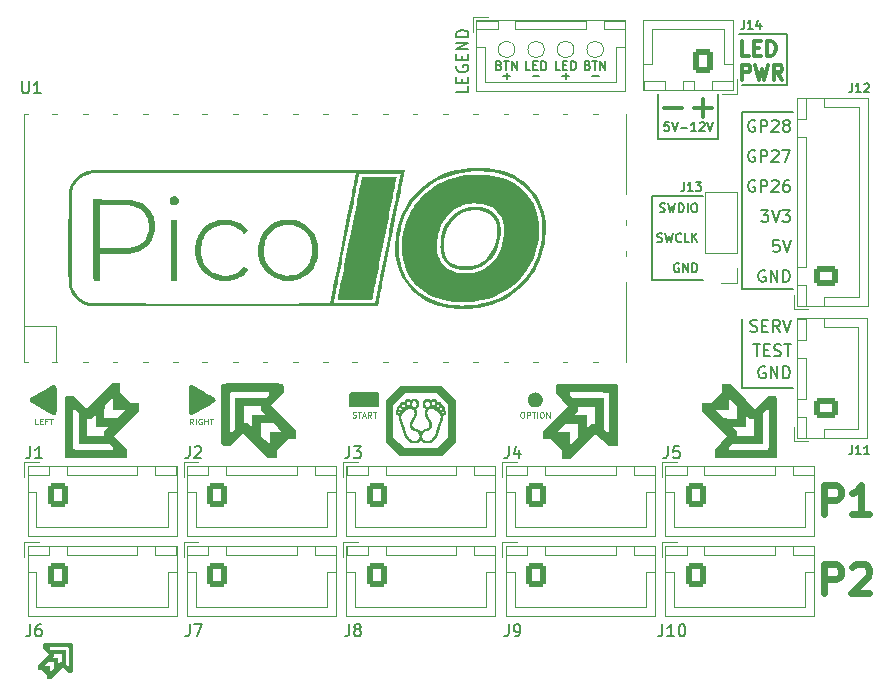
<source format=gto>
%TF.GenerationSoftware,KiCad,Pcbnew,(6.0.8)*%
%TF.CreationDate,2023-01-05T19:35:49-07:00*%
%TF.ProjectId,PicoIO,5069636f-494f-42e6-9b69-6361645f7063,rev?*%
%TF.SameCoordinates,Original*%
%TF.FileFunction,Legend,Top*%
%TF.FilePolarity,Positive*%
%FSLAX46Y46*%
G04 Gerber Fmt 4.6, Leading zero omitted, Abs format (unit mm)*
G04 Created by KiCad (PCBNEW (6.0.8)) date 2023-01-05 19:35:49*
%MOMM*%
%LPD*%
G01*
G04 APERTURE LIST*
G04 Aperture macros list*
%AMRoundRect*
0 Rectangle with rounded corners*
0 $1 Rounding radius*
0 $2 $3 $4 $5 $6 $7 $8 $9 X,Y pos of 4 corners*
0 Add a 4 corners polygon primitive as box body*
4,1,4,$2,$3,$4,$5,$6,$7,$8,$9,$2,$3,0*
0 Add four circle primitives for the rounded corners*
1,1,$1+$1,$2,$3*
1,1,$1+$1,$4,$5*
1,1,$1+$1,$6,$7*
1,1,$1+$1,$8,$9*
0 Add four rect primitives between the rounded corners*
20,1,$1+$1,$2,$3,$4,$5,0*
20,1,$1+$1,$4,$5,$6,$7,0*
20,1,$1+$1,$6,$7,$8,$9,0*
20,1,$1+$1,$8,$9,$2,$3,0*%
G04 Aperture macros list end*
%ADD10C,0.150000*%
%ADD11C,0.300000*%
%ADD12C,0.600000*%
%ADD13C,0.125000*%
%ADD14C,0.120000*%
%ADD15RoundRect,0.250000X-0.600000X-0.725000X0.600000X-0.725000X0.600000X0.725000X-0.600000X0.725000X0*%
%ADD16O,1.700000X1.950000*%
%ADD17R,1.700000X3.500000*%
%ADD18O,1.700000X1.700000*%
%ADD19R,1.700000X1.700000*%
%ADD20R,3.500000X1.700000*%
%ADD21RoundRect,0.250000X0.725000X-0.600000X0.725000X0.600000X-0.725000X0.600000X-0.725000X-0.600000X0*%
%ADD22O,1.950000X1.700000*%
%ADD23C,3.200000*%
%ADD24RoundRect,0.250000X0.600000X0.750000X-0.600000X0.750000X-0.600000X-0.750000X0.600000X-0.750000X0*%
%ADD25O,1.700000X2.000000*%
G04 APERTURE END LIST*
D10*
X168126000Y-81209000D02*
X163808000Y-81209000D01*
X163808000Y-88321000D02*
X168126000Y-88321000D01*
X171428000Y-74097000D02*
X171428000Y-89083000D01*
X163808000Y-81209000D02*
X163808000Y-88321000D01*
X171428000Y-97465000D02*
X171428000Y-91623000D01*
X175238000Y-71811000D02*
X171428000Y-71811000D01*
X164316000Y-76383000D02*
X169396000Y-76383000D01*
X169396000Y-76383000D02*
X169396000Y-72573000D01*
X171428000Y-89083000D02*
X175746000Y-89083000D01*
X171174000Y-67493000D02*
X175238000Y-67493000D01*
X175746000Y-97465000D02*
X171428000Y-97465000D01*
X175238000Y-67493000D02*
X175238000Y-71811000D01*
X164316000Y-72573000D02*
X164316000Y-76383000D01*
X175746000Y-74097000D02*
X171428000Y-74097000D01*
D11*
X172007857Y-69338226D02*
X171412619Y-69338226D01*
X171412619Y-68088226D01*
X172424523Y-68683464D02*
X172841190Y-68683464D01*
X173019761Y-69338226D02*
X172424523Y-69338226D01*
X172424523Y-68088226D01*
X173019761Y-68088226D01*
X173555476Y-69338226D02*
X173555476Y-68088226D01*
X173853095Y-68088226D01*
X174031666Y-68147750D01*
X174150714Y-68266797D01*
X174210238Y-68385845D01*
X174269761Y-68623940D01*
X174269761Y-68802511D01*
X174210238Y-69040607D01*
X174150714Y-69159654D01*
X174031666Y-69278702D01*
X173853095Y-69338226D01*
X173555476Y-69338226D01*
X171412619Y-71350726D02*
X171412619Y-70100726D01*
X171888809Y-70100726D01*
X172007857Y-70160250D01*
X172067380Y-70219773D01*
X172126904Y-70338821D01*
X172126904Y-70517392D01*
X172067380Y-70636440D01*
X172007857Y-70695964D01*
X171888809Y-70755488D01*
X171412619Y-70755488D01*
X172543571Y-70100726D02*
X172841190Y-71350726D01*
X173079285Y-70457869D01*
X173317380Y-71350726D01*
X173615000Y-70100726D01*
X174805476Y-71350726D02*
X174388809Y-70755488D01*
X174091190Y-71350726D02*
X174091190Y-70100726D01*
X174567380Y-70100726D01*
X174686428Y-70160250D01*
X174745952Y-70219773D01*
X174805476Y-70338821D01*
X174805476Y-70517392D01*
X174745952Y-70636440D01*
X174686428Y-70695964D01*
X174567380Y-70755488D01*
X174091190Y-70755488D01*
D10*
X148238380Y-71938047D02*
X148238380Y-72414238D01*
X147238380Y-72414238D01*
X147714571Y-71604714D02*
X147714571Y-71271380D01*
X148238380Y-71128523D02*
X148238380Y-71604714D01*
X147238380Y-71604714D01*
X147238380Y-71128523D01*
X147286000Y-70176142D02*
X147238380Y-70271380D01*
X147238380Y-70414238D01*
X147286000Y-70557095D01*
X147381238Y-70652333D01*
X147476476Y-70699952D01*
X147666952Y-70747571D01*
X147809809Y-70747571D01*
X148000285Y-70699952D01*
X148095523Y-70652333D01*
X148190761Y-70557095D01*
X148238380Y-70414238D01*
X148238380Y-70319000D01*
X148190761Y-70176142D01*
X148143142Y-70128523D01*
X147809809Y-70128523D01*
X147809809Y-70319000D01*
X147714571Y-69699952D02*
X147714571Y-69366619D01*
X148238380Y-69223761D02*
X148238380Y-69699952D01*
X147238380Y-69699952D01*
X147238380Y-69223761D01*
X148238380Y-68795190D02*
X147238380Y-68795190D01*
X148238380Y-68223761D01*
X147238380Y-68223761D01*
X148238380Y-67747571D02*
X147238380Y-67747571D01*
X147238380Y-67509476D01*
X147286000Y-67366619D01*
X147381238Y-67271380D01*
X147476476Y-67223761D01*
X147666952Y-67176142D01*
X147809809Y-67176142D01*
X148000285Y-67223761D01*
X148095523Y-67271380D01*
X148190761Y-67366619D01*
X148238380Y-67509476D01*
X148238380Y-67747571D01*
X166060214Y-86930000D02*
X165988785Y-86894285D01*
X165881642Y-86894285D01*
X165774500Y-86930000D01*
X165703071Y-87001428D01*
X165667357Y-87072857D01*
X165631642Y-87215714D01*
X165631642Y-87322857D01*
X165667357Y-87465714D01*
X165703071Y-87537142D01*
X165774500Y-87608571D01*
X165881642Y-87644285D01*
X165953071Y-87644285D01*
X166060214Y-87608571D01*
X166095928Y-87572857D01*
X166095928Y-87322857D01*
X165953071Y-87322857D01*
X166417357Y-87644285D02*
X166417357Y-86894285D01*
X166845928Y-87644285D01*
X166845928Y-86894285D01*
X167203071Y-87644285D02*
X167203071Y-86894285D01*
X167381642Y-86894285D01*
X167488785Y-86930000D01*
X167560214Y-87001428D01*
X167595928Y-87072857D01*
X167631642Y-87215714D01*
X167631642Y-87322857D01*
X167595928Y-87465714D01*
X167560214Y-87537142D01*
X167488785Y-87608571D01*
X167381642Y-87644285D01*
X167203071Y-87644285D01*
D12*
X178384761Y-108163952D02*
X178384761Y-105663952D01*
X179337142Y-105663952D01*
X179575238Y-105783000D01*
X179694285Y-105902047D01*
X179813333Y-106140142D01*
X179813333Y-106497285D01*
X179694285Y-106735380D01*
X179575238Y-106854428D01*
X179337142Y-106973476D01*
X178384761Y-106973476D01*
X182194285Y-108163952D02*
X180765714Y-108163952D01*
X181480000Y-108163952D02*
X181480000Y-105663952D01*
X181241904Y-106021095D01*
X181003809Y-106259190D01*
X180765714Y-106378238D01*
D10*
X172505642Y-77387000D02*
X172410404Y-77339380D01*
X172267547Y-77339380D01*
X172124690Y-77387000D01*
X172029452Y-77482238D01*
X171981833Y-77577476D01*
X171934214Y-77767952D01*
X171934214Y-77910809D01*
X171981833Y-78101285D01*
X172029452Y-78196523D01*
X172124690Y-78291761D01*
X172267547Y-78339380D01*
X172362785Y-78339380D01*
X172505642Y-78291761D01*
X172553261Y-78244142D01*
X172553261Y-77910809D01*
X172362785Y-77910809D01*
X172981833Y-78339380D02*
X172981833Y-77339380D01*
X173362785Y-77339380D01*
X173458023Y-77387000D01*
X173505642Y-77434619D01*
X173553261Y-77529857D01*
X173553261Y-77672714D01*
X173505642Y-77767952D01*
X173458023Y-77815571D01*
X173362785Y-77863190D01*
X172981833Y-77863190D01*
X173934214Y-77434619D02*
X173981833Y-77387000D01*
X174077071Y-77339380D01*
X174315166Y-77339380D01*
X174410404Y-77387000D01*
X174458023Y-77434619D01*
X174505642Y-77529857D01*
X174505642Y-77625095D01*
X174458023Y-77767952D01*
X173886595Y-78339380D01*
X174505642Y-78339380D01*
X174838976Y-77339380D02*
X175505642Y-77339380D01*
X175077071Y-78339380D01*
D13*
X111791809Y-100556190D02*
X111553714Y-100556190D01*
X111553714Y-100056190D01*
X111958476Y-100294285D02*
X112125142Y-100294285D01*
X112196571Y-100556190D02*
X111958476Y-100556190D01*
X111958476Y-100056190D01*
X112196571Y-100056190D01*
X112577523Y-100294285D02*
X112410857Y-100294285D01*
X112410857Y-100556190D02*
X112410857Y-100056190D01*
X112648952Y-100056190D01*
X112768000Y-100056190D02*
X113053714Y-100056190D01*
X112910857Y-100556190D02*
X112910857Y-100056190D01*
D12*
X178384761Y-114863952D02*
X178384761Y-112363952D01*
X179337142Y-112363952D01*
X179575238Y-112483000D01*
X179694285Y-112602047D01*
X179813333Y-112840142D01*
X179813333Y-113197285D01*
X179694285Y-113435380D01*
X179575238Y-113554428D01*
X179337142Y-113673476D01*
X178384761Y-113673476D01*
X180765714Y-112602047D02*
X180884761Y-112483000D01*
X181122857Y-112363952D01*
X181718095Y-112363952D01*
X181956190Y-112483000D01*
X182075238Y-112602047D01*
X182194285Y-112840142D01*
X182194285Y-113078238D01*
X182075238Y-113435380D01*
X180646666Y-114863952D01*
X182194285Y-114863952D01*
D10*
X173029452Y-82419380D02*
X173648500Y-82419380D01*
X173315166Y-82800333D01*
X173458023Y-82800333D01*
X173553261Y-82847952D01*
X173600880Y-82895571D01*
X173648500Y-82990809D01*
X173648500Y-83228904D01*
X173600880Y-83324142D01*
X173553261Y-83371761D01*
X173458023Y-83419380D01*
X173172309Y-83419380D01*
X173077071Y-83371761D01*
X173029452Y-83324142D01*
X173934214Y-82419380D02*
X174267547Y-83419380D01*
X174600880Y-82419380D01*
X174838976Y-82419380D02*
X175458023Y-82419380D01*
X175124690Y-82800333D01*
X175267547Y-82800333D01*
X175362785Y-82847952D01*
X175410404Y-82895571D01*
X175458023Y-82990809D01*
X175458023Y-83228904D01*
X175410404Y-83324142D01*
X175362785Y-83371761D01*
X175267547Y-83419380D01*
X174981833Y-83419380D01*
X174886595Y-83371761D01*
X174838976Y-83324142D01*
D13*
X152771047Y-99477190D02*
X152866285Y-99477190D01*
X152913904Y-99501000D01*
X152961523Y-99548619D01*
X152985333Y-99643857D01*
X152985333Y-99810523D01*
X152961523Y-99905761D01*
X152913904Y-99953380D01*
X152866285Y-99977190D01*
X152771047Y-99977190D01*
X152723428Y-99953380D01*
X152675809Y-99905761D01*
X152652000Y-99810523D01*
X152652000Y-99643857D01*
X152675809Y-99548619D01*
X152723428Y-99501000D01*
X152771047Y-99477190D01*
X153199619Y-99977190D02*
X153199619Y-99477190D01*
X153390095Y-99477190D01*
X153437714Y-99501000D01*
X153461523Y-99524809D01*
X153485333Y-99572428D01*
X153485333Y-99643857D01*
X153461523Y-99691476D01*
X153437714Y-99715285D01*
X153390095Y-99739095D01*
X153199619Y-99739095D01*
X153628190Y-99477190D02*
X153913904Y-99477190D01*
X153771047Y-99977190D02*
X153771047Y-99477190D01*
X154080571Y-99977190D02*
X154080571Y-99477190D01*
X154413904Y-99477190D02*
X154509142Y-99477190D01*
X154556761Y-99501000D01*
X154604380Y-99548619D01*
X154628190Y-99643857D01*
X154628190Y-99810523D01*
X154604380Y-99905761D01*
X154556761Y-99953380D01*
X154509142Y-99977190D01*
X154413904Y-99977190D01*
X154366285Y-99953380D01*
X154318666Y-99905761D01*
X154294857Y-99810523D01*
X154294857Y-99643857D01*
X154318666Y-99548619D01*
X154366285Y-99501000D01*
X154413904Y-99477190D01*
X154842476Y-99977190D02*
X154842476Y-99477190D01*
X155128190Y-99977190D01*
X155128190Y-99477190D01*
D10*
X174553261Y-84959380D02*
X174077071Y-84959380D01*
X174029452Y-85435571D01*
X174077071Y-85387952D01*
X174172309Y-85340333D01*
X174410404Y-85340333D01*
X174505642Y-85387952D01*
X174553261Y-85435571D01*
X174600880Y-85530809D01*
X174600880Y-85768904D01*
X174553261Y-85864142D01*
X174505642Y-85911761D01*
X174410404Y-85959380D01*
X174172309Y-85959380D01*
X174077071Y-85911761D01*
X174029452Y-85864142D01*
X174886595Y-84959380D02*
X175219928Y-85959380D01*
X175553261Y-84959380D01*
D11*
X164824095Y-73731857D02*
X166347904Y-73731857D01*
D10*
X173362785Y-95695000D02*
X173267547Y-95647380D01*
X173124690Y-95647380D01*
X172981833Y-95695000D01*
X172886595Y-95790238D01*
X172838976Y-95885476D01*
X172791357Y-96075952D01*
X172791357Y-96218809D01*
X172838976Y-96409285D01*
X172886595Y-96504523D01*
X172981833Y-96599761D01*
X173124690Y-96647380D01*
X173219928Y-96647380D01*
X173362785Y-96599761D01*
X173410404Y-96552142D01*
X173410404Y-96218809D01*
X173219928Y-96218809D01*
X173838976Y-96647380D02*
X173838976Y-95647380D01*
X174410404Y-96647380D01*
X174410404Y-95647380D01*
X174886595Y-96647380D02*
X174886595Y-95647380D01*
X175124690Y-95647380D01*
X175267547Y-95695000D01*
X175362785Y-95790238D01*
X175410404Y-95885476D01*
X175458023Y-96075952D01*
X175458023Y-96218809D01*
X175410404Y-96409285D01*
X175362785Y-96504523D01*
X175267547Y-96599761D01*
X175124690Y-96647380D01*
X174886595Y-96647380D01*
X172124690Y-92657761D02*
X172267547Y-92705380D01*
X172505642Y-92705380D01*
X172600880Y-92657761D01*
X172648500Y-92610142D01*
X172696119Y-92514904D01*
X172696119Y-92419666D01*
X172648500Y-92324428D01*
X172600880Y-92276809D01*
X172505642Y-92229190D01*
X172315166Y-92181571D01*
X172219928Y-92133952D01*
X172172309Y-92086333D01*
X172124690Y-91991095D01*
X172124690Y-91895857D01*
X172172309Y-91800619D01*
X172219928Y-91753000D01*
X172315166Y-91705380D01*
X172553261Y-91705380D01*
X172696119Y-91753000D01*
X173124690Y-92181571D02*
X173458023Y-92181571D01*
X173600880Y-92705380D02*
X173124690Y-92705380D01*
X173124690Y-91705380D01*
X173600880Y-91705380D01*
X174600880Y-92705380D02*
X174267547Y-92229190D01*
X174029452Y-92705380D02*
X174029452Y-91705380D01*
X174410404Y-91705380D01*
X174505642Y-91753000D01*
X174553261Y-91800619D01*
X174600880Y-91895857D01*
X174600880Y-92038714D01*
X174553261Y-92133952D01*
X174505642Y-92181571D01*
X174410404Y-92229190D01*
X174029452Y-92229190D01*
X174886595Y-91705380D02*
X175219928Y-92705380D01*
X175553261Y-91705380D01*
X172505642Y-79927000D02*
X172410404Y-79879380D01*
X172267547Y-79879380D01*
X172124690Y-79927000D01*
X172029452Y-80022238D01*
X171981833Y-80117476D01*
X171934214Y-80307952D01*
X171934214Y-80450809D01*
X171981833Y-80641285D01*
X172029452Y-80736523D01*
X172124690Y-80831761D01*
X172267547Y-80879380D01*
X172362785Y-80879380D01*
X172505642Y-80831761D01*
X172553261Y-80784142D01*
X172553261Y-80450809D01*
X172362785Y-80450809D01*
X172981833Y-80879380D02*
X172981833Y-79879380D01*
X173362785Y-79879380D01*
X173458023Y-79927000D01*
X173505642Y-79974619D01*
X173553261Y-80069857D01*
X173553261Y-80212714D01*
X173505642Y-80307952D01*
X173458023Y-80355571D01*
X173362785Y-80403190D01*
X172981833Y-80403190D01*
X173934214Y-79974619D02*
X173981833Y-79927000D01*
X174077071Y-79879380D01*
X174315166Y-79879380D01*
X174410404Y-79927000D01*
X174458023Y-79974619D01*
X174505642Y-80069857D01*
X174505642Y-80165095D01*
X174458023Y-80307952D01*
X173886595Y-80879380D01*
X174505642Y-80879380D01*
X175362785Y-79879380D02*
X175172309Y-79879380D01*
X175077071Y-79927000D01*
X175029452Y-79974619D01*
X174934214Y-80117476D01*
X174886595Y-80307952D01*
X174886595Y-80688904D01*
X174934214Y-80784142D01*
X174981833Y-80831761D01*
X175077071Y-80879380D01*
X175267547Y-80879380D01*
X175362785Y-80831761D01*
X175410404Y-80784142D01*
X175458023Y-80688904D01*
X175458023Y-80450809D01*
X175410404Y-80355571D01*
X175362785Y-80307952D01*
X175267547Y-80260333D01*
X175077071Y-80260333D01*
X174981833Y-80307952D01*
X174934214Y-80355571D01*
X174886595Y-80450809D01*
X165213142Y-74956285D02*
X164856000Y-74956285D01*
X164820285Y-75313428D01*
X164856000Y-75277714D01*
X164927428Y-75242000D01*
X165106000Y-75242000D01*
X165177428Y-75277714D01*
X165213142Y-75313428D01*
X165248857Y-75384857D01*
X165248857Y-75563428D01*
X165213142Y-75634857D01*
X165177428Y-75670571D01*
X165106000Y-75706285D01*
X164927428Y-75706285D01*
X164856000Y-75670571D01*
X164820285Y-75634857D01*
X165463142Y-74956285D02*
X165713142Y-75706285D01*
X165963142Y-74956285D01*
X166213142Y-75420571D02*
X166784571Y-75420571D01*
X167534571Y-75706285D02*
X167106000Y-75706285D01*
X167320285Y-75706285D02*
X167320285Y-74956285D01*
X167248857Y-75063428D01*
X167177428Y-75134857D01*
X167106000Y-75170571D01*
X167820285Y-75027714D02*
X167856000Y-74992000D01*
X167927428Y-74956285D01*
X168106000Y-74956285D01*
X168177428Y-74992000D01*
X168213142Y-75027714D01*
X168248857Y-75099142D01*
X168248857Y-75170571D01*
X168213142Y-75277714D01*
X167784571Y-75706285D01*
X168248857Y-75706285D01*
X168463142Y-74956285D02*
X168713142Y-75706285D01*
X168963142Y-74956285D01*
X172505642Y-74847000D02*
X172410404Y-74799380D01*
X172267547Y-74799380D01*
X172124690Y-74847000D01*
X172029452Y-74942238D01*
X171981833Y-75037476D01*
X171934214Y-75227952D01*
X171934214Y-75370809D01*
X171981833Y-75561285D01*
X172029452Y-75656523D01*
X172124690Y-75751761D01*
X172267547Y-75799380D01*
X172362785Y-75799380D01*
X172505642Y-75751761D01*
X172553261Y-75704142D01*
X172553261Y-75370809D01*
X172362785Y-75370809D01*
X172981833Y-75799380D02*
X172981833Y-74799380D01*
X173362785Y-74799380D01*
X173458023Y-74847000D01*
X173505642Y-74894619D01*
X173553261Y-74989857D01*
X173553261Y-75132714D01*
X173505642Y-75227952D01*
X173458023Y-75275571D01*
X173362785Y-75323190D01*
X172981833Y-75323190D01*
X173934214Y-74894619D02*
X173981833Y-74847000D01*
X174077071Y-74799380D01*
X174315166Y-74799380D01*
X174410404Y-74847000D01*
X174458023Y-74894619D01*
X174505642Y-74989857D01*
X174505642Y-75085095D01*
X174458023Y-75227952D01*
X173886595Y-75799380D01*
X174505642Y-75799380D01*
X175077071Y-75227952D02*
X174981833Y-75180333D01*
X174934214Y-75132714D01*
X174886595Y-75037476D01*
X174886595Y-74989857D01*
X174934214Y-74894619D01*
X174981833Y-74847000D01*
X175077071Y-74799380D01*
X175267547Y-74799380D01*
X175362785Y-74847000D01*
X175410404Y-74894619D01*
X175458023Y-74989857D01*
X175458023Y-75037476D01*
X175410404Y-75132714D01*
X175362785Y-75180333D01*
X175267547Y-75227952D01*
X175077071Y-75227952D01*
X174981833Y-75275571D01*
X174934214Y-75323190D01*
X174886595Y-75418428D01*
X174886595Y-75608904D01*
X174934214Y-75704142D01*
X174981833Y-75751761D01*
X175077071Y-75799380D01*
X175267547Y-75799380D01*
X175362785Y-75751761D01*
X175410404Y-75704142D01*
X175458023Y-75608904D01*
X175458023Y-75418428D01*
X175410404Y-75323190D01*
X175362785Y-75275571D01*
X175267547Y-75227952D01*
D13*
X124946011Y-100556190D02*
X124779345Y-100318095D01*
X124660297Y-100556190D02*
X124660297Y-100056190D01*
X124850773Y-100056190D01*
X124898392Y-100080000D01*
X124922202Y-100103809D01*
X124946011Y-100151428D01*
X124946011Y-100222857D01*
X124922202Y-100270476D01*
X124898392Y-100294285D01*
X124850773Y-100318095D01*
X124660297Y-100318095D01*
X125160297Y-100556190D02*
X125160297Y-100056190D01*
X125660297Y-100080000D02*
X125612678Y-100056190D01*
X125541250Y-100056190D01*
X125469821Y-100080000D01*
X125422202Y-100127619D01*
X125398392Y-100175238D01*
X125374583Y-100270476D01*
X125374583Y-100341904D01*
X125398392Y-100437142D01*
X125422202Y-100484761D01*
X125469821Y-100532380D01*
X125541250Y-100556190D01*
X125588869Y-100556190D01*
X125660297Y-100532380D01*
X125684107Y-100508571D01*
X125684107Y-100341904D01*
X125588869Y-100341904D01*
X125898392Y-100556190D02*
X125898392Y-100056190D01*
X125898392Y-100294285D02*
X126184107Y-100294285D01*
X126184107Y-100556190D02*
X126184107Y-100056190D01*
X126350773Y-100056190D02*
X126636488Y-100056190D01*
X126493630Y-100556190D02*
X126493630Y-100056190D01*
D10*
X164453071Y-82528571D02*
X164560214Y-82564285D01*
X164738785Y-82564285D01*
X164810214Y-82528571D01*
X164845928Y-82492857D01*
X164881642Y-82421428D01*
X164881642Y-82350000D01*
X164845928Y-82278571D01*
X164810214Y-82242857D01*
X164738785Y-82207142D01*
X164595928Y-82171428D01*
X164524500Y-82135714D01*
X164488785Y-82100000D01*
X164453071Y-82028571D01*
X164453071Y-81957142D01*
X164488785Y-81885714D01*
X164524500Y-81850000D01*
X164595928Y-81814285D01*
X164774500Y-81814285D01*
X164881642Y-81850000D01*
X165131642Y-81814285D02*
X165310214Y-82564285D01*
X165453071Y-82028571D01*
X165595928Y-82564285D01*
X165774500Y-81814285D01*
X166060214Y-82564285D02*
X166060214Y-81814285D01*
X166238785Y-81814285D01*
X166345928Y-81850000D01*
X166417357Y-81921428D01*
X166453071Y-81992857D01*
X166488785Y-82135714D01*
X166488785Y-82242857D01*
X166453071Y-82385714D01*
X166417357Y-82457142D01*
X166345928Y-82528571D01*
X166238785Y-82564285D01*
X166060214Y-82564285D01*
X166810214Y-82564285D02*
X166810214Y-81814285D01*
X167310214Y-81814285D02*
X167453071Y-81814285D01*
X167524500Y-81850000D01*
X167595928Y-81921428D01*
X167631642Y-82064285D01*
X167631642Y-82314285D01*
X167595928Y-82457142D01*
X167524500Y-82528571D01*
X167453071Y-82564285D01*
X167310214Y-82564285D01*
X167238785Y-82528571D01*
X167167357Y-82457142D01*
X167131642Y-82314285D01*
X167131642Y-82064285D01*
X167167357Y-81921428D01*
X167238785Y-81850000D01*
X167310214Y-81814285D01*
X172362785Y-93785380D02*
X172934214Y-93785380D01*
X172648500Y-94785380D02*
X172648500Y-93785380D01*
X173267547Y-94261571D02*
X173600880Y-94261571D01*
X173743738Y-94785380D02*
X173267547Y-94785380D01*
X173267547Y-93785380D01*
X173743738Y-93785380D01*
X174124690Y-94737761D02*
X174267547Y-94785380D01*
X174505642Y-94785380D01*
X174600880Y-94737761D01*
X174648500Y-94690142D01*
X174696119Y-94594904D01*
X174696119Y-94499666D01*
X174648500Y-94404428D01*
X174600880Y-94356809D01*
X174505642Y-94309190D01*
X174315166Y-94261571D01*
X174219928Y-94213952D01*
X174172309Y-94166333D01*
X174124690Y-94071095D01*
X174124690Y-93975857D01*
X174172309Y-93880619D01*
X174219928Y-93833000D01*
X174315166Y-93785380D01*
X174553261Y-93785380D01*
X174696119Y-93833000D01*
X174981833Y-93785380D02*
X175553261Y-93785380D01*
X175267547Y-94785380D02*
X175267547Y-93785380D01*
X173362785Y-87547000D02*
X173267547Y-87499380D01*
X173124690Y-87499380D01*
X172981833Y-87547000D01*
X172886595Y-87642238D01*
X172838976Y-87737476D01*
X172791357Y-87927952D01*
X172791357Y-88070809D01*
X172838976Y-88261285D01*
X172886595Y-88356523D01*
X172981833Y-88451761D01*
X173124690Y-88499380D01*
X173219928Y-88499380D01*
X173362785Y-88451761D01*
X173410404Y-88404142D01*
X173410404Y-88070809D01*
X173219928Y-88070809D01*
X173838976Y-88499380D02*
X173838976Y-87499380D01*
X174410404Y-88499380D01*
X174410404Y-87499380D01*
X174886595Y-88499380D02*
X174886595Y-87499380D01*
X175124690Y-87499380D01*
X175267547Y-87547000D01*
X175362785Y-87642238D01*
X175410404Y-87737476D01*
X175458023Y-87927952D01*
X175458023Y-88070809D01*
X175410404Y-88261285D01*
X175362785Y-88356523D01*
X175267547Y-88451761D01*
X175124690Y-88499380D01*
X174886595Y-88499380D01*
X164238785Y-85068571D02*
X164345928Y-85104285D01*
X164524500Y-85104285D01*
X164595928Y-85068571D01*
X164631642Y-85032857D01*
X164667357Y-84961428D01*
X164667357Y-84890000D01*
X164631642Y-84818571D01*
X164595928Y-84782857D01*
X164524500Y-84747142D01*
X164381642Y-84711428D01*
X164310214Y-84675714D01*
X164274500Y-84640000D01*
X164238785Y-84568571D01*
X164238785Y-84497142D01*
X164274500Y-84425714D01*
X164310214Y-84390000D01*
X164381642Y-84354285D01*
X164560214Y-84354285D01*
X164667357Y-84390000D01*
X164917357Y-84354285D02*
X165095928Y-85104285D01*
X165238785Y-84568571D01*
X165381642Y-85104285D01*
X165560214Y-84354285D01*
X166274500Y-85032857D02*
X166238785Y-85068571D01*
X166131642Y-85104285D01*
X166060214Y-85104285D01*
X165953071Y-85068571D01*
X165881642Y-84997142D01*
X165845928Y-84925714D01*
X165810214Y-84782857D01*
X165810214Y-84675714D01*
X165845928Y-84532857D01*
X165881642Y-84461428D01*
X165953071Y-84390000D01*
X166060214Y-84354285D01*
X166131642Y-84354285D01*
X166238785Y-84390000D01*
X166274500Y-84425714D01*
X166953071Y-85104285D02*
X166595928Y-85104285D01*
X166595928Y-84354285D01*
X167203071Y-85104285D02*
X167203071Y-84354285D01*
X167631642Y-85104285D02*
X167310214Y-84675714D01*
X167631642Y-84354285D02*
X167203071Y-84782857D01*
D13*
X138435904Y-99953380D02*
X138507333Y-99977190D01*
X138626380Y-99977190D01*
X138674000Y-99953380D01*
X138697809Y-99929571D01*
X138721619Y-99881952D01*
X138721619Y-99834333D01*
X138697809Y-99786714D01*
X138674000Y-99762904D01*
X138626380Y-99739095D01*
X138531142Y-99715285D01*
X138483523Y-99691476D01*
X138459714Y-99667666D01*
X138435904Y-99620047D01*
X138435904Y-99572428D01*
X138459714Y-99524809D01*
X138483523Y-99501000D01*
X138531142Y-99477190D01*
X138650190Y-99477190D01*
X138721619Y-99501000D01*
X138864476Y-99477190D02*
X139150190Y-99477190D01*
X139007333Y-99977190D02*
X139007333Y-99477190D01*
X139293047Y-99834333D02*
X139531142Y-99834333D01*
X139245428Y-99977190D02*
X139412095Y-99477190D01*
X139578761Y-99977190D01*
X140031142Y-99977190D02*
X139864476Y-99739095D01*
X139745428Y-99977190D02*
X139745428Y-99477190D01*
X139935904Y-99477190D01*
X139983523Y-99501000D01*
X140007333Y-99524809D01*
X140031142Y-99572428D01*
X140031142Y-99643857D01*
X140007333Y-99691476D01*
X139983523Y-99715285D01*
X139935904Y-99739095D01*
X139745428Y-99739095D01*
X140174000Y-99477190D02*
X140459714Y-99477190D01*
X140316857Y-99977190D02*
X140316857Y-99477190D01*
D11*
X167364095Y-73731857D02*
X168887904Y-73731857D01*
X168126000Y-74493761D02*
X168126000Y-72969952D01*
D10*
%TO.C,J5*%
X165146666Y-102410380D02*
X165146666Y-103124666D01*
X165099047Y-103267523D01*
X165003809Y-103362761D01*
X164860952Y-103410380D01*
X164765714Y-103410380D01*
X166099047Y-102410380D02*
X165622857Y-102410380D01*
X165575238Y-102886571D01*
X165622857Y-102838952D01*
X165718095Y-102791333D01*
X165956190Y-102791333D01*
X166051428Y-102838952D01*
X166099047Y-102886571D01*
X166146666Y-102981809D01*
X166146666Y-103219904D01*
X166099047Y-103315142D01*
X166051428Y-103362761D01*
X165956190Y-103410380D01*
X165718095Y-103410380D01*
X165622857Y-103362761D01*
X165575238Y-103315142D01*
%TO.C,U1*%
X110468095Y-71517380D02*
X110468095Y-72326904D01*
X110515714Y-72422142D01*
X110563333Y-72469761D01*
X110658571Y-72517380D01*
X110849047Y-72517380D01*
X110944285Y-72469761D01*
X110991904Y-72422142D01*
X111039523Y-72326904D01*
X111039523Y-71517380D01*
X112039523Y-72517380D02*
X111468095Y-72517380D01*
X111753809Y-72517380D02*
X111753809Y-71517380D01*
X111658571Y-71660238D01*
X111563333Y-71755476D01*
X111468095Y-71803095D01*
%TO.C,J10*%
X164670476Y-117485380D02*
X164670476Y-118199666D01*
X164622857Y-118342523D01*
X164527619Y-118437761D01*
X164384761Y-118485380D01*
X164289523Y-118485380D01*
X165670476Y-118485380D02*
X165099047Y-118485380D01*
X165384761Y-118485380D02*
X165384761Y-117485380D01*
X165289523Y-117628238D01*
X165194285Y-117723476D01*
X165099047Y-117771095D01*
X166289523Y-117485380D02*
X166384761Y-117485380D01*
X166480000Y-117533000D01*
X166527619Y-117580619D01*
X166575238Y-117675857D01*
X166622857Y-117866333D01*
X166622857Y-118104428D01*
X166575238Y-118294904D01*
X166527619Y-118390142D01*
X166480000Y-118437761D01*
X166384761Y-118485380D01*
X166289523Y-118485380D01*
X166194285Y-118437761D01*
X166146666Y-118390142D01*
X166099047Y-118294904D01*
X166051428Y-118104428D01*
X166051428Y-117866333D01*
X166099047Y-117675857D01*
X166146666Y-117580619D01*
X166194285Y-117533000D01*
X166289523Y-117485380D01*
%TO.C,J4*%
X158694285Y-71061571D02*
X159265714Y-71061571D01*
X151194285Y-71061571D02*
X151765714Y-71061571D01*
X151480000Y-71347285D02*
X151480000Y-70775857D01*
X158355000Y-70154428D02*
X158462142Y-70190142D01*
X158497857Y-70225857D01*
X158533571Y-70297285D01*
X158533571Y-70404428D01*
X158497857Y-70475857D01*
X158462142Y-70511571D01*
X158390714Y-70547285D01*
X158105000Y-70547285D01*
X158105000Y-69797285D01*
X158355000Y-69797285D01*
X158426428Y-69833000D01*
X158462142Y-69868714D01*
X158497857Y-69940142D01*
X158497857Y-70011571D01*
X158462142Y-70083000D01*
X158426428Y-70118714D01*
X158355000Y-70154428D01*
X158105000Y-70154428D01*
X158747857Y-69797285D02*
X159176428Y-69797285D01*
X158962142Y-70547285D02*
X158962142Y-69797285D01*
X159426428Y-70547285D02*
X159426428Y-69797285D01*
X159855000Y-70547285D01*
X159855000Y-69797285D01*
X153497857Y-70547285D02*
X153140714Y-70547285D01*
X153140714Y-69797285D01*
X153747857Y-70154428D02*
X153997857Y-70154428D01*
X154105000Y-70547285D02*
X153747857Y-70547285D01*
X153747857Y-69797285D01*
X154105000Y-69797285D01*
X154426428Y-70547285D02*
X154426428Y-69797285D01*
X154605000Y-69797285D01*
X154712142Y-69833000D01*
X154783571Y-69904428D01*
X154819285Y-69975857D01*
X154855000Y-70118714D01*
X154855000Y-70225857D01*
X154819285Y-70368714D01*
X154783571Y-70440142D01*
X154712142Y-70511571D01*
X154605000Y-70547285D01*
X154426428Y-70547285D01*
X156194285Y-71061571D02*
X156765714Y-71061571D01*
X156480000Y-71347285D02*
X156480000Y-70775857D01*
X155997857Y-70547285D02*
X155640714Y-70547285D01*
X155640714Y-69797285D01*
X156247857Y-70154428D02*
X156497857Y-70154428D01*
X156605000Y-70547285D02*
X156247857Y-70547285D01*
X156247857Y-69797285D01*
X156605000Y-69797285D01*
X156926428Y-70547285D02*
X156926428Y-69797285D01*
X157105000Y-69797285D01*
X157212142Y-69833000D01*
X157283571Y-69904428D01*
X157319285Y-69975857D01*
X157355000Y-70118714D01*
X157355000Y-70225857D01*
X157319285Y-70368714D01*
X157283571Y-70440142D01*
X157212142Y-70511571D01*
X157105000Y-70547285D01*
X156926428Y-70547285D01*
X150855000Y-70154428D02*
X150962142Y-70190142D01*
X150997857Y-70225857D01*
X151033571Y-70297285D01*
X151033571Y-70404428D01*
X150997857Y-70475857D01*
X150962142Y-70511571D01*
X150890714Y-70547285D01*
X150605000Y-70547285D01*
X150605000Y-69797285D01*
X150855000Y-69797285D01*
X150926428Y-69833000D01*
X150962142Y-69868714D01*
X150997857Y-69940142D01*
X150997857Y-70011571D01*
X150962142Y-70083000D01*
X150926428Y-70118714D01*
X150855000Y-70154428D01*
X150605000Y-70154428D01*
X151247857Y-69797285D02*
X151676428Y-69797285D01*
X151462142Y-70547285D02*
X151462142Y-69797285D01*
X151926428Y-70547285D02*
X151926428Y-69797285D01*
X152355000Y-70547285D01*
X152355000Y-69797285D01*
X153694285Y-71061571D02*
X154265714Y-71061571D01*
%TO.C,J11*%
X180726857Y-102322285D02*
X180726857Y-102858000D01*
X180691142Y-102965142D01*
X180619714Y-103036571D01*
X180512571Y-103072285D01*
X180441142Y-103072285D01*
X181476857Y-103072285D02*
X181048285Y-103072285D01*
X181262571Y-103072285D02*
X181262571Y-102322285D01*
X181191142Y-102429428D01*
X181119714Y-102500857D01*
X181048285Y-102536571D01*
X182191142Y-103072285D02*
X181762571Y-103072285D01*
X181976857Y-103072285D02*
X181976857Y-102322285D01*
X181905428Y-102429428D01*
X181834000Y-102500857D01*
X181762571Y-102536571D01*
%TO.C,J6*%
X111146666Y-117485380D02*
X111146666Y-118199666D01*
X111099047Y-118342523D01*
X111003809Y-118437761D01*
X110860952Y-118485380D01*
X110765714Y-118485380D01*
X112051428Y-117485380D02*
X111860952Y-117485380D01*
X111765714Y-117533000D01*
X111718095Y-117580619D01*
X111622857Y-117723476D01*
X111575238Y-117913952D01*
X111575238Y-118294904D01*
X111622857Y-118390142D01*
X111670476Y-118437761D01*
X111765714Y-118485380D01*
X111956190Y-118485380D01*
X112051428Y-118437761D01*
X112099047Y-118390142D01*
X112146666Y-118294904D01*
X112146666Y-118056809D01*
X112099047Y-117961571D01*
X112051428Y-117913952D01*
X111956190Y-117866333D01*
X111765714Y-117866333D01*
X111670476Y-117913952D01*
X111622857Y-117961571D01*
X111575238Y-118056809D01*
%TO.C,J7*%
X124646666Y-117485380D02*
X124646666Y-118199666D01*
X124599047Y-118342523D01*
X124503809Y-118437761D01*
X124360952Y-118485380D01*
X124265714Y-118485380D01*
X125027619Y-117485380D02*
X125694285Y-117485380D01*
X125265714Y-118485380D01*
%TO.C,J3*%
X138146666Y-102410380D02*
X138146666Y-103124666D01*
X138099047Y-103267523D01*
X138003809Y-103362761D01*
X137860952Y-103410380D01*
X137765714Y-103410380D01*
X138527619Y-102410380D02*
X139146666Y-102410380D01*
X138813333Y-102791333D01*
X138956190Y-102791333D01*
X139051428Y-102838952D01*
X139099047Y-102886571D01*
X139146666Y-102981809D01*
X139146666Y-103219904D01*
X139099047Y-103315142D01*
X139051428Y-103362761D01*
X138956190Y-103410380D01*
X138670476Y-103410380D01*
X138575238Y-103362761D01*
X138527619Y-103315142D01*
%TO.C,J4*%
X151646666Y-102410380D02*
X151646666Y-103124666D01*
X151599047Y-103267523D01*
X151503809Y-103362761D01*
X151360952Y-103410380D01*
X151265714Y-103410380D01*
X152551428Y-102743714D02*
X152551428Y-103410380D01*
X152313333Y-102362761D02*
X152075238Y-103077047D01*
X152694285Y-103077047D01*
%TO.C,J1*%
X111150666Y-102410380D02*
X111150666Y-103124666D01*
X111103047Y-103267523D01*
X111007809Y-103362761D01*
X110864952Y-103410380D01*
X110769714Y-103410380D01*
X112150666Y-103410380D02*
X111579238Y-103410380D01*
X111864952Y-103410380D02*
X111864952Y-102410380D01*
X111769714Y-102553238D01*
X111674476Y-102648476D01*
X111579238Y-102696095D01*
%TO.C,J12*%
X180726857Y-71654285D02*
X180726857Y-72190000D01*
X180691142Y-72297142D01*
X180619714Y-72368571D01*
X180512571Y-72404285D01*
X180441142Y-72404285D01*
X181476857Y-72404285D02*
X181048285Y-72404285D01*
X181262571Y-72404285D02*
X181262571Y-71654285D01*
X181191142Y-71761428D01*
X181119714Y-71832857D01*
X181048285Y-71868571D01*
X181762571Y-71725714D02*
X181798285Y-71690000D01*
X181869714Y-71654285D01*
X182048285Y-71654285D01*
X182119714Y-71690000D01*
X182155428Y-71725714D01*
X182191142Y-71797142D01*
X182191142Y-71868571D01*
X182155428Y-71975714D01*
X181726857Y-72404285D01*
X182191142Y-72404285D01*
%TO.C,J2*%
X124646666Y-102410380D02*
X124646666Y-103124666D01*
X124599047Y-103267523D01*
X124503809Y-103362761D01*
X124360952Y-103410380D01*
X124265714Y-103410380D01*
X125075238Y-102505619D02*
X125122857Y-102458000D01*
X125218095Y-102410380D01*
X125456190Y-102410380D01*
X125551428Y-102458000D01*
X125599047Y-102505619D01*
X125646666Y-102600857D01*
X125646666Y-102696095D01*
X125599047Y-102838952D01*
X125027619Y-103410380D01*
X125646666Y-103410380D01*
%TO.C,J13*%
X166502857Y-80036285D02*
X166502857Y-80572000D01*
X166467142Y-80679142D01*
X166395714Y-80750571D01*
X166288571Y-80786285D01*
X166217142Y-80786285D01*
X167252857Y-80786285D02*
X166824285Y-80786285D01*
X167038571Y-80786285D02*
X167038571Y-80036285D01*
X166967142Y-80143428D01*
X166895714Y-80214857D01*
X166824285Y-80250571D01*
X167502857Y-80036285D02*
X167967142Y-80036285D01*
X167717142Y-80322000D01*
X167824285Y-80322000D01*
X167895714Y-80357714D01*
X167931428Y-80393428D01*
X167967142Y-80464857D01*
X167967142Y-80643428D01*
X167931428Y-80714857D01*
X167895714Y-80750571D01*
X167824285Y-80786285D01*
X167610000Y-80786285D01*
X167538571Y-80750571D01*
X167502857Y-80714857D01*
%TO.C,J9*%
X151646666Y-117485380D02*
X151646666Y-118199666D01*
X151599047Y-118342523D01*
X151503809Y-118437761D01*
X151360952Y-118485380D01*
X151265714Y-118485380D01*
X152170476Y-118485380D02*
X152360952Y-118485380D01*
X152456190Y-118437761D01*
X152503809Y-118390142D01*
X152599047Y-118247285D01*
X152646666Y-118056809D01*
X152646666Y-117675857D01*
X152599047Y-117580619D01*
X152551428Y-117533000D01*
X152456190Y-117485380D01*
X152265714Y-117485380D01*
X152170476Y-117533000D01*
X152122857Y-117580619D01*
X152075238Y-117675857D01*
X152075238Y-117913952D01*
X152122857Y-118009190D01*
X152170476Y-118056809D01*
X152265714Y-118104428D01*
X152456190Y-118104428D01*
X152551428Y-118056809D01*
X152599047Y-118009190D01*
X152646666Y-117913952D01*
%TO.C,J14*%
X171582857Y-66320285D02*
X171582857Y-66856000D01*
X171547142Y-66963142D01*
X171475714Y-67034571D01*
X171368571Y-67070285D01*
X171297142Y-67070285D01*
X172332857Y-67070285D02*
X171904285Y-67070285D01*
X172118571Y-67070285D02*
X172118571Y-66320285D01*
X172047142Y-66427428D01*
X171975714Y-66498857D01*
X171904285Y-66534571D01*
X172975714Y-66570285D02*
X172975714Y-67070285D01*
X172797142Y-66284571D02*
X172618571Y-66820285D01*
X173082857Y-66820285D01*
%TO.C,J8*%
X138146666Y-117485380D02*
X138146666Y-118199666D01*
X138099047Y-118342523D01*
X138003809Y-118437761D01*
X137860952Y-118485380D01*
X137765714Y-118485380D01*
X138765714Y-117913952D02*
X138670476Y-117866333D01*
X138622857Y-117818714D01*
X138575238Y-117723476D01*
X138575238Y-117675857D01*
X138622857Y-117580619D01*
X138670476Y-117533000D01*
X138765714Y-117485380D01*
X138956190Y-117485380D01*
X139051428Y-117533000D01*
X139099047Y-117580619D01*
X139146666Y-117675857D01*
X139146666Y-117723476D01*
X139099047Y-117818714D01*
X139051428Y-117866333D01*
X138956190Y-117913952D01*
X138765714Y-117913952D01*
X138670476Y-117961571D01*
X138622857Y-118009190D01*
X138575238Y-118104428D01*
X138575238Y-118294904D01*
X138622857Y-118390142D01*
X138670476Y-118437761D01*
X138765714Y-118485380D01*
X138956190Y-118485380D01*
X139051428Y-118437761D01*
X139099047Y-118390142D01*
X139146666Y-118294904D01*
X139146666Y-118104428D01*
X139099047Y-118009190D01*
X139051428Y-117961571D01*
X138956190Y-117913952D01*
D14*
%TO.C,J5*%
X165680000Y-106308000D02*
X165680000Y-109258000D01*
X177530000Y-106308000D02*
X176780000Y-106308000D01*
X177540000Y-110018000D02*
X177540000Y-104048000D01*
X175730000Y-104058000D02*
X175730000Y-104808000D01*
X174230000Y-104058000D02*
X168230000Y-104058000D01*
X166730000Y-104058000D02*
X164930000Y-104058000D01*
X168230000Y-104808000D02*
X174230000Y-104808000D01*
X174230000Y-104808000D02*
X174230000Y-104058000D01*
X176780000Y-109258000D02*
X171230000Y-109258000D01*
X166730000Y-104808000D02*
X166730000Y-104058000D01*
X175730000Y-104808000D02*
X177530000Y-104808000D01*
X177530000Y-104058000D02*
X175730000Y-104058000D01*
X164930000Y-104808000D02*
X166730000Y-104808000D01*
X164930000Y-104058000D02*
X164930000Y-104808000D01*
X168230000Y-104058000D02*
X168230000Y-104808000D01*
X165680000Y-109258000D02*
X171230000Y-109258000D01*
X177530000Y-104808000D02*
X177530000Y-104058000D01*
X164930000Y-106308000D02*
X165680000Y-106308000D01*
X164920000Y-110018000D02*
X177540000Y-110018000D01*
X176780000Y-106308000D02*
X176780000Y-109258000D01*
X164630000Y-103758000D02*
X164630000Y-105008000D01*
X165880000Y-103758000D02*
X164630000Y-103758000D01*
X164920000Y-104048000D02*
X164920000Y-110018000D01*
X177540000Y-104048000D02*
X164920000Y-104048000D01*
%TO.C,U1*%
X151222000Y-74265000D02*
X151622000Y-74265000D01*
X115622000Y-74265000D02*
X116022000Y-74265000D01*
X130822000Y-74265000D02*
X131222000Y-74265000D01*
X135922000Y-95265000D02*
X136322000Y-95265000D01*
X125722000Y-95265000D02*
X126122000Y-95265000D01*
X128322000Y-74265000D02*
X128722000Y-74265000D01*
X133422000Y-95265000D02*
X133822000Y-95265000D01*
X123222000Y-95265000D02*
X123622000Y-95265000D01*
X153722000Y-74265000D02*
X154122000Y-74265000D01*
X158822000Y-74265000D02*
X159222000Y-74265000D01*
X135922000Y-74265000D02*
X136322000Y-74265000D01*
X143522000Y-74265000D02*
X143922000Y-74265000D01*
X161622000Y-86265000D02*
X161622000Y-85865000D01*
X161622000Y-74265000D02*
X161622000Y-81065000D01*
X120722000Y-95265000D02*
X121122000Y-95265000D01*
X138422000Y-74265000D02*
X138822000Y-74265000D01*
X133422000Y-74265000D02*
X133822000Y-74265000D01*
X113022000Y-95265000D02*
X113422000Y-95265000D01*
X115622000Y-95265000D02*
X116022000Y-95265000D01*
X156222000Y-95265000D02*
X156622000Y-95265000D01*
X143522000Y-95265000D02*
X143922000Y-95265000D01*
X146122000Y-74265000D02*
X146522000Y-74265000D01*
X113289000Y-92258000D02*
X110622000Y-92258000D01*
X156222000Y-74265000D02*
X156622000Y-74265000D01*
X153722000Y-95265000D02*
X154122000Y-95265000D01*
X120722000Y-74265000D02*
X121122000Y-74265000D01*
X161622000Y-83665000D02*
X161622000Y-83265000D01*
X161622000Y-88465000D02*
X161622000Y-95265000D01*
X110622000Y-95265000D02*
X110922000Y-95265000D01*
X128322000Y-95265000D02*
X128722000Y-95265000D01*
X146122000Y-95265000D02*
X146522000Y-95265000D01*
X110622000Y-95265000D02*
X110622000Y-74265000D01*
X113289000Y-95265000D02*
X113289000Y-92258000D01*
X123222000Y-74265000D02*
X123622000Y-74265000D01*
X110622000Y-74265000D02*
X110922000Y-74265000D01*
X158822000Y-95265000D02*
X159222000Y-95265000D01*
X118122000Y-95265000D02*
X118522000Y-95265000D01*
X125722000Y-74265000D02*
X126122000Y-74265000D01*
X148622000Y-74265000D02*
X149022000Y-74265000D01*
X138422000Y-95265000D02*
X138822000Y-95265000D01*
X130822000Y-95265000D02*
X131222000Y-95265000D01*
X141022000Y-74265000D02*
X141422000Y-74265000D01*
X141022000Y-95265000D02*
X141422000Y-95265000D01*
X113022000Y-74265000D02*
X113422000Y-74265000D01*
X148622000Y-95265000D02*
X149022000Y-95265000D01*
X151222000Y-95265000D02*
X151622000Y-95265000D01*
X118122000Y-74265000D02*
X118522000Y-74265000D01*
%TO.C,J10*%
X177530000Y-113083000D02*
X176780000Y-113083000D01*
X165880000Y-110533000D02*
X164630000Y-110533000D01*
X177530000Y-111583000D02*
X177530000Y-110833000D01*
X164930000Y-110833000D02*
X164930000Y-111583000D01*
X175730000Y-110833000D02*
X175730000Y-111583000D01*
X164630000Y-110533000D02*
X164630000Y-111783000D01*
X168230000Y-110833000D02*
X168230000Y-111583000D01*
X177530000Y-110833000D02*
X175730000Y-110833000D01*
X166730000Y-111583000D02*
X166730000Y-110833000D01*
X175730000Y-111583000D02*
X177530000Y-111583000D01*
X174230000Y-110833000D02*
X168230000Y-110833000D01*
X176780000Y-116033000D02*
X171230000Y-116033000D01*
X165680000Y-113083000D02*
X165680000Y-116033000D01*
X164930000Y-113083000D02*
X165680000Y-113083000D01*
X165680000Y-116033000D02*
X171230000Y-116033000D01*
X164920000Y-110823000D02*
X164920000Y-116793000D01*
X174230000Y-111583000D02*
X174230000Y-110833000D01*
X164930000Y-111583000D02*
X166730000Y-111583000D01*
X176780000Y-113083000D02*
X176780000Y-116033000D01*
X168230000Y-111583000D02*
X174230000Y-111583000D01*
X164920000Y-116793000D02*
X177540000Y-116793000D01*
X177540000Y-110823000D02*
X164920000Y-110823000D01*
X166730000Y-110833000D02*
X164930000Y-110833000D01*
X177540000Y-116793000D02*
X177540000Y-110823000D01*
%TO.C,J4*%
X148630000Y-66058000D02*
X148630000Y-67308000D01*
X148930000Y-66358000D02*
X148930000Y-67108000D01*
X159730000Y-66358000D02*
X159730000Y-67108000D01*
X161530000Y-66358000D02*
X159730000Y-66358000D01*
X150730000Y-67108000D02*
X150730000Y-66358000D01*
X148920000Y-66348000D02*
X148920000Y-72318000D01*
X148920000Y-72318000D02*
X161540000Y-72318000D01*
X160780000Y-71558000D02*
X155230000Y-71558000D01*
X152230000Y-67108000D02*
X158230000Y-67108000D01*
X158230000Y-67108000D02*
X158230000Y-66358000D01*
X161530000Y-68608000D02*
X160780000Y-68608000D01*
X148930000Y-68608000D02*
X149680000Y-68608000D01*
X160780000Y-68608000D02*
X160780000Y-71558000D01*
X158230000Y-66358000D02*
X152230000Y-66358000D01*
X149680000Y-71558000D02*
X155230000Y-71558000D01*
X159730000Y-67108000D02*
X161530000Y-67108000D01*
X150730000Y-66358000D02*
X148930000Y-66358000D01*
X149880000Y-66058000D02*
X148630000Y-66058000D01*
X149680000Y-68608000D02*
X149680000Y-71558000D01*
X161540000Y-72318000D02*
X161540000Y-66348000D01*
X161540000Y-66348000D02*
X148920000Y-66348000D01*
X161530000Y-67108000D02*
X161530000Y-66358000D01*
X148930000Y-67108000D02*
X150730000Y-67108000D01*
X152230000Y-66358000D02*
X152230000Y-67108000D01*
X152180000Y-68808000D02*
G75*
G03*
X152180000Y-68808000I-700000J0D01*
G01*
X159680000Y-68808000D02*
G75*
G03*
X159680000Y-68808000I-700000J0D01*
G01*
X154680000Y-68808000D02*
G75*
G03*
X154680000Y-68808000I-700000J0D01*
G01*
X157187107Y-68808000D02*
G75*
G03*
X157187107Y-68808000I-707107J0D01*
G01*
%TO.C,J11*%
X176073000Y-93393000D02*
X176823000Y-93393000D01*
X176073000Y-91593000D02*
X176073000Y-93393000D01*
X175773000Y-100743000D02*
X175773000Y-101993000D01*
X176823000Y-99893000D02*
X176073000Y-99893000D01*
X182033000Y-101703000D02*
X182033000Y-91583000D01*
X176823000Y-101693000D02*
X176823000Y-99893000D01*
X176073000Y-99893000D02*
X176073000Y-101693000D01*
X176823000Y-98393000D02*
X176823000Y-94893000D01*
X176823000Y-93393000D02*
X176823000Y-91593000D01*
X176823000Y-94893000D02*
X176073000Y-94893000D01*
X176073000Y-94893000D02*
X176073000Y-98393000D01*
X178323000Y-92343000D02*
X181273000Y-92343000D01*
X176823000Y-91593000D02*
X176073000Y-91593000D01*
X182033000Y-91583000D02*
X176063000Y-91583000D01*
X175773000Y-101993000D02*
X177023000Y-101993000D01*
X178323000Y-91593000D02*
X178323000Y-92343000D01*
X178323000Y-100943000D02*
X181273000Y-100943000D01*
X178323000Y-101693000D02*
X178323000Y-100943000D01*
X181273000Y-100943000D02*
X181273000Y-96643000D01*
X176073000Y-101693000D02*
X176823000Y-101693000D01*
X176073000Y-98393000D02*
X176823000Y-98393000D01*
X176063000Y-91583000D02*
X176063000Y-101703000D01*
X176063000Y-101703000D02*
X182033000Y-101703000D01*
X181273000Y-92343000D02*
X181273000Y-96643000D01*
%TO.C,J6*%
X110930000Y-111583000D02*
X112730000Y-111583000D01*
X111880000Y-110533000D02*
X110630000Y-110533000D01*
X111680000Y-116033000D02*
X117230000Y-116033000D01*
X121730000Y-110833000D02*
X121730000Y-111583000D01*
X112730000Y-110833000D02*
X110930000Y-110833000D01*
X120230000Y-110833000D02*
X114230000Y-110833000D01*
X114230000Y-110833000D02*
X114230000Y-111583000D01*
X120230000Y-111583000D02*
X120230000Y-110833000D01*
X123540000Y-116793000D02*
X123540000Y-110823000D01*
X110920000Y-116793000D02*
X123540000Y-116793000D01*
X123530000Y-113083000D02*
X122780000Y-113083000D01*
X111680000Y-113083000D02*
X111680000Y-116033000D01*
X110920000Y-110823000D02*
X110920000Y-116793000D01*
X122780000Y-116033000D02*
X117230000Y-116033000D01*
X123540000Y-110823000D02*
X110920000Y-110823000D01*
X122780000Y-113083000D02*
X122780000Y-116033000D01*
X112730000Y-111583000D02*
X112730000Y-110833000D01*
X123530000Y-110833000D02*
X121730000Y-110833000D01*
X110630000Y-110533000D02*
X110630000Y-111783000D01*
X114230000Y-111583000D02*
X120230000Y-111583000D01*
X110930000Y-113083000D02*
X111680000Y-113083000D01*
X110930000Y-110833000D02*
X110930000Y-111583000D01*
X123530000Y-111583000D02*
X123530000Y-110833000D01*
X121730000Y-111583000D02*
X123530000Y-111583000D01*
%TO.C,J7*%
X124430000Y-113083000D02*
X125180000Y-113083000D01*
X124430000Y-111583000D02*
X126230000Y-111583000D01*
X137030000Y-113083000D02*
X136280000Y-113083000D01*
X137040000Y-116793000D02*
X137040000Y-110823000D01*
X124430000Y-110833000D02*
X124430000Y-111583000D01*
X124420000Y-116793000D02*
X137040000Y-116793000D01*
X135230000Y-110833000D02*
X135230000Y-111583000D01*
X127730000Y-110833000D02*
X127730000Y-111583000D01*
X125180000Y-116033000D02*
X130730000Y-116033000D01*
X137030000Y-110833000D02*
X135230000Y-110833000D01*
X136280000Y-116033000D02*
X130730000Y-116033000D01*
X125380000Y-110533000D02*
X124130000Y-110533000D01*
X135230000Y-111583000D02*
X137030000Y-111583000D01*
X133730000Y-110833000D02*
X127730000Y-110833000D01*
X127730000Y-111583000D02*
X133730000Y-111583000D01*
X137030000Y-111583000D02*
X137030000Y-110833000D01*
X124130000Y-110533000D02*
X124130000Y-111783000D01*
X137040000Y-110823000D02*
X124420000Y-110823000D01*
X124420000Y-110823000D02*
X124420000Y-116793000D01*
X136280000Y-113083000D02*
X136280000Y-116033000D01*
X126230000Y-110833000D02*
X124430000Y-110833000D01*
X125180000Y-113083000D02*
X125180000Y-116033000D01*
X126230000Y-111583000D02*
X126230000Y-110833000D01*
X133730000Y-111583000D02*
X133730000Y-110833000D01*
%TO.C,J3*%
X148730000Y-104058000D02*
X148730000Y-104808000D01*
X141230000Y-104808000D02*
X147230000Y-104808000D01*
X137920000Y-104048000D02*
X137920000Y-110018000D01*
X150530000Y-104058000D02*
X148730000Y-104058000D01*
X139730000Y-104808000D02*
X139730000Y-104058000D01*
X147230000Y-104058000D02*
X141230000Y-104058000D01*
X147230000Y-104808000D02*
X147230000Y-104058000D01*
X149780000Y-109258000D02*
X144230000Y-109258000D01*
X150530000Y-106308000D02*
X149780000Y-106308000D01*
X150530000Y-104808000D02*
X150530000Y-104058000D01*
X137930000Y-104058000D02*
X137930000Y-104808000D01*
X138680000Y-109258000D02*
X144230000Y-109258000D01*
X138880000Y-103758000D02*
X137630000Y-103758000D01*
X137630000Y-103758000D02*
X137630000Y-105008000D01*
X138680000Y-106308000D02*
X138680000Y-109258000D01*
X141230000Y-104058000D02*
X141230000Y-104808000D01*
X139730000Y-104058000D02*
X137930000Y-104058000D01*
X148730000Y-104808000D02*
X150530000Y-104808000D01*
X150540000Y-110018000D02*
X150540000Y-104048000D01*
X137920000Y-110018000D02*
X150540000Y-110018000D01*
X137930000Y-106308000D02*
X138680000Y-106308000D01*
X149780000Y-106308000D02*
X149780000Y-109258000D01*
X137930000Y-104808000D02*
X139730000Y-104808000D01*
X150540000Y-104048000D02*
X137920000Y-104048000D01*
%TO.C,J4*%
X160730000Y-104058000D02*
X154730000Y-104058000D01*
X151430000Y-106308000D02*
X152180000Y-106308000D01*
X151420000Y-104048000D02*
X151420000Y-110018000D01*
X164040000Y-110018000D02*
X164040000Y-104048000D01*
X151130000Y-103758000D02*
X151130000Y-105008000D01*
X154730000Y-104058000D02*
X154730000Y-104808000D01*
X151420000Y-110018000D02*
X164040000Y-110018000D01*
X152180000Y-106308000D02*
X152180000Y-109258000D01*
X152180000Y-109258000D02*
X157730000Y-109258000D01*
X163280000Y-109258000D02*
X157730000Y-109258000D01*
X151430000Y-104808000D02*
X153230000Y-104808000D01*
X164030000Y-104808000D02*
X164030000Y-104058000D01*
X163280000Y-106308000D02*
X163280000Y-109258000D01*
X154730000Y-104808000D02*
X160730000Y-104808000D01*
X153230000Y-104058000D02*
X151430000Y-104058000D01*
X164040000Y-104048000D02*
X151420000Y-104048000D01*
X151430000Y-104058000D02*
X151430000Y-104808000D01*
X164030000Y-104058000D02*
X162230000Y-104058000D01*
X164030000Y-106308000D02*
X163280000Y-106308000D01*
X152380000Y-103758000D02*
X151130000Y-103758000D01*
X160730000Y-104808000D02*
X160730000Y-104058000D01*
X162230000Y-104808000D02*
X164030000Y-104808000D01*
X162230000Y-104058000D02*
X162230000Y-104808000D01*
X153230000Y-104808000D02*
X153230000Y-104058000D01*
%TO.C,J1*%
X111880000Y-103758000D02*
X110630000Y-103758000D01*
X111680000Y-106308000D02*
X111680000Y-109258000D01*
X110920000Y-110018000D02*
X123540000Y-110018000D01*
X110920000Y-104048000D02*
X110920000Y-110018000D01*
X114230000Y-104058000D02*
X114230000Y-104808000D01*
X111680000Y-109258000D02*
X117230000Y-109258000D01*
X123530000Y-104808000D02*
X123530000Y-104058000D01*
X110630000Y-103758000D02*
X110630000Y-105008000D01*
X120230000Y-104058000D02*
X114230000Y-104058000D01*
X123540000Y-110018000D02*
X123540000Y-104048000D01*
X112730000Y-104808000D02*
X112730000Y-104058000D01*
X123530000Y-106308000D02*
X122780000Y-106308000D01*
X122780000Y-106308000D02*
X122780000Y-109258000D01*
X122780000Y-109258000D02*
X117230000Y-109258000D01*
X112730000Y-104058000D02*
X110930000Y-104058000D01*
X123540000Y-104048000D02*
X110920000Y-104048000D01*
X121730000Y-104058000D02*
X121730000Y-104808000D01*
X110930000Y-104808000D02*
X112730000Y-104808000D01*
X110930000Y-106308000D02*
X111680000Y-106308000D01*
X114230000Y-104808000D02*
X120230000Y-104808000D01*
X121730000Y-104808000D02*
X123530000Y-104808000D01*
X120230000Y-104808000D02*
X120230000Y-104058000D01*
X123530000Y-104058000D02*
X121730000Y-104058000D01*
X110930000Y-104058000D02*
X110930000Y-104808000D01*
%TO.C,J12*%
X181290000Y-73667000D02*
X181290000Y-81717000D01*
X176080000Y-72907000D02*
X176080000Y-90527000D01*
X176840000Y-74717000D02*
X176840000Y-72917000D01*
X176840000Y-88717000D02*
X176090000Y-88717000D01*
X176840000Y-76217000D02*
X176090000Y-76217000D01*
X175790000Y-89567000D02*
X175790000Y-90817000D01*
X182050000Y-90527000D02*
X182050000Y-72907000D01*
X176090000Y-90517000D02*
X176840000Y-90517000D01*
X178340000Y-90517000D02*
X178340000Y-89767000D01*
X176090000Y-88717000D02*
X176090000Y-90517000D01*
X176090000Y-74717000D02*
X176840000Y-74717000D01*
X178340000Y-72917000D02*
X178340000Y-73667000D01*
X176840000Y-72917000D02*
X176090000Y-72917000D01*
X175790000Y-90817000D02*
X177040000Y-90817000D01*
X181290000Y-89767000D02*
X181290000Y-81717000D01*
X176840000Y-90517000D02*
X176840000Y-88717000D01*
X176840000Y-87217000D02*
X176840000Y-76217000D01*
X176090000Y-87217000D02*
X176840000Y-87217000D01*
X176090000Y-72917000D02*
X176090000Y-74717000D01*
X176090000Y-76217000D02*
X176090000Y-87217000D01*
X176080000Y-90527000D02*
X182050000Y-90527000D01*
X182050000Y-72907000D02*
X176080000Y-72907000D01*
X178340000Y-89767000D02*
X181290000Y-89767000D01*
X178340000Y-73667000D02*
X181290000Y-73667000D01*
%TO.C,G\u002A\u002A\u002A*%
G36*
X173068139Y-98689682D02*
G01*
X173605654Y-98152021D01*
X173904164Y-98152021D01*
X174005519Y-98152197D01*
X174082376Y-98153001D01*
X174139301Y-98154844D01*
X174180858Y-98158137D01*
X174211610Y-98163293D01*
X174236123Y-98170723D01*
X174258959Y-98180839D01*
X174266668Y-98184715D01*
X174328230Y-98229604D01*
X174360565Y-98275533D01*
X174364365Y-98283164D01*
X174367828Y-98291491D01*
X174370970Y-98301832D01*
X174373807Y-98315503D01*
X174376355Y-98333823D01*
X174378629Y-98358108D01*
X174380644Y-98389676D01*
X174382417Y-98429844D01*
X174383963Y-98479928D01*
X174385296Y-98541248D01*
X174386434Y-98615119D01*
X174387392Y-98702858D01*
X174388184Y-98805784D01*
X174388828Y-98925214D01*
X174389337Y-99062464D01*
X174389729Y-99218852D01*
X174390017Y-99395695D01*
X174390219Y-99594310D01*
X174390350Y-99816015D01*
X174390424Y-100062127D01*
X174390459Y-100333963D01*
X174390469Y-100632840D01*
X174390469Y-100803909D01*
X174390466Y-101117770D01*
X174390445Y-101403884D01*
X174390392Y-101663561D01*
X174390291Y-101898117D01*
X174390127Y-102108865D01*
X174389884Y-102297116D01*
X174389547Y-102464186D01*
X174389100Y-102611386D01*
X174388528Y-102740031D01*
X174387816Y-102851433D01*
X174386949Y-102946905D01*
X174385910Y-103027762D01*
X174384684Y-103095316D01*
X174383257Y-103150881D01*
X174381611Y-103195769D01*
X174379734Y-103231294D01*
X174377608Y-103258770D01*
X174375218Y-103279509D01*
X174372549Y-103294825D01*
X174369586Y-103306031D01*
X174366313Y-103314440D01*
X174362714Y-103321366D01*
X174360893Y-103324504D01*
X174327280Y-103366665D01*
X174284990Y-103401964D01*
X174280973Y-103404424D01*
X174274292Y-103408182D01*
X174266749Y-103411607D01*
X174257030Y-103414715D01*
X174243824Y-103417521D01*
X174225815Y-103420041D01*
X174201692Y-103422290D01*
X174170141Y-103424284D01*
X174129849Y-103426037D01*
X174079502Y-103427565D01*
X174017787Y-103428885D01*
X173943391Y-103430010D01*
X173855000Y-103430957D01*
X173751302Y-103431741D01*
X173630983Y-103432377D01*
X173492730Y-103432881D01*
X173335230Y-103433268D01*
X173157169Y-103433554D01*
X172957234Y-103433753D01*
X172734112Y-103433882D01*
X172486490Y-103433956D01*
X172213054Y-103433990D01*
X171912491Y-103434000D01*
X171760378Y-103434000D01*
X171446526Y-103433997D01*
X171160419Y-103433978D01*
X170900739Y-103433927D01*
X170666170Y-103433828D01*
X170455393Y-103433666D01*
X170267091Y-103433425D01*
X170099948Y-103433091D01*
X169952646Y-103432646D01*
X169823868Y-103432076D01*
X169712296Y-103431365D01*
X169616614Y-103430498D01*
X169535504Y-103429458D01*
X169467648Y-103428231D01*
X169411730Y-103426800D01*
X169366433Y-103425151D01*
X169330438Y-103423267D01*
X169302429Y-103421133D01*
X169281089Y-103418733D01*
X169265100Y-103416052D01*
X169253145Y-103413075D01*
X169243907Y-103409785D01*
X169236069Y-103406167D01*
X169232002Y-103404096D01*
X169174351Y-103359642D01*
X169141184Y-103310199D01*
X169130121Y-103286934D01*
X169121876Y-103263456D01*
X169116036Y-103235200D01*
X169112190Y-103197602D01*
X169109928Y-103146098D01*
X169108836Y-103076123D01*
X169108503Y-102983115D01*
X169108490Y-102947695D01*
X169108490Y-102715097D01*
X170314554Y-102715097D01*
X171919155Y-102711276D01*
X172169400Y-102710674D01*
X172392220Y-102710103D01*
X172589252Y-102709532D01*
X172762134Y-102708926D01*
X172912501Y-102708251D01*
X173041991Y-102707474D01*
X173152240Y-102706561D01*
X173244887Y-102705478D01*
X173321567Y-102704193D01*
X173383917Y-102702671D01*
X173433575Y-102700879D01*
X173472176Y-102698782D01*
X173501360Y-102696349D01*
X173522761Y-102693544D01*
X173538017Y-102690334D01*
X173548765Y-102686686D01*
X173556642Y-102682566D01*
X173563284Y-102677941D01*
X173563881Y-102677496D01*
X173602676Y-102642885D01*
X173633965Y-102607412D01*
X173638638Y-102600800D01*
X173642802Y-102593102D01*
X173646492Y-102582682D01*
X173649739Y-102567901D01*
X173652580Y-102547123D01*
X173655045Y-102518712D01*
X173657171Y-102481030D01*
X173658989Y-102432440D01*
X173660534Y-102371306D01*
X173661840Y-102295990D01*
X173662939Y-102204857D01*
X173663866Y-102096267D01*
X173664654Y-101968586D01*
X173665337Y-101820176D01*
X173665948Y-101649400D01*
X173666521Y-101454621D01*
X173667090Y-101234202D01*
X173667688Y-100986507D01*
X173667745Y-100962686D01*
X173671566Y-99358085D01*
X173430789Y-99358085D01*
X173311307Y-99478190D01*
X173191826Y-99598295D01*
X173188116Y-100913115D01*
X173184405Y-102227936D01*
X171869584Y-102231647D01*
X170554764Y-102235357D01*
X170434659Y-102354838D01*
X170314554Y-102474320D01*
X170314554Y-102715097D01*
X169108490Y-102715097D01*
X169108490Y-102649185D01*
X169646151Y-102111670D01*
X170183813Y-101574156D01*
X169406353Y-100796643D01*
X170670997Y-100796643D01*
X170848782Y-100974856D01*
X171026567Y-101153070D01*
X171026567Y-101508657D01*
X172465126Y-101508657D01*
X172465126Y-100070098D01*
X172109539Y-100070098D01*
X171931325Y-99892313D01*
X171753112Y-99714528D01*
X171753112Y-100238148D01*
X171752836Y-100386680D01*
X171751966Y-100508130D01*
X171750439Y-100604470D01*
X171748190Y-100677675D01*
X171745157Y-100729718D01*
X171741275Y-100762575D01*
X171736481Y-100778218D01*
X171735675Y-100779206D01*
X171722456Y-100784143D01*
X171692321Y-100788158D01*
X171643297Y-100791316D01*
X171573409Y-100793679D01*
X171480684Y-100795311D01*
X171363147Y-100796276D01*
X171218825Y-100796637D01*
X171194617Y-100796643D01*
X170670997Y-100796643D01*
X169406353Y-100796643D01*
X169115774Y-100506044D01*
X168047734Y-99437931D01*
X168047734Y-99343554D01*
X169232667Y-99343554D01*
X169581076Y-99697326D01*
X169929485Y-100051097D01*
X170470761Y-100053332D01*
X171012037Y-100055568D01*
X171012037Y-98987325D01*
X170656030Y-98631540D01*
X170300023Y-98275756D01*
X170300023Y-99343554D01*
X169232667Y-99343554D01*
X168047734Y-99343554D01*
X168047734Y-99095281D01*
X168048129Y-98998290D01*
X168049236Y-98911130D01*
X168050941Y-98837958D01*
X168053129Y-98782934D01*
X168055688Y-98750216D01*
X168057422Y-98742944D01*
X168074101Y-98740213D01*
X168115683Y-98737781D01*
X168178012Y-98735760D01*
X168256928Y-98734266D01*
X168348275Y-98733413D01*
X168409880Y-98733256D01*
X168752650Y-98733256D01*
X169689308Y-97796014D01*
X169693150Y-97447272D01*
X169696991Y-97098531D01*
X170045425Y-97094627D01*
X170300023Y-97091776D01*
X170393859Y-97090725D01*
X171462242Y-98159034D01*
X171753112Y-98449884D01*
X172530625Y-99227344D01*
X173068139Y-98689682D01*
G37*
G36*
X140602959Y-97860047D02*
G01*
X140634769Y-97880445D01*
X140661828Y-97908136D01*
X140680429Y-97938517D01*
X140682244Y-97942734D01*
X140683846Y-97947299D01*
X140685248Y-97952872D01*
X140686463Y-97960114D01*
X140687506Y-97969688D01*
X140688388Y-97982254D01*
X140689124Y-97998474D01*
X140689727Y-98019009D01*
X140690209Y-98044520D01*
X140690585Y-98075669D01*
X140690867Y-98113117D01*
X140691070Y-98157525D01*
X140691205Y-98209555D01*
X140691288Y-98269867D01*
X140691330Y-98339123D01*
X140691345Y-98417985D01*
X140691347Y-98481000D01*
X140691343Y-98567177D01*
X140691321Y-98643274D01*
X140691269Y-98709951D01*
X140691173Y-98767870D01*
X140691020Y-98817691D01*
X140690797Y-98860077D01*
X140690489Y-98895688D01*
X140690085Y-98925187D01*
X140689570Y-98949233D01*
X140688931Y-98968489D01*
X140688156Y-98983616D01*
X140687230Y-98995275D01*
X140686140Y-99004127D01*
X140684873Y-99010834D01*
X140683417Y-99016056D01*
X140681756Y-99020456D01*
X140680429Y-99023482D01*
X140660717Y-99055271D01*
X140633369Y-99082691D01*
X140602959Y-99101953D01*
X140576104Y-99114686D01*
X139424000Y-99114621D01*
X139293040Y-99114613D01*
X139172390Y-99114600D01*
X139061617Y-99114580D01*
X138960290Y-99114548D01*
X138867975Y-99114500D01*
X138784240Y-99114431D01*
X138708653Y-99114339D01*
X138640781Y-99114219D01*
X138580193Y-99114066D01*
X138526455Y-99113877D01*
X138479135Y-99113648D01*
X138437801Y-99113374D01*
X138402021Y-99113053D01*
X138371362Y-99112679D01*
X138345391Y-99112248D01*
X138323676Y-99111757D01*
X138305785Y-99111202D01*
X138291286Y-99110578D01*
X138279746Y-99109881D01*
X138270732Y-99109108D01*
X138263812Y-99108255D01*
X138258554Y-99107316D01*
X138254526Y-99106289D01*
X138251295Y-99105170D01*
X138248428Y-99103953D01*
X138247726Y-99103637D01*
X138215937Y-99083925D01*
X138188517Y-99056577D01*
X138169255Y-99026168D01*
X138156522Y-98999312D01*
X138156587Y-98481000D01*
X138156602Y-98394822D01*
X138156633Y-98318725D01*
X138156694Y-98252047D01*
X138156797Y-98194128D01*
X138156957Y-98144306D01*
X138157186Y-98101919D01*
X138157498Y-98066307D01*
X138157906Y-98036808D01*
X138158424Y-98012761D01*
X138159065Y-97993505D01*
X138159843Y-97978377D01*
X138160771Y-97966718D01*
X138161862Y-97957865D01*
X138163129Y-97951157D01*
X138164587Y-97945934D01*
X138166248Y-97941533D01*
X138167571Y-97938517D01*
X138187283Y-97906728D01*
X138214631Y-97879309D01*
X138245040Y-97860047D01*
X138271896Y-97847313D01*
X140576104Y-97847313D01*
X140602959Y-97860047D01*
G37*
%TO.C,J2*%
X137030000Y-106308000D02*
X136280000Y-106308000D01*
X135230000Y-104808000D02*
X137030000Y-104808000D01*
X124420000Y-110018000D02*
X137040000Y-110018000D01*
X124130000Y-103758000D02*
X124130000Y-105008000D01*
X124430000Y-104808000D02*
X126230000Y-104808000D01*
X127730000Y-104058000D02*
X127730000Y-104808000D01*
X127730000Y-104808000D02*
X133730000Y-104808000D01*
X126230000Y-104058000D02*
X124430000Y-104058000D01*
X137030000Y-104058000D02*
X135230000Y-104058000D01*
X125380000Y-103758000D02*
X124130000Y-103758000D01*
X137040000Y-104048000D02*
X124420000Y-104048000D01*
X125180000Y-106308000D02*
X125180000Y-109258000D01*
X124430000Y-104058000D02*
X124430000Y-104808000D01*
X125180000Y-109258000D02*
X130730000Y-109258000D01*
X136280000Y-109258000D02*
X130730000Y-109258000D01*
X135230000Y-104058000D02*
X135230000Y-104808000D01*
X137030000Y-104808000D02*
X137030000Y-104058000D01*
X124430000Y-106308000D02*
X125180000Y-106308000D01*
X137040000Y-110018000D02*
X137040000Y-104048000D01*
X133730000Y-104058000D02*
X127730000Y-104058000D01*
X136280000Y-106308000D02*
X136280000Y-109258000D01*
X124420000Y-104048000D02*
X124420000Y-110018000D01*
X133730000Y-104808000D02*
X133730000Y-104058000D01*
X126230000Y-104808000D02*
X126230000Y-104058000D01*
%TO.C,G\u002A\u002A\u002A*%
G36*
X128641861Y-101828318D02*
G01*
X128104346Y-102365979D01*
X127805836Y-102365979D01*
X127704481Y-102365803D01*
X127627624Y-102364999D01*
X127570699Y-102363156D01*
X127529142Y-102359863D01*
X127498390Y-102354707D01*
X127473877Y-102347277D01*
X127451041Y-102337161D01*
X127443332Y-102333285D01*
X127381770Y-102288396D01*
X127349435Y-102242467D01*
X127345635Y-102234836D01*
X127342172Y-102226509D01*
X127339030Y-102216168D01*
X127336193Y-102202497D01*
X127333645Y-102184177D01*
X127331371Y-102159892D01*
X127329356Y-102128324D01*
X127327583Y-102088156D01*
X127326037Y-102038072D01*
X127324704Y-101976752D01*
X127323566Y-101902881D01*
X127322608Y-101815142D01*
X127321816Y-101712216D01*
X127321172Y-101592786D01*
X127320663Y-101455536D01*
X127320271Y-101299148D01*
X127320044Y-101159915D01*
X128038434Y-101159915D01*
X128279211Y-101159915D01*
X128398693Y-101039810D01*
X128518174Y-100919705D01*
X128519505Y-100447902D01*
X129244874Y-100447902D01*
X129600461Y-100447902D01*
X129778675Y-100625687D01*
X129956888Y-100803472D01*
X129956888Y-100279852D01*
X129957164Y-100131320D01*
X129958034Y-100009870D01*
X129959561Y-99913530D01*
X129961810Y-99840325D01*
X129964843Y-99788282D01*
X129968725Y-99755425D01*
X129973519Y-99739782D01*
X129974325Y-99738794D01*
X129987544Y-99733857D01*
X130017679Y-99729842D01*
X130066703Y-99726684D01*
X130136591Y-99724321D01*
X130229316Y-99722689D01*
X130346853Y-99721724D01*
X130491175Y-99721363D01*
X130515383Y-99721357D01*
X131039003Y-99721357D01*
X130861218Y-99543144D01*
X130683433Y-99364930D01*
X130683433Y-99009343D01*
X129244874Y-99009343D01*
X129244874Y-100447902D01*
X128519505Y-100447902D01*
X128521884Y-99604885D01*
X128525595Y-98290064D01*
X129840416Y-98286353D01*
X131155236Y-98282643D01*
X131275341Y-98163162D01*
X131395446Y-98043680D01*
X131395446Y-97802903D01*
X129790845Y-97806724D01*
X129540600Y-97807326D01*
X129317780Y-97807897D01*
X129120748Y-97808468D01*
X128947866Y-97809074D01*
X128797499Y-97809749D01*
X128668009Y-97810526D01*
X128557760Y-97811439D01*
X128465113Y-97812522D01*
X128388433Y-97813807D01*
X128326083Y-97815329D01*
X128276425Y-97817121D01*
X128237824Y-97819218D01*
X128208640Y-97821651D01*
X128187239Y-97824456D01*
X128171983Y-97827666D01*
X128161235Y-97831314D01*
X128153358Y-97835434D01*
X128146716Y-97840059D01*
X128146119Y-97840504D01*
X128107324Y-97875115D01*
X128076035Y-97910588D01*
X128071362Y-97917200D01*
X128067198Y-97924898D01*
X128063508Y-97935318D01*
X128060261Y-97950099D01*
X128057420Y-97970877D01*
X128054955Y-97999288D01*
X128052829Y-98036970D01*
X128051011Y-98085560D01*
X128049466Y-98146694D01*
X128048160Y-98222010D01*
X128047061Y-98313143D01*
X128046134Y-98421733D01*
X128045346Y-98549414D01*
X128044663Y-98697824D01*
X128044052Y-98868600D01*
X128043479Y-99063379D01*
X128042910Y-99283798D01*
X128042312Y-99531493D01*
X128042255Y-99555314D01*
X128038434Y-101159915D01*
X127320044Y-101159915D01*
X127319983Y-101122305D01*
X127319781Y-100923690D01*
X127319650Y-100701985D01*
X127319576Y-100455873D01*
X127319541Y-100184037D01*
X127319531Y-99885160D01*
X127319531Y-99714091D01*
X127319534Y-99400230D01*
X127319555Y-99114116D01*
X127319608Y-98854439D01*
X127319709Y-98619883D01*
X127319873Y-98409135D01*
X127320116Y-98220884D01*
X127320453Y-98053814D01*
X127320900Y-97906614D01*
X127321472Y-97777969D01*
X127322184Y-97666567D01*
X127323051Y-97571095D01*
X127324090Y-97490238D01*
X127325316Y-97422684D01*
X127326743Y-97367119D01*
X127328389Y-97322231D01*
X127330266Y-97286706D01*
X127332392Y-97259230D01*
X127334782Y-97238491D01*
X127337451Y-97223175D01*
X127340414Y-97211969D01*
X127343687Y-97203560D01*
X127347286Y-97196634D01*
X127349107Y-97193496D01*
X127382720Y-97151335D01*
X127425010Y-97116036D01*
X127429027Y-97113576D01*
X127435708Y-97109818D01*
X127443251Y-97106393D01*
X127452970Y-97103285D01*
X127466176Y-97100479D01*
X127484185Y-97097959D01*
X127508308Y-97095710D01*
X127539859Y-97093716D01*
X127580151Y-97091963D01*
X127630498Y-97090435D01*
X127692213Y-97089115D01*
X127766609Y-97087990D01*
X127855000Y-97087043D01*
X127958698Y-97086259D01*
X128079017Y-97085623D01*
X128217270Y-97085119D01*
X128374770Y-97084732D01*
X128552831Y-97084446D01*
X128752766Y-97084247D01*
X128975888Y-97084118D01*
X129223510Y-97084044D01*
X129496946Y-97084010D01*
X129797509Y-97084000D01*
X129949622Y-97084000D01*
X130263474Y-97084003D01*
X130549581Y-97084022D01*
X130809261Y-97084073D01*
X131043830Y-97084172D01*
X131254607Y-97084334D01*
X131442909Y-97084575D01*
X131610052Y-97084909D01*
X131757354Y-97085354D01*
X131886132Y-97085924D01*
X131997704Y-97086635D01*
X132093386Y-97087502D01*
X132174496Y-97088542D01*
X132242352Y-97089769D01*
X132298270Y-97091200D01*
X132343567Y-97092849D01*
X132379562Y-97094733D01*
X132407571Y-97096867D01*
X132428911Y-97099267D01*
X132444900Y-97101948D01*
X132456855Y-97104925D01*
X132466093Y-97108215D01*
X132473931Y-97111833D01*
X132477998Y-97113904D01*
X132535649Y-97158358D01*
X132568816Y-97207801D01*
X132579879Y-97231066D01*
X132588124Y-97254544D01*
X132593964Y-97282800D01*
X132597810Y-97320398D01*
X132600072Y-97371902D01*
X132601164Y-97441877D01*
X132601497Y-97534885D01*
X132601510Y-97570305D01*
X132601510Y-97868815D01*
X132063849Y-98406330D01*
X131526187Y-98943844D01*
X132594226Y-100011956D01*
X133662266Y-101080069D01*
X133662266Y-101422719D01*
X133661871Y-101519710D01*
X133660764Y-101606870D01*
X133659059Y-101680042D01*
X133656871Y-101735066D01*
X133654312Y-101767784D01*
X133652578Y-101775056D01*
X133635899Y-101777787D01*
X133594317Y-101780219D01*
X133531988Y-101782240D01*
X133453072Y-101783734D01*
X133361725Y-101784587D01*
X133300120Y-101784744D01*
X132957350Y-101784744D01*
X132020692Y-102721986D01*
X132016850Y-103070728D01*
X132013009Y-103419469D01*
X131664575Y-103423373D01*
X131409977Y-103426224D01*
X131316141Y-103427275D01*
X130247758Y-102358966D01*
X129956888Y-102068116D01*
X129419410Y-101530675D01*
X130697963Y-101530675D01*
X131053970Y-101886460D01*
X131409977Y-102242244D01*
X131409977Y-101174446D01*
X132477333Y-101174446D01*
X132128924Y-100820674D01*
X131780515Y-100466903D01*
X131239239Y-100464668D01*
X130697963Y-100462432D01*
X130697963Y-101530675D01*
X129419410Y-101530675D01*
X129179375Y-101290656D01*
X128641861Y-101828318D01*
G37*
G36*
X155623197Y-97507481D02*
G01*
X155624001Y-97430624D01*
X155625844Y-97373699D01*
X155629137Y-97332142D01*
X155634293Y-97301390D01*
X155641723Y-97276877D01*
X155651839Y-97254041D01*
X155655715Y-97246332D01*
X155700604Y-97184770D01*
X155746533Y-97152435D01*
X155754164Y-97148635D01*
X155762491Y-97145172D01*
X155772832Y-97142030D01*
X155786503Y-97139193D01*
X155804823Y-97136645D01*
X155829108Y-97134371D01*
X155860676Y-97132356D01*
X155900844Y-97130583D01*
X155950928Y-97129037D01*
X156012248Y-97127704D01*
X156086119Y-97126566D01*
X156173858Y-97125608D01*
X156276784Y-97124816D01*
X156396214Y-97124172D01*
X156533464Y-97123663D01*
X156689852Y-97123271D01*
X156866695Y-97122983D01*
X157065310Y-97122781D01*
X157287015Y-97122650D01*
X157533127Y-97122576D01*
X157804963Y-97122541D01*
X158103840Y-97122531D01*
X158274909Y-97122531D01*
X158588770Y-97122534D01*
X158874884Y-97122555D01*
X159134561Y-97122608D01*
X159369117Y-97122709D01*
X159579865Y-97122873D01*
X159768116Y-97123116D01*
X159935186Y-97123453D01*
X160082386Y-97123900D01*
X160211031Y-97124472D01*
X160322433Y-97125184D01*
X160417905Y-97126051D01*
X160498762Y-97127090D01*
X160566316Y-97128316D01*
X160621881Y-97129743D01*
X160666769Y-97131389D01*
X160702294Y-97133266D01*
X160729770Y-97135392D01*
X160750509Y-97137782D01*
X160765825Y-97140451D01*
X160777031Y-97143414D01*
X160785440Y-97146687D01*
X160792366Y-97150286D01*
X160795504Y-97152107D01*
X160837665Y-97185720D01*
X160872964Y-97228010D01*
X160875424Y-97232027D01*
X160879182Y-97238708D01*
X160882607Y-97246251D01*
X160885715Y-97255970D01*
X160888521Y-97269176D01*
X160891041Y-97287185D01*
X160893290Y-97311308D01*
X160895284Y-97342859D01*
X160897037Y-97383151D01*
X160898565Y-97433498D01*
X160899885Y-97495213D01*
X160901010Y-97569609D01*
X160901957Y-97658000D01*
X160902741Y-97761698D01*
X160903377Y-97882017D01*
X160903881Y-98020270D01*
X160904268Y-98177770D01*
X160904554Y-98355831D01*
X160904753Y-98555766D01*
X160904882Y-98778888D01*
X160904956Y-99026510D01*
X160904990Y-99299946D01*
X160905000Y-99600509D01*
X160905000Y-99752622D01*
X160904997Y-100066474D01*
X160904978Y-100352581D01*
X160904927Y-100612261D01*
X160904828Y-100846830D01*
X160904666Y-101057607D01*
X160904425Y-101245909D01*
X160904091Y-101413052D01*
X160903646Y-101560354D01*
X160903076Y-101689132D01*
X160902365Y-101800704D01*
X160901498Y-101896386D01*
X160900458Y-101977496D01*
X160899231Y-102045352D01*
X160897800Y-102101270D01*
X160896151Y-102146567D01*
X160894267Y-102182562D01*
X160892133Y-102210571D01*
X160889733Y-102231911D01*
X160887052Y-102247900D01*
X160884075Y-102259855D01*
X160880785Y-102269093D01*
X160877167Y-102276931D01*
X160875096Y-102280998D01*
X160830642Y-102338649D01*
X160781199Y-102371816D01*
X160757934Y-102382879D01*
X160734456Y-102391124D01*
X160706200Y-102396964D01*
X160668602Y-102400810D01*
X160617098Y-102403072D01*
X160547123Y-102404164D01*
X160454115Y-102404497D01*
X160418695Y-102404510D01*
X160120185Y-102404510D01*
X159582670Y-101866849D01*
X159045156Y-101329187D01*
X157977044Y-102397226D01*
X156908931Y-103465266D01*
X156566281Y-103465266D01*
X156469290Y-103464871D01*
X156382130Y-103463764D01*
X156308958Y-103462059D01*
X156253934Y-103459871D01*
X156221216Y-103457312D01*
X156213944Y-103455578D01*
X156211213Y-103438899D01*
X156208781Y-103397317D01*
X156206760Y-103334988D01*
X156205266Y-103256072D01*
X156204413Y-103164725D01*
X156204256Y-103103120D01*
X156204256Y-102760350D01*
X155267014Y-101823692D01*
X154918272Y-101819850D01*
X154569531Y-101816009D01*
X154565627Y-101467575D01*
X154562776Y-101212977D01*
X155746756Y-101212977D01*
X156814554Y-101212977D01*
X156814554Y-102280333D01*
X157168326Y-101931924D01*
X157522097Y-101583515D01*
X157524332Y-101042239D01*
X157526568Y-100500963D01*
X156458325Y-100500963D01*
X156102540Y-100856970D01*
X155746756Y-101212977D01*
X154562776Y-101212977D01*
X154561725Y-101119141D01*
X155630034Y-100050758D01*
X155920884Y-99759888D01*
X157185528Y-99759888D01*
X157709148Y-99759888D01*
X157857680Y-99760164D01*
X157979130Y-99761034D01*
X158075470Y-99762561D01*
X158148675Y-99764810D01*
X158200718Y-99767843D01*
X158233575Y-99771725D01*
X158249218Y-99776519D01*
X158250206Y-99777325D01*
X158255143Y-99790544D01*
X158259158Y-99820679D01*
X158262316Y-99869703D01*
X158264679Y-99939591D01*
X158266311Y-100032316D01*
X158267276Y-100149853D01*
X158267637Y-100294175D01*
X158267643Y-100318383D01*
X158267643Y-100842003D01*
X158445856Y-100664218D01*
X158624070Y-100486433D01*
X158979657Y-100486433D01*
X158979657Y-99047874D01*
X157541098Y-99047874D01*
X157541098Y-99403461D01*
X157363313Y-99581675D01*
X157185528Y-99759888D01*
X155920884Y-99759888D01*
X156698344Y-98982375D01*
X156160682Y-98444861D01*
X155797933Y-98082211D01*
X156829085Y-98082211D01*
X156949190Y-98201693D01*
X157069295Y-98321174D01*
X158384115Y-98324884D01*
X159698936Y-98328595D01*
X159702647Y-99643416D01*
X159706357Y-100958236D01*
X159825838Y-101078341D01*
X159945320Y-101198446D01*
X160186097Y-101198446D01*
X160182276Y-99593845D01*
X160181674Y-99343600D01*
X160181103Y-99120780D01*
X160180532Y-98923748D01*
X160179926Y-98750866D01*
X160179251Y-98600499D01*
X160178474Y-98471009D01*
X160177561Y-98360760D01*
X160176478Y-98268113D01*
X160175193Y-98191433D01*
X160173671Y-98129083D01*
X160171879Y-98079425D01*
X160169782Y-98040824D01*
X160167349Y-98011640D01*
X160164544Y-97990239D01*
X160161334Y-97974983D01*
X160157686Y-97964235D01*
X160153566Y-97956358D01*
X160148941Y-97949716D01*
X160148496Y-97949119D01*
X160113885Y-97910324D01*
X160078412Y-97879035D01*
X160071800Y-97874362D01*
X160064102Y-97870198D01*
X160053682Y-97866508D01*
X160038901Y-97863261D01*
X160018123Y-97860420D01*
X159989712Y-97857955D01*
X159952030Y-97855829D01*
X159903440Y-97854011D01*
X159842306Y-97852466D01*
X159766990Y-97851160D01*
X159675857Y-97850061D01*
X159567267Y-97849134D01*
X159439586Y-97848346D01*
X159291176Y-97847663D01*
X159120400Y-97847052D01*
X158925621Y-97846479D01*
X158705202Y-97845910D01*
X158457507Y-97845312D01*
X158433686Y-97845255D01*
X156829085Y-97841434D01*
X156829085Y-98082211D01*
X155797933Y-98082211D01*
X155623021Y-97907346D01*
X155623021Y-97608836D01*
X155623197Y-97507481D01*
G37*
G36*
X123587878Y-88372837D02*
G01*
X123090245Y-88372837D01*
X123090245Y-83251367D01*
X123587878Y-83251367D01*
X123587878Y-88372837D01*
G37*
G36*
X114391748Y-82426639D02*
G01*
X114392865Y-82170456D01*
X114394227Y-81942413D01*
X114395892Y-81740607D01*
X114397920Y-81563134D01*
X114400369Y-81408089D01*
X114403299Y-81273570D01*
X114406768Y-81157671D01*
X114410835Y-81058489D01*
X114415559Y-80974120D01*
X114420999Y-80902659D01*
X114427214Y-80842204D01*
X114434264Y-80790849D01*
X114442206Y-80746690D01*
X114451101Y-80707825D01*
X114461006Y-80672347D01*
X114471981Y-80638355D01*
X114484085Y-80603943D01*
X114497376Y-80567208D01*
X114511914Y-80526245D01*
X114515198Y-80516732D01*
X114629254Y-80246801D01*
X114777923Y-79996541D01*
X114957969Y-79768673D01*
X115166160Y-79565916D01*
X115399260Y-79390988D01*
X115654037Y-79246611D01*
X115927256Y-79135503D01*
X116215682Y-79060383D01*
X116255696Y-79053132D01*
X116271260Y-79050992D01*
X116293087Y-79048948D01*
X116322114Y-79047000D01*
X116359280Y-79045145D01*
X116405522Y-79043380D01*
X116461778Y-79041703D01*
X116528984Y-79040113D01*
X116608079Y-79038607D01*
X116700001Y-79037182D01*
X116805686Y-79035837D01*
X116926073Y-79034570D01*
X117062100Y-79033377D01*
X117214703Y-79032258D01*
X117384820Y-79031209D01*
X117573390Y-79030229D01*
X117781349Y-79029315D01*
X118009636Y-79028465D01*
X118259187Y-79027676D01*
X118530941Y-79026948D01*
X118825835Y-79026277D01*
X119144807Y-79025661D01*
X119488794Y-79025098D01*
X119858734Y-79024586D01*
X120255565Y-79024122D01*
X120680224Y-79023705D01*
X121133649Y-79023332D01*
X121616777Y-79023001D01*
X122130547Y-79022710D01*
X122675895Y-79022456D01*
X123253759Y-79022237D01*
X123865078Y-79022051D01*
X124510788Y-79021897D01*
X125191827Y-79021770D01*
X125909133Y-79021671D01*
X126663643Y-79021595D01*
X127456295Y-79021542D01*
X128288027Y-79021508D01*
X129159776Y-79021492D01*
X129655492Y-79021490D01*
X130548433Y-79021497D01*
X131400828Y-79021520D01*
X132213599Y-79021561D01*
X132987670Y-79021623D01*
X133723964Y-79021706D01*
X134423404Y-79021815D01*
X135086912Y-79021950D01*
X135715412Y-79022114D01*
X136309827Y-79022310D01*
X136871080Y-79022539D01*
X137400093Y-79022803D01*
X137897791Y-79023105D01*
X138365095Y-79023447D01*
X138802929Y-79023832D01*
X139212216Y-79024260D01*
X139593879Y-79024735D01*
X139948842Y-79025259D01*
X140278026Y-79025834D01*
X140582355Y-79026461D01*
X140862752Y-79027144D01*
X141120140Y-79027885D01*
X141355442Y-79028685D01*
X141569582Y-79029547D01*
X141763481Y-79030473D01*
X141938064Y-79031465D01*
X142094252Y-79032526D01*
X142232970Y-79033657D01*
X142355141Y-79034861D01*
X142461686Y-79036139D01*
X142553530Y-79037495D01*
X142631595Y-79038931D01*
X142696804Y-79040448D01*
X142750081Y-79042048D01*
X142792348Y-79043735D01*
X142824528Y-79045509D01*
X142847545Y-79047374D01*
X142862321Y-79049332D01*
X142869780Y-79051384D01*
X142871143Y-79052824D01*
X142867144Y-79075539D01*
X142855362Y-79137290D01*
X142836121Y-79236442D01*
X142809745Y-79371362D01*
X142776556Y-79540416D01*
X142736879Y-79741971D01*
X142691036Y-79974391D01*
X142639352Y-80236044D01*
X142582150Y-80525296D01*
X142519753Y-80840512D01*
X142452484Y-81180059D01*
X142380668Y-81542303D01*
X142304628Y-81925610D01*
X142224687Y-82328346D01*
X142141169Y-82748878D01*
X142054397Y-83185571D01*
X141964695Y-83636791D01*
X141872387Y-84100906D01*
X141777794Y-84576280D01*
X141730735Y-84812699D01*
X141635172Y-85292786D01*
X141541732Y-85762308D01*
X141450739Y-86219635D01*
X141362516Y-86663142D01*
X141277386Y-87091200D01*
X141195672Y-87502181D01*
X141117697Y-87894457D01*
X141043785Y-88266403D01*
X140974259Y-88616388D01*
X140909442Y-88942787D01*
X140849657Y-89243970D01*
X140795227Y-89518312D01*
X140746476Y-89764183D01*
X140703726Y-89979957D01*
X140667301Y-90164005D01*
X140637525Y-90314701D01*
X140614720Y-90430416D01*
X140599209Y-90509523D01*
X140591316Y-90550394D01*
X140590327Y-90555977D01*
X140569783Y-90556834D01*
X140508918Y-90557674D01*
X140408880Y-90558495D01*
X140270817Y-90559296D01*
X140095875Y-90560076D01*
X139885205Y-90560833D01*
X139639952Y-90561567D01*
X139361266Y-90562275D01*
X139050295Y-90562958D01*
X138708186Y-90563613D01*
X138336087Y-90564239D01*
X137935147Y-90564835D01*
X137506512Y-90565400D01*
X137051333Y-90565932D01*
X136570755Y-90566430D01*
X136065927Y-90566894D01*
X135537998Y-90567321D01*
X134988115Y-90567710D01*
X134417425Y-90568061D01*
X133827078Y-90568372D01*
X133218221Y-90568641D01*
X132592002Y-90568868D01*
X131949569Y-90569051D01*
X131292070Y-90569189D01*
X130620653Y-90569280D01*
X129936466Y-90569324D01*
X129240656Y-90569319D01*
X128534373Y-90569263D01*
X128465714Y-90569255D01*
X127616689Y-90569150D01*
X126808131Y-90569040D01*
X126039038Y-90568923D01*
X125308407Y-90568795D01*
X124615235Y-90568654D01*
X123958522Y-90568496D01*
X123337263Y-90568318D01*
X122750457Y-90568117D01*
X122197102Y-90567890D01*
X121676195Y-90567633D01*
X121186733Y-90567343D01*
X120727715Y-90567018D01*
X120298137Y-90566654D01*
X119896998Y-90566247D01*
X119523296Y-90565795D01*
X119176027Y-90565295D01*
X118854189Y-90564743D01*
X118556781Y-90564136D01*
X118282799Y-90563470D01*
X118031242Y-90562744D01*
X117801107Y-90561954D01*
X117591391Y-90561095D01*
X117401092Y-90560166D01*
X117229209Y-90559164D01*
X117074737Y-90558084D01*
X116936676Y-90556924D01*
X116814023Y-90555680D01*
X116705775Y-90554350D01*
X116610930Y-90552930D01*
X116528485Y-90551417D01*
X116457439Y-90549808D01*
X116396789Y-90548100D01*
X116345532Y-90546289D01*
X116302666Y-90544373D01*
X116267189Y-90542348D01*
X116238099Y-90540211D01*
X116214392Y-90537959D01*
X116195067Y-90535589D01*
X116179121Y-90533097D01*
X116165553Y-90530480D01*
X116164857Y-90530333D01*
X115876245Y-90448011D01*
X115602498Y-90327424D01*
X115346094Y-90169884D01*
X115109512Y-89976702D01*
X115097523Y-89965446D01*
X114886461Y-89738805D01*
X114712003Y-89492704D01*
X114574347Y-89227537D01*
X114473690Y-88943700D01*
X114410228Y-88641587D01*
X114400943Y-88569816D01*
X114397838Y-88520610D01*
X114395069Y-88429970D01*
X114392635Y-88297933D01*
X114390536Y-88124534D01*
X114388774Y-87909809D01*
X114387348Y-87653792D01*
X114386258Y-87356519D01*
X114385504Y-87018026D01*
X114385087Y-86638348D01*
X114385006Y-86217519D01*
X114385262Y-85755576D01*
X114385855Y-85252554D01*
X114386784Y-84708488D01*
X114386877Y-84661327D01*
X114387765Y-84196313D01*
X114388544Y-83770864D01*
X114389273Y-83383077D01*
X114390011Y-83031046D01*
X114390132Y-82983256D01*
X114653799Y-82983256D01*
X114653961Y-83316511D01*
X114654281Y-83684528D01*
X114654747Y-84089117D01*
X114655346Y-84532087D01*
X114655842Y-84868674D01*
X114661604Y-88673490D01*
X114709732Y-88838748D01*
X114809454Y-89115258D01*
X114940374Y-89365351D01*
X115103982Y-89591540D01*
X115245585Y-89743663D01*
X115466550Y-89931591D01*
X115705333Y-90084327D01*
X115958615Y-90200189D01*
X116223078Y-90277497D01*
X116341909Y-90298834D01*
X116371874Y-90300219D01*
X116441414Y-90301559D01*
X116548994Y-90302853D01*
X116693081Y-90304100D01*
X116872139Y-90305301D01*
X117084633Y-90306455D01*
X117329030Y-90307563D01*
X117603793Y-90308623D01*
X117907389Y-90309635D01*
X118238283Y-90310600D01*
X118594940Y-90311517D01*
X118975825Y-90312385D01*
X119379404Y-90313205D01*
X119804141Y-90313977D01*
X120248503Y-90314699D01*
X120710955Y-90315372D01*
X121189961Y-90315995D01*
X121683987Y-90316569D01*
X122191499Y-90317092D01*
X122710961Y-90317566D01*
X123240840Y-90317989D01*
X123779600Y-90318361D01*
X124325706Y-90318681D01*
X124877624Y-90318951D01*
X125433820Y-90319169D01*
X125992757Y-90319335D01*
X126552903Y-90319449D01*
X127112722Y-90319511D01*
X127670679Y-90319520D01*
X128225240Y-90319477D01*
X128774869Y-90319380D01*
X129318033Y-90319230D01*
X129853197Y-90319026D01*
X130378825Y-90318768D01*
X130893383Y-90318457D01*
X131395337Y-90318091D01*
X131883152Y-90317670D01*
X132355292Y-90317194D01*
X132810224Y-90316664D01*
X133246413Y-90316078D01*
X133662323Y-90315436D01*
X134056421Y-90314738D01*
X134427171Y-90313984D01*
X134773039Y-90313174D01*
X135092490Y-90312307D01*
X135383989Y-90311384D01*
X135646002Y-90310403D01*
X135876994Y-90309364D01*
X136075430Y-90308268D01*
X136239776Y-90307114D01*
X136368497Y-90305902D01*
X136460057Y-90304631D01*
X136512924Y-90303302D01*
X136526327Y-90302185D01*
X136530322Y-90280420D01*
X136533870Y-90262097D01*
X136837347Y-90262097D01*
X136857639Y-90265036D01*
X136916746Y-90267802D01*
X137012012Y-90270368D01*
X137140784Y-90272706D01*
X137300405Y-90274789D01*
X137488223Y-90276588D01*
X137701582Y-90278075D01*
X137937827Y-90279223D01*
X138194304Y-90280004D01*
X138468358Y-90280391D01*
X138587959Y-90280429D01*
X140338570Y-90280429D01*
X140360864Y-90171571D01*
X140369331Y-90129648D01*
X140385256Y-90050194D01*
X140408233Y-89935245D01*
X140437859Y-89786837D01*
X140473727Y-89607005D01*
X140515433Y-89397782D01*
X140562573Y-89161206D01*
X140614741Y-88899311D01*
X140671534Y-88614131D01*
X140732546Y-88307702D01*
X140797372Y-87982060D01*
X140865609Y-87639239D01*
X140936850Y-87281275D01*
X141010691Y-86910202D01*
X141086728Y-86528056D01*
X141164556Y-86136872D01*
X141243770Y-85738685D01*
X141323965Y-85335530D01*
X141404737Y-84929442D01*
X141485680Y-84522457D01*
X141566391Y-84116609D01*
X141646463Y-83713934D01*
X141725493Y-83316466D01*
X141803076Y-82926242D01*
X141878807Y-82545295D01*
X141952282Y-82175662D01*
X142023095Y-81819376D01*
X142090841Y-81478475D01*
X142155117Y-81154991D01*
X142215517Y-80850962D01*
X142271636Y-80568421D01*
X142323070Y-80309404D01*
X142369414Y-80075946D01*
X142410264Y-79870083D01*
X142445214Y-79693848D01*
X142473860Y-79549278D01*
X142495797Y-79438408D01*
X142510620Y-79363272D01*
X142517924Y-79325906D01*
X142518653Y-79321961D01*
X142498422Y-79320417D01*
X142439741Y-79318944D01*
X142345632Y-79317560D01*
X142219114Y-79316282D01*
X142063207Y-79315128D01*
X141880932Y-79314116D01*
X141675309Y-79313262D01*
X141449358Y-79312585D01*
X141206099Y-79312102D01*
X140948553Y-79311830D01*
X140766966Y-79311776D01*
X139015280Y-79311776D01*
X139004269Y-79358429D01*
X138998654Y-79385384D01*
X138985431Y-79450689D01*
X138965004Y-79552309D01*
X138937777Y-79688212D01*
X138904154Y-79856365D01*
X138864540Y-80054734D01*
X138819338Y-80281287D01*
X138768952Y-80533989D01*
X138713787Y-80810810D01*
X138654246Y-81109714D01*
X138590734Y-81428669D01*
X138523654Y-81765643D01*
X138453411Y-82118601D01*
X138380408Y-82485511D01*
X138305050Y-82864340D01*
X138227740Y-83253055D01*
X138148883Y-83649623D01*
X138068883Y-84052010D01*
X137988144Y-84458183D01*
X137907070Y-84866110D01*
X137826064Y-85273757D01*
X137745532Y-85679091D01*
X137665876Y-86080080D01*
X137587501Y-86474689D01*
X137510812Y-86860887D01*
X137436211Y-87236639D01*
X137364104Y-87599914D01*
X137294893Y-87948677D01*
X137228984Y-88280896D01*
X137166780Y-88594537D01*
X137108686Y-88887568D01*
X137055104Y-89157955D01*
X137006440Y-89403666D01*
X136963098Y-89622667D01*
X136925481Y-89812925D01*
X136893993Y-89972407D01*
X136869039Y-90099080D01*
X136851023Y-90190911D01*
X136840348Y-90245867D01*
X136837347Y-90262097D01*
X136533870Y-90262097D01*
X136542089Y-90219653D01*
X136561296Y-90121552D01*
X136587612Y-89987785D01*
X136620707Y-89820020D01*
X136660249Y-89619925D01*
X136705908Y-89389169D01*
X136757353Y-89129419D01*
X136814253Y-88842344D01*
X136876278Y-88529612D01*
X136943095Y-88192890D01*
X137014376Y-87833848D01*
X137089788Y-87454152D01*
X137169001Y-87055471D01*
X137251684Y-86639474D01*
X137337506Y-86207828D01*
X137426136Y-85762202D01*
X137517244Y-85304263D01*
X137610499Y-84835680D01*
X137614898Y-84813581D01*
X137708277Y-84344317D01*
X137799523Y-83885500D01*
X137888305Y-83438807D01*
X137974291Y-83005913D01*
X138057152Y-82588492D01*
X138136555Y-82188221D01*
X138212169Y-81806774D01*
X138283663Y-81445826D01*
X138350706Y-81107052D01*
X138412966Y-80792129D01*
X138470113Y-80502731D01*
X138521816Y-80240533D01*
X138567743Y-80007210D01*
X138607562Y-79804438D01*
X138640943Y-79633892D01*
X138667555Y-79497248D01*
X138687067Y-79396179D01*
X138699146Y-79332362D01*
X138703463Y-79307472D01*
X138703469Y-79307310D01*
X138702458Y-79304588D01*
X138698736Y-79302002D01*
X138691275Y-79299551D01*
X138679047Y-79297231D01*
X138661021Y-79295038D01*
X138636170Y-79292972D01*
X138603464Y-79291027D01*
X138561873Y-79289202D01*
X138510370Y-79287494D01*
X138447924Y-79285900D01*
X138373507Y-79284416D01*
X138286091Y-79283041D01*
X138184644Y-79281771D01*
X138068140Y-79280603D01*
X137935549Y-79279535D01*
X137785841Y-79278563D01*
X137617988Y-79277685D01*
X137430960Y-79276897D01*
X137223729Y-79276198D01*
X136995266Y-79275584D01*
X136744541Y-79275051D01*
X136470526Y-79274599D01*
X136172191Y-79274222D01*
X135848507Y-79273919D01*
X135498446Y-79273687D01*
X135120979Y-79273522D01*
X134715076Y-79273423D01*
X134279708Y-79273386D01*
X133813846Y-79273407D01*
X133316461Y-79273485D01*
X132786525Y-79273617D01*
X132223008Y-79273799D01*
X131624881Y-79274028D01*
X130991115Y-79274303D01*
X130320681Y-79274619D01*
X129612551Y-79274974D01*
X128865694Y-79275366D01*
X128079082Y-79275791D01*
X127532653Y-79276091D01*
X126716416Y-79276547D01*
X125940614Y-79276996D01*
X125204214Y-79277440D01*
X124506181Y-79277884D01*
X123845481Y-79278331D01*
X123221080Y-79278786D01*
X122631945Y-79279251D01*
X122077041Y-79279730D01*
X121555334Y-79280227D01*
X121065791Y-79280747D01*
X120607376Y-79281292D01*
X120179057Y-79281866D01*
X119779798Y-79282473D01*
X119408567Y-79283117D01*
X119064329Y-79283801D01*
X118746049Y-79284529D01*
X118452695Y-79285306D01*
X118183232Y-79286134D01*
X117936626Y-79287017D01*
X117711842Y-79287959D01*
X117507848Y-79288963D01*
X117323608Y-79290035D01*
X117158089Y-79291176D01*
X117010257Y-79292391D01*
X116879078Y-79293684D01*
X116763518Y-79295058D01*
X116662542Y-79296517D01*
X116575117Y-79298065D01*
X116500209Y-79299705D01*
X116436784Y-79301441D01*
X116383807Y-79303277D01*
X116340245Y-79305217D01*
X116305063Y-79307264D01*
X116277228Y-79309422D01*
X116255706Y-79311694D01*
X116239462Y-79314085D01*
X116227462Y-79316598D01*
X116227061Y-79316700D01*
X115934952Y-79410606D01*
X115668659Y-79535687D01*
X115429581Y-79690508D01*
X115219117Y-79873633D01*
X115038664Y-80083627D01*
X114889622Y-80319055D01*
X114773389Y-80578481D01*
X114691363Y-80860471D01*
X114682690Y-80901662D01*
X114678658Y-80924914D01*
X114674980Y-80953964D01*
X114671644Y-80990623D01*
X114668637Y-81036702D01*
X114665948Y-81094010D01*
X114663563Y-81164358D01*
X114661472Y-81249556D01*
X114659660Y-81351413D01*
X114658117Y-81471741D01*
X114656831Y-81612350D01*
X114655787Y-81775048D01*
X114654976Y-81961648D01*
X114654383Y-82173958D01*
X114653998Y-82413789D01*
X114653807Y-82682952D01*
X114653799Y-82983256D01*
X114390132Y-82983256D01*
X114390816Y-82712868D01*
X114391748Y-82426639D01*
G37*
G36*
X145932249Y-84739505D02*
G01*
X146012516Y-84366587D01*
X146130096Y-84011075D01*
X146285121Y-83672476D01*
X146460732Y-83375776D01*
X146571100Y-83225088D01*
X146706661Y-83065653D01*
X146856820Y-82908467D01*
X147010983Y-82764526D01*
X147158552Y-82644824D01*
X147180214Y-82629105D01*
X147461440Y-82453864D01*
X147761482Y-82314822D01*
X148078104Y-82212448D01*
X148409070Y-82147212D01*
X148752144Y-82119585D01*
X149105089Y-82130036D01*
X149387545Y-82165212D01*
X149671647Y-82231196D01*
X149932142Y-82330388D01*
X150167569Y-82461470D01*
X150376466Y-82623127D01*
X150557370Y-82814041D01*
X150708820Y-83032895D01*
X150829354Y-83278373D01*
X150915600Y-83541653D01*
X150940103Y-83658510D01*
X150957636Y-83794138D01*
X150969295Y-83957956D01*
X150972451Y-84030578D01*
X150969495Y-84412415D01*
X150932633Y-84781745D01*
X150863268Y-85136430D01*
X150762798Y-85474331D01*
X150632626Y-85793311D01*
X150474152Y-86091231D01*
X150288777Y-86365954D01*
X150077902Y-86615340D01*
X149842927Y-86837252D01*
X149585254Y-87029553D01*
X149306282Y-87190102D01*
X149007414Y-87316763D01*
X148773004Y-87387738D01*
X148491718Y-87443068D01*
X148190900Y-87473099D01*
X147884514Y-87476983D01*
X147619418Y-87457871D01*
X147318148Y-87405434D01*
X147043086Y-87320869D01*
X146794178Y-87204146D01*
X146571373Y-87055232D01*
X146374616Y-86874095D01*
X146203854Y-86660703D01*
X146142260Y-86565392D01*
X146053651Y-86401493D01*
X145985755Y-86232573D01*
X145936533Y-86050555D01*
X145903944Y-85847365D01*
X145885948Y-85614924D01*
X145883127Y-85539539D01*
X145886122Y-85336496D01*
X146180166Y-85336496D01*
X146180208Y-85428510D01*
X146182923Y-85613230D01*
X146190720Y-85765624D01*
X146205366Y-85894704D01*
X146228631Y-86009480D01*
X146262283Y-86118964D01*
X146308090Y-86232168D01*
X146359278Y-86340837D01*
X146410205Y-86435962D01*
X146465399Y-86518756D01*
X146534401Y-86602022D01*
X146623265Y-86695061D01*
X146713426Y-86782339D01*
X146790424Y-86847459D01*
X146867558Y-86900192D01*
X146958125Y-86950311D01*
X146997400Y-86970001D01*
X147233958Y-87068809D01*
X147480020Y-87135235D01*
X147712694Y-87169459D01*
X147900105Y-87179838D01*
X148106760Y-87177844D01*
X148315044Y-87164321D01*
X148507342Y-87140116D01*
X148573204Y-87128164D01*
X148874163Y-87048666D01*
X149153706Y-86934669D01*
X149415976Y-86784332D01*
X149533574Y-86701256D01*
X149781859Y-86489225D01*
X150001911Y-86247599D01*
X150192971Y-85977852D01*
X150354276Y-85681455D01*
X150485066Y-85359879D01*
X150584580Y-85014597D01*
X150652058Y-84647079D01*
X150668743Y-84505848D01*
X150686643Y-84187086D01*
X150672976Y-83894664D01*
X150627521Y-83627774D01*
X150550059Y-83385607D01*
X150440369Y-83167355D01*
X150298232Y-82972209D01*
X150231959Y-82900150D01*
X150057337Y-82748247D01*
X149859742Y-82626079D01*
X149637368Y-82533022D01*
X149388413Y-82468452D01*
X149111073Y-82431743D01*
X148850949Y-82421980D01*
X148578046Y-82431024D01*
X148332883Y-82459532D01*
X148105558Y-82509566D01*
X147886171Y-82583187D01*
X147712694Y-82659028D01*
X147442792Y-82810969D01*
X147193759Y-82997360D01*
X146967453Y-83215793D01*
X146765732Y-83463864D01*
X146590455Y-83739166D01*
X146443479Y-84039292D01*
X146326662Y-84361838D01*
X146286425Y-84505816D01*
X146249051Y-84658313D01*
X146221279Y-84790112D01*
X146201806Y-84912521D01*
X146189331Y-85036849D01*
X146182551Y-85174405D01*
X146180166Y-85336496D01*
X145886122Y-85336496D01*
X145889163Y-85130324D01*
X145932249Y-84739505D01*
G37*
G36*
X142641914Y-85127012D02*
G01*
X142651395Y-84968831D01*
X142659864Y-84879041D01*
X142738058Y-84359932D01*
X142851911Y-83861586D01*
X143001351Y-83384204D01*
X143186308Y-82927985D01*
X143406711Y-82493130D01*
X143634565Y-82121327D01*
X143767202Y-81926659D01*
X143888272Y-81759239D01*
X144005456Y-81609581D01*
X144126438Y-81468201D01*
X144258900Y-81325617D01*
X144373675Y-81208916D01*
X144529945Y-81057025D01*
X144676808Y-80923712D01*
X144824321Y-80800824D01*
X144982545Y-80680205D01*
X145161538Y-80553700D01*
X145283553Y-80471270D01*
X145703705Y-80214069D01*
X146139126Y-79992928D01*
X146591287Y-79807410D01*
X147061659Y-79657077D01*
X147551714Y-79541489D01*
X148062923Y-79460209D01*
X148596755Y-79412798D01*
X148873837Y-79401626D01*
X149389633Y-79403327D01*
X149878242Y-79435083D01*
X150341469Y-79497297D01*
X150781114Y-79590369D01*
X151198980Y-79714702D01*
X151596869Y-79870696D01*
X151976585Y-80058752D01*
X152075359Y-80114573D01*
X152436157Y-80346723D01*
X152765879Y-80605815D01*
X153063882Y-80890624D01*
X153329524Y-81199924D01*
X153562163Y-81532490D01*
X153761156Y-81887094D01*
X153925861Y-82262513D01*
X154055636Y-82657519D01*
X154149839Y-83070887D01*
X154207827Y-83501392D01*
X154228959Y-83947807D01*
X154223991Y-84215531D01*
X154184649Y-84741864D01*
X154111800Y-85244700D01*
X154004947Y-85725641D01*
X153863594Y-86186289D01*
X153687243Y-86628248D01*
X153475397Y-87053121D01*
X153227560Y-87462510D01*
X153208488Y-87491171D01*
X153073314Y-87688277D01*
X152948640Y-87858661D01*
X152826150Y-88012556D01*
X152697531Y-88160194D01*
X152554468Y-88311809D01*
X152482632Y-88384592D01*
X152117830Y-88721083D01*
X151729023Y-89023787D01*
X151316318Y-89292650D01*
X150879823Y-89527623D01*
X150419648Y-89728652D01*
X149935901Y-89895689D01*
X149428689Y-90028680D01*
X148898123Y-90127574D01*
X148757993Y-90147478D01*
X148655652Y-90157950D01*
X148519505Y-90167191D01*
X148357203Y-90175074D01*
X148176395Y-90181473D01*
X147984730Y-90186263D01*
X147789858Y-90189317D01*
X147599428Y-90190509D01*
X147421091Y-90189713D01*
X147262495Y-90186804D01*
X147131290Y-90181654D01*
X147049184Y-90175639D01*
X146579945Y-90112135D01*
X146128898Y-90017261D01*
X145698006Y-89891953D01*
X145289232Y-89737147D01*
X144904541Y-89553779D01*
X144545895Y-89342786D01*
X144215260Y-89105104D01*
X143914598Y-88841669D01*
X143645873Y-88553417D01*
X143645411Y-88552867D01*
X143389418Y-88216158D01*
X143169832Y-87859620D01*
X142986640Y-87483223D01*
X142839830Y-87086940D01*
X142729389Y-86670741D01*
X142671106Y-86350168D01*
X142657184Y-86226707D01*
X142646397Y-86070990D01*
X142638814Y-85892114D01*
X142634505Y-85699180D01*
X142633538Y-85501285D01*
X142634621Y-85415549D01*
X145598444Y-85415549D01*
X145599719Y-85583904D01*
X145605330Y-85738132D01*
X145615352Y-85868472D01*
X145626208Y-85946878D01*
X145700713Y-86251408D01*
X145807577Y-86530448D01*
X145945825Y-86783175D01*
X146114483Y-87008765D01*
X146312574Y-87206398D01*
X146539124Y-87375249D01*
X146793157Y-87514497D01*
X147073699Y-87623318D01*
X147379773Y-87700891D01*
X147710406Y-87746392D01*
X147764531Y-87750573D01*
X147854538Y-87756299D01*
X147932018Y-87759550D01*
X148006885Y-87760149D01*
X148089054Y-87757920D01*
X148188441Y-87752686D01*
X148314960Y-87744271D01*
X148380439Y-87739612D01*
X148618954Y-87708587D01*
X148871767Y-87650987D01*
X149125443Y-87571072D01*
X149366549Y-87473099D01*
X149581651Y-87361329D01*
X149590650Y-87355956D01*
X149897545Y-87148075D01*
X150174920Y-86911498D01*
X150422246Y-86647180D01*
X150638994Y-86356078D01*
X150824635Y-86039145D01*
X150978641Y-85697338D01*
X151100484Y-85331611D01*
X151189634Y-84942921D01*
X151245563Y-84532221D01*
X151259781Y-84339939D01*
X151261403Y-84001642D01*
X151228079Y-83681985D01*
X151160211Y-83382224D01*
X151058200Y-83103619D01*
X150922448Y-82847428D01*
X150753356Y-82614910D01*
X150684504Y-82537352D01*
X150478460Y-82343941D01*
X150251572Y-82182913D01*
X150002474Y-82053786D01*
X149729797Y-81956082D01*
X149432174Y-81889321D01*
X149108237Y-81853023D01*
X148756618Y-81846708D01*
X148718327Y-81847756D01*
X148385261Y-81871327D01*
X148078276Y-81921671D01*
X147789975Y-82001082D01*
X147512965Y-82111856D01*
X147239852Y-82256287D01*
X147081322Y-82355718D01*
X146965234Y-82440725D01*
X146833970Y-82550401D01*
X146696773Y-82675900D01*
X146562888Y-82808373D01*
X146441558Y-82938975D01*
X146342029Y-83058857D01*
X146330021Y-83074737D01*
X146130893Y-83375332D01*
X145959885Y-83703682D01*
X145818695Y-84055577D01*
X145709021Y-84426808D01*
X145635177Y-84796102D01*
X145619870Y-84923345D01*
X145608596Y-85075508D01*
X145601428Y-85242830D01*
X145598444Y-85415549D01*
X142634621Y-85415549D01*
X142635985Y-85307529D01*
X142641914Y-85127012D01*
G37*
G36*
X118025796Y-81515875D02*
G01*
X118320125Y-81517554D01*
X118576357Y-81519157D01*
X118797862Y-81520869D01*
X118988012Y-81522872D01*
X119150177Y-81525351D01*
X119287730Y-81528490D01*
X119404040Y-81532472D01*
X119502478Y-81537482D01*
X119586417Y-81543703D01*
X119659227Y-81551319D01*
X119724278Y-81560515D01*
X119784943Y-81571473D01*
X119844591Y-81584379D01*
X119906595Y-81599416D01*
X119974325Y-81616768D01*
X120000776Y-81623620D01*
X120300675Y-81718740D01*
X120578210Y-81842118D01*
X120830270Y-81991720D01*
X121053749Y-82165510D01*
X121245538Y-82361452D01*
X121362380Y-82515286D01*
X121491521Y-82730469D01*
X121590607Y-82952285D01*
X121661408Y-83187180D01*
X121705691Y-83441596D01*
X121725225Y-83721980D01*
X121726508Y-83842306D01*
X121710258Y-84151554D01*
X121663420Y-84434538D01*
X121584898Y-84694151D01*
X121473595Y-84933284D01*
X121328415Y-85154829D01*
X121151551Y-85358338D01*
X120937667Y-85551418D01*
X120704453Y-85714360D01*
X120448923Y-85848510D01*
X120168091Y-85955211D01*
X119858972Y-86035809D01*
X119524422Y-86090925D01*
X119465200Y-86095579D01*
X119367990Y-86099796D01*
X119236272Y-86103520D01*
X119073526Y-86106694D01*
X118883231Y-86109261D01*
X118668867Y-86111164D01*
X118433913Y-86112348D01*
X118181850Y-86112755D01*
X117014980Y-86112755D01*
X117014980Y-88372837D01*
X116769619Y-88372837D01*
X116672623Y-88371731D01*
X116591279Y-88368723D01*
X116534273Y-88364276D01*
X116510435Y-88359014D01*
X116508926Y-88337112D01*
X116507463Y-88275914D01*
X116506054Y-88177594D01*
X116504710Y-88044325D01*
X116503437Y-87878280D01*
X116502245Y-87681634D01*
X116501144Y-87456559D01*
X116500140Y-87205228D01*
X116499245Y-86929817D01*
X116498465Y-86632497D01*
X116497810Y-86315442D01*
X116497288Y-85980827D01*
X116496937Y-85656592D01*
X117014980Y-85656592D01*
X118154675Y-85656592D01*
X118418714Y-85656374D01*
X118645008Y-85655663D01*
X118837280Y-85654372D01*
X118999253Y-85652413D01*
X119134649Y-85649699D01*
X119247191Y-85646143D01*
X119340602Y-85641659D01*
X119418605Y-85636159D01*
X119484921Y-85629555D01*
X119524077Y-85624553D01*
X119828463Y-85566401D01*
X120105460Y-85481047D01*
X120353780Y-85369231D01*
X120572137Y-85231690D01*
X120759244Y-85069163D01*
X120913815Y-84882391D01*
X120970372Y-84794103D01*
X121070191Y-84595546D01*
X121141314Y-84384515D01*
X121185347Y-84154363D01*
X121203898Y-83898440D01*
X121204746Y-83824283D01*
X121191959Y-83547170D01*
X121152694Y-83299012D01*
X121085520Y-83075712D01*
X120989007Y-82873174D01*
X120861725Y-82687302D01*
X120771408Y-82583574D01*
X120615970Y-82436019D01*
X120449991Y-82314540D01*
X120263956Y-82213276D01*
X120048351Y-82126364D01*
X120005692Y-82111800D01*
X119925956Y-82085608D01*
X119853008Y-82063107D01*
X119783019Y-82043992D01*
X119712162Y-82027960D01*
X119636606Y-82014707D01*
X119552525Y-82003928D01*
X119456089Y-81995320D01*
X119343470Y-81988579D01*
X119210839Y-81983401D01*
X119054368Y-81979482D01*
X118870229Y-81976519D01*
X118654591Y-81974206D01*
X118403628Y-81972242D01*
X118233143Y-81971094D01*
X117014980Y-81963139D01*
X117014980Y-85656592D01*
X116496937Y-85656592D01*
X116496909Y-85630823D01*
X116496681Y-85267606D01*
X116496612Y-84926208D01*
X116496612Y-81507226D01*
X118025796Y-81515875D01*
G37*
G36*
X142091495Y-84800597D02*
G01*
X142157629Y-84325802D01*
X142177217Y-84215531D01*
X142289764Y-83719634D01*
X142441931Y-83231237D01*
X142632049Y-82753951D01*
X142858453Y-82291387D01*
X143119473Y-81847157D01*
X143413444Y-81424870D01*
X143541351Y-81261091D01*
X143619262Y-81170001D01*
X143721064Y-81059023D01*
X143839601Y-80935263D01*
X143967718Y-80805822D01*
X144098258Y-80677807D01*
X144224067Y-80558319D01*
X144337988Y-80454464D01*
X144432866Y-80373344D01*
X144446980Y-80362014D01*
X144882603Y-80041470D01*
X145332846Y-79759210D01*
X145798938Y-79514711D01*
X146282109Y-79307449D01*
X146783588Y-79136900D01*
X147304604Y-79002539D01*
X147846388Y-78903843D01*
X147878571Y-78899188D01*
X148368573Y-78844448D01*
X148864878Y-78818227D01*
X149359958Y-78820282D01*
X149846287Y-78850369D01*
X150316335Y-78908246D01*
X150755234Y-78991991D01*
X151221803Y-79117409D01*
X151665373Y-79274947D01*
X152084761Y-79463507D01*
X152478786Y-79681992D01*
X152846265Y-79929305D01*
X153186016Y-80204349D01*
X153496858Y-80506027D01*
X153777608Y-80833242D01*
X154027085Y-81184896D01*
X154244105Y-81559893D01*
X154427488Y-81957136D01*
X154576051Y-82375528D01*
X154637660Y-82595253D01*
X154723747Y-83005127D01*
X154778721Y-83436354D01*
X154803031Y-83883384D01*
X154797123Y-84340667D01*
X154761443Y-84802655D01*
X154696439Y-85263797D01*
X154602558Y-85718543D01*
X154480246Y-86161344D01*
X154329950Y-86586650D01*
X154312828Y-86629414D01*
X154096784Y-87109254D01*
X153847727Y-87564390D01*
X153566608Y-87993910D01*
X153254379Y-88396902D01*
X152911991Y-88772454D01*
X152540396Y-89119655D01*
X152140546Y-89437593D01*
X151713393Y-89725355D01*
X151259888Y-89982031D01*
X150780982Y-90206709D01*
X150437948Y-90341974D01*
X150155301Y-90436012D01*
X149843015Y-90523437D01*
X149512734Y-90601543D01*
X149176106Y-90667622D01*
X148844775Y-90718968D01*
X148780531Y-90727186D01*
X148690638Y-90735749D01*
X148567906Y-90743822D01*
X148419575Y-90751235D01*
X148252888Y-90757820D01*
X148075089Y-90763405D01*
X147893420Y-90767822D01*
X147715124Y-90770901D01*
X147547444Y-90772471D01*
X147397622Y-90772363D01*
X147272901Y-90770408D01*
X147180524Y-90766435D01*
X147163225Y-90765097D01*
X146828603Y-90729113D01*
X146497987Y-90680983D01*
X146181221Y-90622479D01*
X145888146Y-90555374D01*
X145684962Y-90499001D01*
X145234970Y-90342870D01*
X144809863Y-90155406D01*
X144410753Y-89937835D01*
X144038754Y-89691377D01*
X143694980Y-89417256D01*
X143380543Y-89116695D01*
X143096557Y-88790918D01*
X142844136Y-88441147D01*
X142624391Y-88068605D01*
X142438437Y-87674515D01*
X142287387Y-87260100D01*
X142172354Y-86826583D01*
X142126398Y-86589653D01*
X142072510Y-86170432D01*
X142048812Y-85728674D01*
X142050429Y-85612295D01*
X142346876Y-85612295D01*
X142358025Y-85990258D01*
X142390512Y-86347176D01*
X142416314Y-86523518D01*
X142507981Y-86949134D01*
X142636940Y-87359857D01*
X142801883Y-87753418D01*
X143001503Y-88127546D01*
X143234492Y-88479969D01*
X143499543Y-88808419D01*
X143795349Y-89110623D01*
X144016361Y-89302377D01*
X144347998Y-89545995D01*
X144710252Y-89764922D01*
X145099307Y-89957574D01*
X145511345Y-90122369D01*
X145942550Y-90257724D01*
X146389104Y-90362056D01*
X146696694Y-90414059D01*
X147004264Y-90449888D01*
X147336336Y-90473793D01*
X147677548Y-90485288D01*
X148012540Y-90483887D01*
X148325951Y-90469102D01*
X148357642Y-90466701D01*
X148912697Y-90404715D01*
X149447768Y-90308096D01*
X149962013Y-90177312D01*
X150454592Y-90012828D01*
X150924664Y-89815112D01*
X151371388Y-89584629D01*
X151793924Y-89321846D01*
X152191432Y-89027231D01*
X152563070Y-88701248D01*
X152907999Y-88344365D01*
X153225376Y-87957049D01*
X153448253Y-87641696D01*
X153706202Y-87216437D01*
X153927879Y-86774227D01*
X154113755Y-86313711D01*
X154264301Y-85833538D01*
X154379988Y-85332354D01*
X154461288Y-84808804D01*
X154474047Y-84695793D01*
X154486463Y-84542110D01*
X154494679Y-84362205D01*
X154498819Y-84164980D01*
X154499008Y-83959332D01*
X154495369Y-83754164D01*
X154488026Y-83558375D01*
X154477102Y-83380865D01*
X154462722Y-83230534D01*
X154452646Y-83158061D01*
X154361400Y-82716636D01*
X154234671Y-82295004D01*
X154073201Y-81894334D01*
X153877730Y-81515799D01*
X153649001Y-81160567D01*
X153387755Y-80829811D01*
X153094732Y-80524701D01*
X152770673Y-80246408D01*
X152474577Y-80033927D01*
X152083656Y-79800719D01*
X151669061Y-79601041D01*
X151231802Y-79435100D01*
X150772887Y-79303105D01*
X150293326Y-79205260D01*
X149794127Y-79141774D01*
X149276299Y-79112853D01*
X148740851Y-79118705D01*
X148203208Y-79158043D01*
X147677391Y-79231599D01*
X147162788Y-79342638D01*
X146662178Y-79490192D01*
X146178342Y-79673292D01*
X145714060Y-79890969D01*
X145272114Y-80142255D01*
X145145004Y-80223587D01*
X144735711Y-80516947D01*
X144355077Y-80839749D01*
X144004091Y-81190546D01*
X143683746Y-81567889D01*
X143395031Y-81970333D01*
X143138938Y-82396427D01*
X142916458Y-82844725D01*
X142728580Y-83313779D01*
X142576297Y-83802141D01*
X142508649Y-84075881D01*
X142437951Y-84445082D01*
X142387190Y-84830414D01*
X142356714Y-85222583D01*
X142346876Y-85612295D01*
X142050429Y-85612295D01*
X142055182Y-85270142D01*
X142091495Y-84800597D01*
G37*
G36*
X127821621Y-83214052D02*
G01*
X127960054Y-83220200D01*
X128048811Y-83229322D01*
X128366436Y-83292287D01*
X128659390Y-83386316D01*
X128925900Y-83510773D01*
X129063812Y-83594101D01*
X129145503Y-83653848D01*
X129238340Y-83730997D01*
X129334412Y-83817951D01*
X129425808Y-83907111D01*
X129504619Y-83990881D01*
X129562933Y-84061664D01*
X129584446Y-84094122D01*
X129619789Y-84156535D01*
X129443784Y-84284523D01*
X129369804Y-84337222D01*
X129308146Y-84379094D01*
X129266452Y-84405069D01*
X129252931Y-84411074D01*
X129233704Y-84395343D01*
X129196358Y-84355033D01*
X129148312Y-84298240D01*
X129138887Y-84286627D01*
X128976294Y-84117259D01*
X128780021Y-83969577D01*
X128552697Y-83845237D01*
X128296953Y-83745895D01*
X128263551Y-83735450D01*
X128195084Y-83715345D01*
X128135342Y-83700589D01*
X128075855Y-83690338D01*
X128008154Y-83683745D01*
X127923768Y-83679966D01*
X127814229Y-83678154D01*
X127682980Y-83677496D01*
X127539005Y-83677628D01*
X127427950Y-83679376D01*
X127341275Y-83683444D01*
X127270441Y-83690533D01*
X127206909Y-83701346D01*
X127142139Y-83716587D01*
X127112776Y-83724405D01*
X126833785Y-83820424D01*
X126579462Y-83948843D01*
X126351213Y-84107732D01*
X126150444Y-84295162D01*
X125978559Y-84509202D01*
X125836967Y-84747921D01*
X125727071Y-85009390D01*
X125650279Y-85291678D01*
X125607997Y-85592855D01*
X125599676Y-85801735D01*
X125617360Y-86112049D01*
X125670462Y-86406184D01*
X125757662Y-86681929D01*
X125877640Y-86937072D01*
X126029076Y-87169400D01*
X126210650Y-87376702D01*
X126421041Y-87556765D01*
X126658930Y-87707379D01*
X126770097Y-87762883D01*
X127014093Y-87854754D01*
X127278393Y-87916455D01*
X127553865Y-87947026D01*
X127831379Y-87945510D01*
X128101804Y-87910948D01*
X128128776Y-87905497D01*
X128397232Y-87830307D01*
X128641899Y-87721605D01*
X128865156Y-87578047D01*
X129069381Y-87398292D01*
X129117758Y-87347523D01*
X129261091Y-87191970D01*
X129405096Y-87297279D01*
X129476169Y-87349150D01*
X129538418Y-87394397D01*
X129581153Y-87425255D01*
X129588643Y-87430597D01*
X129607968Y-87447367D01*
X129611483Y-87466544D01*
X129596165Y-87497150D01*
X129558990Y-87548208D01*
X129541663Y-87570756D01*
X129357700Y-87775796D01*
X129143108Y-87955558D01*
X128901703Y-88107853D01*
X128637304Y-88230490D01*
X128353729Y-88321279D01*
X128162345Y-88361934D01*
X128040943Y-88376956D01*
X127890891Y-88386635D01*
X127724387Y-88390987D01*
X127553628Y-88390028D01*
X127390813Y-88383774D01*
X127248139Y-88372239D01*
X127164612Y-88360653D01*
X126849827Y-88285044D01*
X126552753Y-88173076D01*
X126275815Y-88026568D01*
X126021435Y-87847337D01*
X125792037Y-87637200D01*
X125590044Y-87397974D01*
X125417878Y-87131477D01*
X125348558Y-86998567D01*
X125239088Y-86728808D01*
X125159576Y-86437242D01*
X125110449Y-86131174D01*
X125092129Y-85817905D01*
X125105042Y-85504740D01*
X125149611Y-85198981D01*
X125226262Y-84907933D01*
X125226981Y-84905758D01*
X125347279Y-84605130D01*
X125500045Y-84329620D01*
X125683786Y-84080543D01*
X125897008Y-83859217D01*
X126138219Y-83666960D01*
X126405926Y-83505090D01*
X126698635Y-83374923D01*
X127014855Y-83277777D01*
X127092041Y-83259963D01*
X127203130Y-83241836D01*
X127343577Y-83227798D01*
X127501438Y-83218233D01*
X127664768Y-83213524D01*
X127821621Y-83214052D01*
G37*
G36*
X130440243Y-85563668D02*
G01*
X130484867Y-85248583D01*
X130564115Y-84944160D01*
X130676922Y-84653659D01*
X130822219Y-84380341D01*
X130998940Y-84127467D01*
X131206017Y-83898298D01*
X131442383Y-83696094D01*
X131459966Y-83683057D01*
X131657472Y-83556002D01*
X131883332Y-83441547D01*
X132125069Y-83345042D01*
X132370206Y-83271832D01*
X132472694Y-83249016D01*
X132575789Y-83234695D01*
X132709466Y-83225076D01*
X132863261Y-83220065D01*
X133026711Y-83219573D01*
X133189352Y-83223508D01*
X133340720Y-83231778D01*
X133470353Y-83244291D01*
X133557037Y-83258499D01*
X133873466Y-83346715D01*
X134166139Y-83468690D01*
X134436422Y-83625186D01*
X134685675Y-83816968D01*
X134865124Y-83990219D01*
X135067523Y-84234705D01*
X135236333Y-84503031D01*
X135370746Y-84793633D01*
X135469948Y-85104946D01*
X135492351Y-85200429D01*
X135515987Y-85343473D01*
X135532389Y-85513402D01*
X135541448Y-85698841D01*
X135543057Y-85888416D01*
X135537104Y-86070751D01*
X135523481Y-86234472D01*
X135503512Y-86361571D01*
X135414641Y-86691549D01*
X135293548Y-86995524D01*
X135140289Y-87273409D01*
X134954918Y-87525115D01*
X134737492Y-87750551D01*
X134545120Y-87908515D01*
X134277405Y-88081432D01*
X133990144Y-88218565D01*
X133687586Y-88318094D01*
X133488694Y-88361077D01*
X133364173Y-88376713D01*
X133211653Y-88386715D01*
X133043399Y-88391097D01*
X132871674Y-88389873D01*
X132708744Y-88383058D01*
X132566871Y-88370666D01*
X132493429Y-88359930D01*
X132181040Y-88283331D01*
X131886606Y-88170653D01*
X131612520Y-88024106D01*
X131361174Y-87845904D01*
X131134963Y-87638258D01*
X130936280Y-87403382D01*
X130767518Y-87143486D01*
X130631070Y-86860784D01*
X130529329Y-86557488D01*
X130524796Y-86540284D01*
X130459141Y-86212779D01*
X130431697Y-85890677D01*
X130948692Y-85890677D01*
X130970726Y-86169823D01*
X131023000Y-86436005D01*
X131046227Y-86517082D01*
X131151266Y-86790265D01*
X131288685Y-87040793D01*
X131456303Y-87266040D01*
X131651941Y-87463381D01*
X131873419Y-87630192D01*
X132058000Y-87735093D01*
X132329888Y-87847423D01*
X132611575Y-87919634D01*
X132901272Y-87951423D01*
X133197191Y-87942489D01*
X133250789Y-87936555D01*
X133537729Y-87881303D01*
X133807284Y-87789236D01*
X134057018Y-87662221D01*
X134284495Y-87502124D01*
X134487281Y-87310811D01*
X134662940Y-87090149D01*
X134809037Y-86842004D01*
X134877873Y-86689665D01*
X134955864Y-86451176D01*
X135007629Y-86190268D01*
X135032897Y-85916868D01*
X135031395Y-85640902D01*
X135002850Y-85372294D01*
X134946990Y-85120972D01*
X134922994Y-85044918D01*
X134808644Y-84769866D01*
X134663031Y-84520408D01*
X134488020Y-84298332D01*
X134285477Y-84105426D01*
X134057264Y-83943479D01*
X133805248Y-83814277D01*
X133544646Y-83723264D01*
X133479189Y-83706769D01*
X133414204Y-83694786D01*
X133341176Y-83686600D01*
X133251586Y-83681499D01*
X133136919Y-83678767D01*
X133001429Y-83677732D01*
X132859125Y-83677805D01*
X132749539Y-83679608D01*
X132663930Y-83683868D01*
X132593560Y-83691313D01*
X132529689Y-83702669D01*
X132463577Y-83718664D01*
X132442978Y-83724209D01*
X132168696Y-83819710D01*
X131917194Y-83949551D01*
X131689896Y-84112521D01*
X131488226Y-84307409D01*
X131313610Y-84533007D01*
X131167471Y-84788104D01*
X131151995Y-84820473D01*
X131058551Y-85063464D01*
X130993154Y-85328696D01*
X130956351Y-85607368D01*
X130948692Y-85890677D01*
X130431697Y-85890677D01*
X130431312Y-85886154D01*
X130440243Y-85563668D01*
G37*
G36*
X140988253Y-79602134D02*
G01*
X141233051Y-79602394D01*
X141441932Y-79602900D01*
X141617673Y-79603715D01*
X141763049Y-79604898D01*
X141880838Y-79606511D01*
X141973816Y-79608613D01*
X142044758Y-79611267D01*
X142096442Y-79614532D01*
X142131643Y-79618470D01*
X142153138Y-79623140D01*
X142163702Y-79628605D01*
X142166163Y-79634031D01*
X142162187Y-79655888D01*
X142150534Y-79716324D01*
X142131621Y-79813249D01*
X142105862Y-79944569D01*
X142073672Y-80108192D01*
X142035467Y-80302026D01*
X141991663Y-80523978D01*
X141942673Y-80771957D01*
X141888914Y-81043869D01*
X141830800Y-81337623D01*
X141768747Y-81651127D01*
X141703170Y-81982287D01*
X141634484Y-82329012D01*
X141563105Y-82689209D01*
X141489447Y-83060787D01*
X141413926Y-83441652D01*
X141336958Y-83829712D01*
X141258956Y-84222876D01*
X141180337Y-84619051D01*
X141101516Y-85016144D01*
X141022907Y-85412063D01*
X140944927Y-85804716D01*
X140867990Y-86192011D01*
X140792512Y-86571855D01*
X140718907Y-86942156D01*
X140647591Y-87300822D01*
X140578979Y-87645760D01*
X140513487Y-87974878D01*
X140451529Y-88286084D01*
X140393521Y-88577285D01*
X140339878Y-88846390D01*
X140291016Y-89091305D01*
X140247348Y-89309939D01*
X140209292Y-89500199D01*
X140177261Y-89659993D01*
X140151671Y-89787228D01*
X140132937Y-89879813D01*
X140132638Y-89881286D01*
X140110489Y-89990143D01*
X138641736Y-89990143D01*
X138359285Y-89990100D01*
X138115492Y-89989924D01*
X137907546Y-89989545D01*
X137732635Y-89988893D01*
X137587949Y-89987899D01*
X137470677Y-89986493D01*
X137378006Y-89984605D01*
X137307126Y-89982164D01*
X137255225Y-89979102D01*
X137219493Y-89975347D01*
X137197118Y-89970832D01*
X137185289Y-89965484D01*
X137181195Y-89959235D01*
X137181523Y-89953857D01*
X137186271Y-89930556D01*
X137198756Y-89868314D01*
X137218632Y-89768866D01*
X137245554Y-89633944D01*
X137279177Y-89465283D01*
X137319156Y-89264617D01*
X137365146Y-89033679D01*
X137416802Y-88774204D01*
X137473780Y-88487924D01*
X137535733Y-88176575D01*
X137602317Y-87841889D01*
X137673187Y-87485600D01*
X137747998Y-87109443D01*
X137826406Y-86715150D01*
X137908064Y-86304457D01*
X137992628Y-85879095D01*
X138079752Y-85440801D01*
X138169093Y-84991306D01*
X138205828Y-84806469D01*
X138295997Y-84352790D01*
X138384108Y-83909534D01*
X138469812Y-83478440D01*
X138552766Y-83061246D01*
X138632622Y-82659692D01*
X138709035Y-82275515D01*
X138781658Y-81910454D01*
X138850146Y-81566247D01*
X138914152Y-81244634D01*
X138973331Y-80947351D01*
X139027336Y-80676139D01*
X139075821Y-80432735D01*
X139118441Y-80218878D01*
X139154849Y-80036306D01*
X139184699Y-79886757D01*
X139207645Y-79771971D01*
X139223341Y-79693686D01*
X139231441Y-79653640D01*
X139232478Y-79648714D01*
X139243362Y-79602061D01*
X140704762Y-79602061D01*
X140988253Y-79602134D01*
G37*
G36*
X123460222Y-81226841D02*
G01*
X123511277Y-81245260D01*
X123554396Y-81268713D01*
X123652131Y-81344549D01*
X123713533Y-81438155D01*
X123741065Y-81553891D01*
X123743161Y-81602959D01*
X123730765Y-81720121D01*
X123689916Y-81816468D01*
X123615174Y-81903074D01*
X123581525Y-81931904D01*
X123530674Y-81968169D01*
X123480766Y-81988665D01*
X123415392Y-81998655D01*
X123363811Y-82001713D01*
X123272589Y-82001703D01*
X123205671Y-81990443D01*
X123148378Y-81966115D01*
X123050359Y-81894551D01*
X122986514Y-81802841D01*
X122954125Y-81686476D01*
X122949573Y-81636349D01*
X122954104Y-81517378D01*
X122984710Y-81422489D01*
X123046466Y-81340006D01*
X123098780Y-81293070D01*
X123148542Y-81257902D01*
X123199120Y-81237436D01*
X123266263Y-81226651D01*
X123318920Y-81222855D01*
X123401711Y-81220465D01*
X123460222Y-81226841D01*
G37*
G36*
X153960238Y-97850565D02*
G01*
X154000595Y-97853726D01*
X154034006Y-97858737D01*
X154038963Y-97859816D01*
X154116772Y-97883185D01*
X154190947Y-97916194D01*
X154260432Y-97958114D01*
X154324171Y-98008213D01*
X154381107Y-98065763D01*
X154430185Y-98130034D01*
X154430364Y-98130303D01*
X154465393Y-98188916D01*
X154493184Y-98249195D01*
X154515536Y-98315125D01*
X154518356Y-98325110D01*
X154523321Y-98343860D01*
X154526969Y-98360371D01*
X154529501Y-98376857D01*
X154531118Y-98395531D01*
X154532019Y-98418605D01*
X154532406Y-98448294D01*
X154532480Y-98481000D01*
X154532376Y-98518192D01*
X154531932Y-98546856D01*
X154530945Y-98569205D01*
X154529216Y-98587453D01*
X154526545Y-98603813D01*
X154522730Y-98620497D01*
X154518356Y-98636889D01*
X154490811Y-98717626D01*
X154454502Y-98792530D01*
X154409742Y-98861164D01*
X154356843Y-98923089D01*
X154296120Y-98977864D01*
X154252696Y-99009364D01*
X154191826Y-99045587D01*
X154129424Y-99073855D01*
X154061411Y-99096000D01*
X154057889Y-99096953D01*
X154035509Y-99102507D01*
X154014503Y-99106503D01*
X153992084Y-99109252D01*
X153965465Y-99111066D01*
X153931856Y-99112256D01*
X153918113Y-99112579D01*
X153868161Y-99112900D01*
X153828301Y-99111480D01*
X153798024Y-99108296D01*
X153791892Y-99107222D01*
X153718753Y-99089353D01*
X153651731Y-99064731D01*
X153587706Y-99032085D01*
X153551303Y-99009364D01*
X153487007Y-98960320D01*
X153429429Y-98903412D01*
X153379298Y-98839699D01*
X153337345Y-98770235D01*
X153304299Y-98696077D01*
X153280890Y-98618280D01*
X153280816Y-98617963D01*
X153275759Y-98587702D01*
X153272338Y-98549780D01*
X153270554Y-98507157D01*
X153270406Y-98462789D01*
X153271896Y-98419633D01*
X153275022Y-98380647D01*
X153279785Y-98348788D01*
X153280816Y-98344036D01*
X153301466Y-98274972D01*
X153331006Y-98205778D01*
X153367985Y-98139232D01*
X153410951Y-98078105D01*
X153434780Y-98049823D01*
X153484958Y-98001234D01*
X153543377Y-97957210D01*
X153608098Y-97918884D01*
X153677184Y-97887389D01*
X153748696Y-97863855D01*
X153756615Y-97861804D01*
X153787834Y-97856019D01*
X153826731Y-97851982D01*
X153870381Y-97849714D01*
X153915858Y-97849235D01*
X153960238Y-97850565D01*
G37*
G36*
X124869599Y-97221477D02*
G01*
X124923345Y-97239076D01*
X124942616Y-97247621D01*
X124953558Y-97253298D01*
X124973046Y-97263972D01*
X125000515Y-97279315D01*
X125035402Y-97299001D01*
X125077141Y-97322703D01*
X125125170Y-97350094D01*
X125178923Y-97380846D01*
X125237837Y-97414632D01*
X125301348Y-97451126D01*
X125368890Y-97489999D01*
X125439901Y-97530926D01*
X125513816Y-97573579D01*
X125590071Y-97617630D01*
X125668101Y-97662753D01*
X125747342Y-97708621D01*
X125827231Y-97754906D01*
X125907203Y-97801282D01*
X125986694Y-97847421D01*
X126065140Y-97892996D01*
X126141976Y-97937679D01*
X126216639Y-97981145D01*
X126288563Y-98023066D01*
X126357186Y-98063115D01*
X126421943Y-98100964D01*
X126482270Y-98136286D01*
X126537602Y-98168755D01*
X126587375Y-98198043D01*
X126631026Y-98223824D01*
X126667990Y-98245769D01*
X126697703Y-98263553D01*
X126719600Y-98276847D01*
X126733118Y-98285325D01*
X126737150Y-98288103D01*
X126777572Y-98326102D01*
X126808043Y-98367263D01*
X126828564Y-98410697D01*
X126839135Y-98455517D01*
X126839756Y-98500837D01*
X126830427Y-98545768D01*
X126811147Y-98589424D01*
X126781917Y-98630916D01*
X126742737Y-98669359D01*
X126737150Y-98673897D01*
X126729392Y-98679064D01*
X126712886Y-98689261D01*
X126688197Y-98704160D01*
X126655889Y-98723434D01*
X126616527Y-98746756D01*
X126570674Y-98773799D01*
X126518895Y-98804235D01*
X126461754Y-98837738D01*
X126399816Y-98873981D01*
X126333644Y-98912635D01*
X126263802Y-98953375D01*
X126190856Y-98995873D01*
X126115368Y-99039802D01*
X126037904Y-99084834D01*
X125959027Y-99130644D01*
X125879302Y-99176902D01*
X125799294Y-99223283D01*
X125719565Y-99269460D01*
X125640681Y-99315104D01*
X125563205Y-99359890D01*
X125487703Y-99403489D01*
X125414737Y-99445575D01*
X125344873Y-99485821D01*
X125278674Y-99523899D01*
X125216705Y-99559483D01*
X125159530Y-99592244D01*
X125107713Y-99621857D01*
X125061818Y-99647994D01*
X125022410Y-99670328D01*
X124990053Y-99688531D01*
X124965311Y-99702277D01*
X124948748Y-99711238D01*
X124942616Y-99714352D01*
X124918785Y-99724637D01*
X124893315Y-99734109D01*
X124873006Y-99740356D01*
X124843925Y-99745527D01*
X124810841Y-99747812D01*
X124777844Y-99747201D01*
X124749026Y-99743678D01*
X124737364Y-99740791D01*
X124695339Y-99722181D01*
X124658572Y-99694635D01*
X124627679Y-99658905D01*
X124603275Y-99615740D01*
X124585976Y-99565893D01*
X124582747Y-99552067D01*
X124581710Y-99541761D01*
X124580739Y-99521359D01*
X124579831Y-99491510D01*
X124578988Y-99452859D01*
X124578209Y-99406053D01*
X124577495Y-99351740D01*
X124576844Y-99290567D01*
X124576259Y-99223180D01*
X124575737Y-99150226D01*
X124575280Y-99072352D01*
X124574887Y-98990205D01*
X124574559Y-98904432D01*
X124574294Y-98815679D01*
X124574095Y-98724595D01*
X124573959Y-98631825D01*
X124573888Y-98538016D01*
X124573881Y-98443816D01*
X124573939Y-98349872D01*
X124574061Y-98256829D01*
X124574247Y-98165336D01*
X124574498Y-98076038D01*
X124574813Y-97989584D01*
X124575192Y-97906619D01*
X124575635Y-97827792D01*
X124576143Y-97753747D01*
X124576716Y-97685134D01*
X124577352Y-97622597D01*
X124578053Y-97566785D01*
X124578818Y-97518345D01*
X124579648Y-97477922D01*
X124580542Y-97446165D01*
X124581500Y-97423719D01*
X124582523Y-97411232D01*
X124582747Y-97409933D01*
X124598485Y-97357163D01*
X124621301Y-97312141D01*
X124650530Y-97275165D01*
X124685506Y-97246535D01*
X124725566Y-97226552D01*
X124770044Y-97215514D01*
X124818277Y-97213723D01*
X124869599Y-97221477D01*
G37*
%TO.C,J13*%
X170980000Y-80880000D02*
X168320000Y-80880000D01*
X170980000Y-87290000D02*
X170980000Y-88620000D01*
X170980000Y-88620000D02*
X169650000Y-88620000D01*
X170980000Y-86020000D02*
X170980000Y-80880000D01*
X168320000Y-86020000D02*
X168320000Y-80880000D01*
X170980000Y-86020000D02*
X168320000Y-86020000D01*
%TO.C,G\u002A\u002A\u002A*%
G36*
X118799318Y-102097139D02*
G01*
X119336979Y-102634654D01*
X119336979Y-102933164D01*
X119336803Y-103034519D01*
X119335999Y-103111376D01*
X119334156Y-103168301D01*
X119330863Y-103209858D01*
X119325707Y-103240610D01*
X119318277Y-103265123D01*
X119308161Y-103287959D01*
X119304285Y-103295668D01*
X119259396Y-103357230D01*
X119213467Y-103389565D01*
X119205836Y-103393365D01*
X119197509Y-103396828D01*
X119187168Y-103399970D01*
X119173497Y-103402807D01*
X119155177Y-103405355D01*
X119130892Y-103407629D01*
X119099324Y-103409644D01*
X119059156Y-103411417D01*
X119009072Y-103412963D01*
X118947752Y-103414296D01*
X118873881Y-103415434D01*
X118786142Y-103416392D01*
X118683216Y-103417184D01*
X118563786Y-103417828D01*
X118426536Y-103418337D01*
X118270148Y-103418729D01*
X118093305Y-103419017D01*
X117894690Y-103419219D01*
X117672985Y-103419350D01*
X117426873Y-103419424D01*
X117155037Y-103419459D01*
X116856160Y-103419469D01*
X116685091Y-103419469D01*
X116371230Y-103419466D01*
X116085116Y-103419445D01*
X115825439Y-103419392D01*
X115590883Y-103419291D01*
X115380135Y-103419127D01*
X115191884Y-103418884D01*
X115024814Y-103418547D01*
X114877614Y-103418100D01*
X114748969Y-103417528D01*
X114637567Y-103416816D01*
X114542095Y-103415949D01*
X114461238Y-103414910D01*
X114393684Y-103413684D01*
X114338119Y-103412257D01*
X114293231Y-103410611D01*
X114257706Y-103408734D01*
X114230230Y-103406608D01*
X114209491Y-103404218D01*
X114194175Y-103401549D01*
X114182969Y-103398586D01*
X114174560Y-103395313D01*
X114167634Y-103391714D01*
X114164496Y-103389893D01*
X114122335Y-103356280D01*
X114087036Y-103313990D01*
X114084576Y-103309973D01*
X114080818Y-103303292D01*
X114077393Y-103295749D01*
X114074285Y-103286030D01*
X114071479Y-103272824D01*
X114068959Y-103254815D01*
X114066710Y-103230692D01*
X114064716Y-103199141D01*
X114062963Y-103158849D01*
X114061435Y-103108502D01*
X114060115Y-103046787D01*
X114058990Y-102972391D01*
X114058043Y-102884000D01*
X114057259Y-102780302D01*
X114056623Y-102659983D01*
X114056119Y-102521730D01*
X114055732Y-102364230D01*
X114055446Y-102186169D01*
X114055247Y-101986234D01*
X114055118Y-101763112D01*
X114055044Y-101515490D01*
X114055010Y-101242054D01*
X114055000Y-100941491D01*
X114055000Y-100789378D01*
X114055003Y-100475526D01*
X114055022Y-100189419D01*
X114055073Y-99929739D01*
X114055172Y-99695170D01*
X114055334Y-99484393D01*
X114055514Y-99343554D01*
X114773903Y-99343554D01*
X114777724Y-100948155D01*
X114778326Y-101198400D01*
X114778897Y-101421220D01*
X114779468Y-101618252D01*
X114780074Y-101791134D01*
X114780749Y-101941501D01*
X114781526Y-102070991D01*
X114782439Y-102181240D01*
X114783522Y-102273887D01*
X114784807Y-102350567D01*
X114786329Y-102412917D01*
X114788121Y-102462575D01*
X114790218Y-102501176D01*
X114792651Y-102530360D01*
X114795456Y-102551761D01*
X114798666Y-102567017D01*
X114802314Y-102577765D01*
X114806434Y-102585642D01*
X114811059Y-102592284D01*
X114811504Y-102592881D01*
X114846115Y-102631676D01*
X114881588Y-102662965D01*
X114888200Y-102667638D01*
X114895898Y-102671802D01*
X114906318Y-102675492D01*
X114921099Y-102678739D01*
X114941877Y-102681580D01*
X114970288Y-102684045D01*
X115007970Y-102686171D01*
X115056560Y-102687989D01*
X115117694Y-102689534D01*
X115193010Y-102690840D01*
X115284143Y-102691939D01*
X115392733Y-102692866D01*
X115520414Y-102693654D01*
X115668824Y-102694337D01*
X115839600Y-102694948D01*
X116034379Y-102695521D01*
X116254798Y-102696090D01*
X116502493Y-102696688D01*
X116526314Y-102696745D01*
X118130915Y-102700566D01*
X118130915Y-102459789D01*
X118010810Y-102340307D01*
X117890705Y-102220826D01*
X116575885Y-102217116D01*
X115261064Y-102213405D01*
X115259034Y-101494126D01*
X115980343Y-101494126D01*
X117418902Y-101494126D01*
X117418902Y-101138539D01*
X117596687Y-100960325D01*
X117774472Y-100782112D01*
X117250852Y-100782112D01*
X117102320Y-100781836D01*
X116980870Y-100780966D01*
X116884530Y-100779439D01*
X116811325Y-100777190D01*
X116759282Y-100774157D01*
X116726425Y-100770275D01*
X116710782Y-100765481D01*
X116709794Y-100764675D01*
X116704857Y-100751456D01*
X116700842Y-100721321D01*
X116697684Y-100672297D01*
X116695321Y-100602409D01*
X116693689Y-100509684D01*
X116692724Y-100392147D01*
X116692363Y-100247825D01*
X116692357Y-100223617D01*
X116692357Y-100041037D01*
X117433432Y-100041037D01*
X118501675Y-100041037D01*
X118857460Y-99685030D01*
X119213244Y-99329023D01*
X118145446Y-99329023D01*
X118145446Y-98261667D01*
X117791674Y-98610076D01*
X117437903Y-98958485D01*
X117435668Y-99499761D01*
X117433432Y-100041037D01*
X116692357Y-100041037D01*
X116692357Y-99699997D01*
X116514144Y-99877782D01*
X116335930Y-100055567D01*
X115980343Y-100055567D01*
X115980343Y-101494126D01*
X115259034Y-101494126D01*
X115257353Y-100898584D01*
X115253643Y-99583764D01*
X115134162Y-99463659D01*
X115014680Y-99343554D01*
X114773903Y-99343554D01*
X114055514Y-99343554D01*
X114055575Y-99296091D01*
X114055909Y-99128948D01*
X114056354Y-98981646D01*
X114056924Y-98852868D01*
X114057635Y-98741296D01*
X114058502Y-98645614D01*
X114059542Y-98564504D01*
X114060769Y-98496648D01*
X114062200Y-98440730D01*
X114063849Y-98395433D01*
X114065733Y-98359438D01*
X114067867Y-98331429D01*
X114070267Y-98310089D01*
X114072948Y-98294100D01*
X114075925Y-98282145D01*
X114079215Y-98272907D01*
X114082833Y-98265069D01*
X114084904Y-98261002D01*
X114129358Y-98203351D01*
X114178801Y-98170184D01*
X114202066Y-98159121D01*
X114225544Y-98150876D01*
X114253800Y-98145036D01*
X114291398Y-98141190D01*
X114342902Y-98138928D01*
X114412877Y-98137836D01*
X114505885Y-98137503D01*
X114541305Y-98137490D01*
X114839815Y-98137490D01*
X115377330Y-98675151D01*
X115914844Y-99212813D01*
X116982956Y-98144774D01*
X118051069Y-97076734D01*
X118393719Y-97076734D01*
X118490710Y-97077129D01*
X118577870Y-97078236D01*
X118651042Y-97079941D01*
X118706066Y-97082129D01*
X118738784Y-97084688D01*
X118746056Y-97086422D01*
X118748787Y-97103101D01*
X118751219Y-97144683D01*
X118753240Y-97207012D01*
X118754734Y-97285928D01*
X118755587Y-97377275D01*
X118755744Y-97438880D01*
X118755744Y-97781650D01*
X119692986Y-98718308D01*
X120041728Y-98722150D01*
X120390469Y-98725991D01*
X120394373Y-99074425D01*
X120397224Y-99329023D01*
X120398275Y-99422859D01*
X119329966Y-100491242D01*
X119039116Y-100782112D01*
X118261656Y-101559625D01*
X118799318Y-102097139D01*
G37*
G36*
X112266409Y-119267400D02*
G01*
X112266788Y-119231080D01*
X112267659Y-119204180D01*
X112269216Y-119184542D01*
X112271652Y-119170009D01*
X112275163Y-119158426D01*
X112279943Y-119147634D01*
X112281775Y-119143991D01*
X112302988Y-119114899D01*
X112324692Y-119099619D01*
X112328298Y-119097824D01*
X112332233Y-119096187D01*
X112337120Y-119094702D01*
X112343580Y-119093362D01*
X112352238Y-119092158D01*
X112363714Y-119091083D01*
X112378631Y-119090131D01*
X112397613Y-119089293D01*
X112421281Y-119088563D01*
X112450258Y-119087932D01*
X112485167Y-119087395D01*
X112526629Y-119086942D01*
X112575268Y-119086568D01*
X112631705Y-119086264D01*
X112696564Y-119086023D01*
X112770467Y-119085838D01*
X112854036Y-119085701D01*
X112947894Y-119085606D01*
X113052663Y-119085544D01*
X113168965Y-119085509D01*
X113297424Y-119085493D01*
X113438662Y-119085488D01*
X113519502Y-119085488D01*
X113667820Y-119085489D01*
X113803026Y-119085499D01*
X113925739Y-119085524D01*
X114036581Y-119085572D01*
X114136172Y-119085650D01*
X114225132Y-119085764D01*
X114304082Y-119085924D01*
X114373643Y-119086135D01*
X114434436Y-119086405D01*
X114487080Y-119086741D01*
X114532197Y-119087151D01*
X114570406Y-119087642D01*
X114602330Y-119088222D01*
X114628587Y-119088896D01*
X114649800Y-119089674D01*
X114666588Y-119090561D01*
X114679571Y-119091566D01*
X114689372Y-119092695D01*
X114696609Y-119093956D01*
X114701905Y-119095356D01*
X114705879Y-119096903D01*
X114709152Y-119098604D01*
X114710635Y-119099464D01*
X114730558Y-119115349D01*
X114747239Y-119135333D01*
X114748402Y-119137231D01*
X114750177Y-119140389D01*
X114751796Y-119143953D01*
X114753265Y-119148546D01*
X114754591Y-119154787D01*
X114755782Y-119163297D01*
X114756844Y-119174696D01*
X114757786Y-119189606D01*
X114758615Y-119208647D01*
X114759337Y-119232439D01*
X114759961Y-119261603D01*
X114760493Y-119296759D01*
X114760940Y-119338529D01*
X114761311Y-119387533D01*
X114761611Y-119444391D01*
X114761849Y-119509723D01*
X114762032Y-119584152D01*
X114762167Y-119668296D01*
X114762261Y-119762778D01*
X114762322Y-119868216D01*
X114762357Y-119985233D01*
X114762373Y-120114448D01*
X114762378Y-120256482D01*
X114762378Y-120328364D01*
X114762377Y-120476678D01*
X114762368Y-120611881D01*
X114762343Y-120734595D01*
X114762297Y-120845443D01*
X114762220Y-120945048D01*
X114762107Y-121034032D01*
X114761948Y-121113017D01*
X114761738Y-121182626D01*
X114761469Y-121243481D01*
X114761133Y-121296206D01*
X114760723Y-121341421D01*
X114760232Y-121379751D01*
X114759652Y-121411817D01*
X114758976Y-121438241D01*
X114758196Y-121459647D01*
X114757306Y-121476657D01*
X114756298Y-121489893D01*
X114755164Y-121499977D01*
X114753897Y-121507533D01*
X114752490Y-121513182D01*
X114750935Y-121517548D01*
X114749225Y-121521252D01*
X114748247Y-121523174D01*
X114727239Y-121550417D01*
X114703875Y-121566091D01*
X114692881Y-121571319D01*
X114681786Y-121575215D01*
X114668433Y-121577975D01*
X114650666Y-121579792D01*
X114626327Y-121580861D01*
X114593260Y-121581377D01*
X114549308Y-121581535D01*
X114532570Y-121581541D01*
X114391506Y-121581541D01*
X114137498Y-121327463D01*
X113883490Y-121073386D01*
X113378743Y-121578099D01*
X112873995Y-122082811D01*
X112712072Y-122082811D01*
X112666238Y-122082625D01*
X112625050Y-122082102D01*
X112590472Y-122081296D01*
X112564470Y-122080262D01*
X112549008Y-122079053D01*
X112545572Y-122078234D01*
X112544281Y-122070352D01*
X112543132Y-122050702D01*
X112542177Y-122021248D01*
X112541471Y-121983955D01*
X112541068Y-121940788D01*
X112540994Y-121911676D01*
X112540994Y-121749696D01*
X112319542Y-121528383D01*
X112098090Y-121307069D01*
X111768488Y-121303439D01*
X111766643Y-121138783D01*
X111765296Y-121018470D01*
X112324797Y-121018470D01*
X112829396Y-121018470D01*
X112829396Y-121522860D01*
X112996575Y-121358215D01*
X113163753Y-121193571D01*
X113164809Y-120937786D01*
X113165866Y-120682000D01*
X112661056Y-120682000D01*
X112492927Y-120850235D01*
X112324797Y-121018470D01*
X111765296Y-121018470D01*
X111764800Y-120974127D01*
X112269639Y-120469251D01*
X112407083Y-120331798D01*
X113004704Y-120331798D01*
X113252146Y-120331798D01*
X113322336Y-120331928D01*
X113379728Y-120332339D01*
X113425255Y-120333061D01*
X113459849Y-120334123D01*
X113484442Y-120335557D01*
X113499969Y-120337391D01*
X113507361Y-120339657D01*
X113507828Y-120340038D01*
X113510161Y-120346285D01*
X113512059Y-120360525D01*
X113513551Y-120383692D01*
X113514667Y-120416718D01*
X113515439Y-120460536D01*
X113515895Y-120516080D01*
X113516065Y-120584281D01*
X113516068Y-120595720D01*
X113516068Y-120843162D01*
X113600285Y-120759148D01*
X113684501Y-120675134D01*
X113852538Y-120675134D01*
X113852538Y-119995328D01*
X113172732Y-119995328D01*
X113172732Y-120163365D01*
X113088718Y-120247581D01*
X113004704Y-120331798D01*
X112407083Y-120331798D01*
X112774480Y-119964376D01*
X112520403Y-119710368D01*
X112348983Y-119538995D01*
X112836263Y-119538995D01*
X112949777Y-119651919D01*
X113571108Y-119653672D01*
X114192440Y-119655426D01*
X114194194Y-120276757D01*
X114195947Y-120898089D01*
X114308871Y-121011603D01*
X114422653Y-121011603D01*
X114420848Y-120253332D01*
X114420563Y-120135077D01*
X114420293Y-120029781D01*
X114420023Y-119936671D01*
X114419737Y-119854974D01*
X114419418Y-119783917D01*
X114419051Y-119722725D01*
X114418619Y-119670625D01*
X114418108Y-119626844D01*
X114417500Y-119590609D01*
X114416781Y-119561144D01*
X114415934Y-119537678D01*
X114414944Y-119519436D01*
X114413793Y-119505646D01*
X114412468Y-119495532D01*
X114410951Y-119488323D01*
X114409227Y-119483244D01*
X114407280Y-119479521D01*
X114405095Y-119476382D01*
X114404884Y-119476101D01*
X114388529Y-119457767D01*
X114371765Y-119442982D01*
X114368641Y-119440773D01*
X114365003Y-119438805D01*
X114360079Y-119437062D01*
X114353094Y-119435527D01*
X114343275Y-119434185D01*
X114329849Y-119433020D01*
X114312042Y-119432015D01*
X114289081Y-119431156D01*
X114260191Y-119430426D01*
X114224600Y-119429809D01*
X114181534Y-119429290D01*
X114130219Y-119428852D01*
X114069882Y-119428479D01*
X113999749Y-119428156D01*
X113919047Y-119427868D01*
X113827002Y-119427597D01*
X113722841Y-119427328D01*
X113605790Y-119427045D01*
X113594534Y-119427018D01*
X112836263Y-119425213D01*
X112836263Y-119538995D01*
X112348983Y-119538995D01*
X112266325Y-119456360D01*
X112266325Y-119315296D01*
X112266409Y-119267400D01*
G37*
G36*
X113176156Y-97214799D02*
G01*
X113204974Y-97218322D01*
X113216636Y-97221209D01*
X113258661Y-97239819D01*
X113295428Y-97267365D01*
X113326321Y-97303095D01*
X113350725Y-97346260D01*
X113368024Y-97396107D01*
X113371253Y-97409933D01*
X113372290Y-97420239D01*
X113373261Y-97440641D01*
X113374169Y-97470490D01*
X113375012Y-97509141D01*
X113375791Y-97555947D01*
X113376505Y-97610260D01*
X113377156Y-97671433D01*
X113377741Y-97738820D01*
X113378263Y-97811774D01*
X113378720Y-97889648D01*
X113379113Y-97971795D01*
X113379441Y-98057568D01*
X113379706Y-98146321D01*
X113379905Y-98237405D01*
X113380041Y-98330175D01*
X113380112Y-98423984D01*
X113380119Y-98518184D01*
X113380061Y-98612128D01*
X113379939Y-98705171D01*
X113379753Y-98796664D01*
X113379502Y-98885962D01*
X113379187Y-98972416D01*
X113378808Y-99055381D01*
X113378365Y-99134208D01*
X113377857Y-99208253D01*
X113377284Y-99276866D01*
X113376648Y-99339403D01*
X113375947Y-99395215D01*
X113375182Y-99443655D01*
X113374352Y-99484078D01*
X113373458Y-99515835D01*
X113372500Y-99538281D01*
X113371477Y-99550768D01*
X113371253Y-99552067D01*
X113355515Y-99604837D01*
X113332699Y-99649859D01*
X113303470Y-99686835D01*
X113268494Y-99715465D01*
X113228434Y-99735448D01*
X113183956Y-99746486D01*
X113135723Y-99748277D01*
X113084401Y-99740523D01*
X113030655Y-99722924D01*
X113011384Y-99714379D01*
X113000442Y-99708702D01*
X112980954Y-99698028D01*
X112953485Y-99682685D01*
X112918598Y-99662999D01*
X112876859Y-99639297D01*
X112828830Y-99611906D01*
X112775077Y-99581154D01*
X112716163Y-99547368D01*
X112652652Y-99510874D01*
X112585110Y-99472001D01*
X112514099Y-99431074D01*
X112440184Y-99388421D01*
X112363929Y-99344370D01*
X112285899Y-99299247D01*
X112206658Y-99253379D01*
X112126769Y-99207094D01*
X112046797Y-99160718D01*
X111967306Y-99114579D01*
X111888860Y-99069004D01*
X111812024Y-99024321D01*
X111737361Y-98980855D01*
X111665437Y-98938934D01*
X111596814Y-98898885D01*
X111532057Y-98861036D01*
X111471730Y-98825714D01*
X111416398Y-98793245D01*
X111366625Y-98763957D01*
X111322974Y-98738176D01*
X111286010Y-98716231D01*
X111256297Y-98698447D01*
X111234400Y-98685153D01*
X111220882Y-98676675D01*
X111216850Y-98673897D01*
X111176428Y-98635898D01*
X111145957Y-98594737D01*
X111125436Y-98551303D01*
X111114865Y-98506483D01*
X111114244Y-98461163D01*
X111123573Y-98416232D01*
X111142853Y-98372576D01*
X111172083Y-98331084D01*
X111211263Y-98292641D01*
X111216850Y-98288103D01*
X111224608Y-98282936D01*
X111241114Y-98272739D01*
X111265803Y-98257840D01*
X111298111Y-98238566D01*
X111337473Y-98215244D01*
X111383326Y-98188201D01*
X111435105Y-98157765D01*
X111492246Y-98124262D01*
X111554184Y-98088019D01*
X111620356Y-98049365D01*
X111690198Y-98008625D01*
X111763144Y-97966127D01*
X111838632Y-97922198D01*
X111916096Y-97877166D01*
X111994973Y-97831356D01*
X112074698Y-97785098D01*
X112154706Y-97738717D01*
X112234435Y-97692540D01*
X112313319Y-97646896D01*
X112390795Y-97602110D01*
X112466297Y-97558511D01*
X112539263Y-97516425D01*
X112609127Y-97476179D01*
X112675326Y-97438101D01*
X112737295Y-97402517D01*
X112794470Y-97369756D01*
X112846287Y-97340143D01*
X112892182Y-97314006D01*
X112931590Y-97291672D01*
X112963947Y-97273469D01*
X112988689Y-97259723D01*
X113005252Y-97250762D01*
X113011384Y-97247648D01*
X113035215Y-97237363D01*
X113060685Y-97227891D01*
X113080994Y-97221644D01*
X113110075Y-97216473D01*
X113143159Y-97214188D01*
X113176156Y-97214799D01*
G37*
%TO.C,J9*%
X151430000Y-111583000D02*
X153230000Y-111583000D01*
X151430000Y-113083000D02*
X152180000Y-113083000D01*
X152380000Y-110533000D02*
X151130000Y-110533000D01*
X153230000Y-110833000D02*
X151430000Y-110833000D01*
X153230000Y-111583000D02*
X153230000Y-110833000D01*
X151420000Y-116793000D02*
X164040000Y-116793000D01*
X163280000Y-116033000D02*
X157730000Y-116033000D01*
X164040000Y-116793000D02*
X164040000Y-110823000D01*
X154730000Y-110833000D02*
X154730000Y-111583000D01*
X160730000Y-111583000D02*
X160730000Y-110833000D01*
X164030000Y-110833000D02*
X162230000Y-110833000D01*
X151130000Y-110533000D02*
X151130000Y-111783000D01*
X152180000Y-113083000D02*
X152180000Y-116033000D01*
X162230000Y-110833000D02*
X162230000Y-111583000D01*
X164030000Y-111583000D02*
X164030000Y-110833000D01*
X163280000Y-113083000D02*
X163280000Y-116033000D01*
X164030000Y-113083000D02*
X163280000Y-113083000D01*
X160730000Y-110833000D02*
X154730000Y-110833000D01*
X154730000Y-111583000D02*
X160730000Y-111583000D01*
X151420000Y-110823000D02*
X151420000Y-116793000D01*
X164040000Y-110823000D02*
X151420000Y-110823000D01*
X162230000Y-111583000D02*
X164030000Y-111583000D01*
X151430000Y-110833000D02*
X151430000Y-111583000D01*
X152180000Y-116033000D02*
X157730000Y-116033000D01*
%TO.C,G\u002A\u002A\u002A*%
G36*
X141853749Y-97889108D02*
G01*
X142477750Y-97265132D01*
X145975915Y-97265132D01*
X146599891Y-97889133D01*
X147223868Y-98513133D01*
X147223868Y-102004915D01*
X146599867Y-102628891D01*
X145975866Y-103252868D01*
X142477701Y-103252868D01*
X141229749Y-102004866D01*
X141229749Y-101615465D01*
X141900017Y-101615465D01*
X142386745Y-102102224D01*
X142873472Y-102588982D01*
X145586465Y-102588982D01*
X146073224Y-102102255D01*
X146559982Y-101615528D01*
X146559982Y-98902534D01*
X146073255Y-98415776D01*
X145586528Y-97929017D01*
X142873534Y-97929017D01*
X142386776Y-98415745D01*
X141900017Y-98902472D01*
X141900017Y-101615465D01*
X141229749Y-101615465D01*
X141229749Y-98513084D01*
X141853749Y-97889108D01*
G37*
G36*
X144547907Y-99195765D02*
G01*
X144502195Y-99152651D01*
X144477477Y-99122767D01*
X144436484Y-99059176D01*
X144406268Y-98991919D01*
X144386580Y-98922267D01*
X144377171Y-98851492D01*
X144377455Y-98819060D01*
X144595782Y-98819060D01*
X144602006Y-98876091D01*
X144620738Y-98932336D01*
X144631069Y-98953206D01*
X144660514Y-98996839D01*
X144695619Y-99030776D01*
X144734979Y-99054497D01*
X144777187Y-99067482D01*
X144820837Y-99069209D01*
X144864524Y-99059159D01*
X144888146Y-99048375D01*
X144927014Y-99020484D01*
X144957371Y-98984900D01*
X144957855Y-98983984D01*
X145571619Y-98983984D01*
X145576161Y-99016970D01*
X145588347Y-99047682D01*
X145608467Y-99074157D01*
X145636811Y-99094432D01*
X145651322Y-99100656D01*
X145670230Y-99106975D01*
X145683434Y-99109100D01*
X145697194Y-99107290D01*
X145712745Y-99103200D01*
X145741437Y-99089750D01*
X145768458Y-99067507D01*
X145789621Y-99040194D01*
X145794823Y-99030228D01*
X145805159Y-98994183D01*
X145804920Y-98958012D01*
X145795322Y-98923799D01*
X145777582Y-98893631D01*
X145752916Y-98869593D01*
X145722542Y-98853770D01*
X145688633Y-98848243D01*
X145653406Y-98853650D01*
X145624083Y-98868560D01*
X145600952Y-98891012D01*
X145584305Y-98919042D01*
X145574430Y-98950687D01*
X145571619Y-98983984D01*
X144957855Y-98983984D01*
X144979310Y-98943359D01*
X144992928Y-98897596D01*
X144998320Y-98849348D01*
X144995581Y-98800351D01*
X144990097Y-98775915D01*
X145173273Y-98775915D01*
X145177614Y-98825363D01*
X145190753Y-98869051D01*
X145211896Y-98905439D01*
X145240248Y-98932988D01*
X145260486Y-98944680D01*
X145292950Y-98954915D01*
X145323461Y-98953969D01*
X145350306Y-98944698D01*
X145374622Y-98930625D01*
X145393885Y-98911968D01*
X145410838Y-98885634D01*
X145420907Y-98865160D01*
X145429390Y-98845147D01*
X145434209Y-98828108D01*
X145436084Y-98809386D01*
X145435732Y-98784322D01*
X145435187Y-98772618D01*
X145428240Y-98721923D01*
X145412790Y-98680419D01*
X145388483Y-98647469D01*
X145354966Y-98622439D01*
X145350439Y-98620005D01*
X145318773Y-98609974D01*
X145286946Y-98611337D01*
X145256402Y-98622821D01*
X145228588Y-98643153D01*
X145204949Y-98671063D01*
X145186930Y-98705277D01*
X145175978Y-98744523D01*
X145173273Y-98775915D01*
X144990097Y-98775915D01*
X144984807Y-98752341D01*
X144966092Y-98707055D01*
X144939532Y-98666227D01*
X144905222Y-98631594D01*
X144863830Y-98605171D01*
X144823217Y-98591974D01*
X144779693Y-98589268D01*
X144737147Y-98596968D01*
X144709920Y-98608563D01*
X144671099Y-98635757D01*
X144640899Y-98670464D01*
X144621000Y-98706284D01*
X144602101Y-98762155D01*
X144595782Y-98819060D01*
X144377455Y-98819060D01*
X144377790Y-98780863D01*
X144388188Y-98711652D01*
X144408116Y-98645129D01*
X144437324Y-98582566D01*
X144475562Y-98525232D01*
X144522581Y-98474399D01*
X144578131Y-98431337D01*
X144617733Y-98408601D01*
X144675390Y-98385518D01*
X144737305Y-98372745D01*
X144792004Y-98369574D01*
X144862380Y-98375503D01*
X144929203Y-98393614D01*
X144992795Y-98424018D01*
X145037318Y-98454006D01*
X145075423Y-98482982D01*
X145101153Y-98460927D01*
X145147583Y-98429146D01*
X145201155Y-98406185D01*
X145259212Y-98392678D01*
X145319097Y-98389262D01*
X145373930Y-98395663D01*
X145426111Y-98412488D01*
X145477385Y-98440178D01*
X145525465Y-98476903D01*
X145568061Y-98520836D01*
X145602887Y-98570148D01*
X145611229Y-98585238D01*
X145635399Y-98631832D01*
X145662848Y-98627716D01*
X145699887Y-98626458D01*
X145742822Y-98631900D01*
X145787256Y-98643185D01*
X145828791Y-98659458D01*
X145830693Y-98660377D01*
X145886296Y-98694471D01*
X145934090Y-98738135D01*
X145973184Y-98790211D01*
X146002689Y-98849541D01*
X146020003Y-98906782D01*
X146026692Y-98920378D01*
X146041441Y-98927515D01*
X146044508Y-98928221D01*
X146077814Y-98939453D01*
X146114655Y-98958759D01*
X146151216Y-98983776D01*
X146183681Y-99012138D01*
X146189316Y-99017970D01*
X146229149Y-99069294D01*
X146257452Y-99125368D01*
X146273874Y-99185205D01*
X146278064Y-99247823D01*
X146277086Y-99264689D01*
X146273269Y-99310212D01*
X146298949Y-99338071D01*
X146327441Y-99376665D01*
X146350578Y-99423487D01*
X146366452Y-99474471D01*
X146369092Y-99487562D01*
X146373261Y-99545238D01*
X146365608Y-99601434D01*
X146346899Y-99654382D01*
X146317902Y-99702313D01*
X146279381Y-99743457D01*
X146248297Y-99766554D01*
X146221174Y-99780955D01*
X146189776Y-99793397D01*
X146159002Y-99802220D01*
X146133747Y-99805762D01*
X146132724Y-99805770D01*
X146116328Y-99805770D01*
X146116219Y-99919078D01*
X146115965Y-99962674D01*
X146115130Y-99996347D01*
X146113466Y-100022937D01*
X146110724Y-100045286D01*
X146106656Y-100066232D01*
X146101543Y-100086645D01*
X146090135Y-100127986D01*
X146078379Y-100167961D01*
X146065708Y-100208142D01*
X146051556Y-100250099D01*
X146035357Y-100295401D01*
X146016544Y-100345619D01*
X145994551Y-100402323D01*
X145968812Y-100467083D01*
X145938761Y-100541469D01*
X145927718Y-100568600D01*
X145907829Y-100617560D01*
X145890992Y-100659618D01*
X145876544Y-100696780D01*
X145863819Y-100731051D01*
X145852154Y-100764436D01*
X145840885Y-100798941D01*
X145829348Y-100836570D01*
X145816879Y-100879329D01*
X145802815Y-100929222D01*
X145786490Y-100988255D01*
X145775521Y-101028213D01*
X145746619Y-101129345D01*
X145716553Y-101226441D01*
X145686083Y-101317218D01*
X145655969Y-101399389D01*
X145633464Y-101455448D01*
X145593138Y-101546165D01*
X145552545Y-101626256D01*
X145510276Y-101697809D01*
X145464925Y-101762913D01*
X145415085Y-101823657D01*
X145359347Y-101882130D01*
X145322524Y-101916960D01*
X145255826Y-101975597D01*
X145194244Y-102024369D01*
X145135957Y-102064126D01*
X145079143Y-102095720D01*
X145021980Y-102120003D01*
X144962647Y-102137826D01*
X144899322Y-102150041D01*
X144830184Y-102157499D01*
X144804417Y-102159135D01*
X144708142Y-102158784D01*
X144615792Y-102147369D01*
X144528341Y-102125142D01*
X144446767Y-102092355D01*
X144372044Y-102049260D01*
X144367942Y-102046450D01*
X144335876Y-102022063D01*
X144302975Y-101993257D01*
X144272675Y-101963306D01*
X144248406Y-101935479D01*
X144241083Y-101925568D01*
X144230414Y-101910081D01*
X144216437Y-101928760D01*
X144192554Y-101956699D01*
X144161156Y-101987792D01*
X144125815Y-102018866D01*
X144090103Y-102046744D01*
X144063493Y-102064718D01*
X144006123Y-102095324D01*
X143941355Y-102121848D01*
X143874394Y-102142234D01*
X143856784Y-102146382D01*
X143835509Y-102149759D01*
X143805300Y-102152852D01*
X143769191Y-102155527D01*
X143730213Y-102157649D01*
X143691400Y-102159081D01*
X143655783Y-102159691D01*
X143626395Y-102159342D01*
X143606269Y-102157899D01*
X143604416Y-102157611D01*
X143590215Y-102155319D01*
X143568075Y-102151910D01*
X143542688Y-102148105D01*
X143541708Y-102147960D01*
X143465773Y-102130538D01*
X143389024Y-102100697D01*
X143312056Y-102058706D01*
X143250598Y-102016452D01*
X143218467Y-101990813D01*
X143181844Y-101959141D01*
X143142927Y-101923569D01*
X143103912Y-101886225D01*
X143066998Y-101849242D01*
X143034383Y-101814749D01*
X143008263Y-101784877D01*
X142996992Y-101770558D01*
X142955024Y-101710098D01*
X142915121Y-101644459D01*
X142876916Y-101572735D01*
X142840041Y-101494021D01*
X142804129Y-101407414D01*
X142768813Y-101312008D01*
X142733724Y-101206899D01*
X142698495Y-101091184D01*
X142662758Y-100963956D01*
X142650272Y-100917332D01*
X142640084Y-100879674D01*
X142630097Y-100844836D01*
X142619651Y-100810946D01*
X142608087Y-100776131D01*
X142594743Y-100738519D01*
X142578961Y-100696238D01*
X142560079Y-100647417D01*
X142537439Y-100590182D01*
X142516350Y-100537513D01*
X142481358Y-100449878D01*
X142451131Y-100372771D01*
X142425336Y-100305015D01*
X142403641Y-100245433D01*
X142385710Y-100192848D01*
X142371212Y-100146084D01*
X142359814Y-100103963D01*
X142351181Y-100065309D01*
X142344980Y-100028944D01*
X142340879Y-99993692D01*
X142338543Y-99958376D01*
X142337972Y-99935237D01*
X142558398Y-99935237D01*
X142558904Y-99961639D01*
X142561417Y-99985464D01*
X142566466Y-100011450D01*
X142574580Y-100044330D01*
X142575854Y-100049231D01*
X142586660Y-100088408D01*
X142599310Y-100129776D01*
X142614337Y-100174799D01*
X142632271Y-100224945D01*
X142653644Y-100281678D01*
X142678985Y-100346465D01*
X142708827Y-100420771D01*
X142723532Y-100456889D01*
X142747898Y-100516599D01*
X142768067Y-100566340D01*
X142784686Y-100607957D01*
X142798404Y-100643293D01*
X142809868Y-100674191D01*
X142819727Y-100702495D01*
X142828629Y-100730049D01*
X142837221Y-100758695D01*
X142846152Y-100790278D01*
X142856070Y-100826641D01*
X142864400Y-100857616D01*
X142890119Y-100951884D01*
X142913877Y-101035460D01*
X142936259Y-101110165D01*
X142957844Y-101177819D01*
X142979216Y-101240241D01*
X143000958Y-101299252D01*
X143023650Y-101356672D01*
X143025499Y-101361189D01*
X143056625Y-101433908D01*
X143086505Y-101496425D01*
X143116588Y-101551020D01*
X143148322Y-101599969D01*
X143183155Y-101645553D01*
X143222536Y-101690048D01*
X143256663Y-101724797D01*
X143304429Y-101770522D01*
X143346228Y-101807787D01*
X143384035Y-101838129D01*
X143419825Y-101863085D01*
X143455574Y-101884191D01*
X143473553Y-101893534D01*
X143508322Y-101909630D01*
X143540686Y-101921368D01*
X143573654Y-101929290D01*
X143610239Y-101933941D01*
X143653451Y-101935863D01*
X143706300Y-101935601D01*
X143706552Y-101935596D01*
X143746214Y-101934582D01*
X143776198Y-101933104D01*
X143799593Y-101930759D01*
X143819487Y-101927148D01*
X143838968Y-101921868D01*
X143856503Y-101916115D01*
X143915044Y-101891887D01*
X143964644Y-101861820D01*
X144008544Y-101823899D01*
X144014148Y-101818133D01*
X144052495Y-101769768D01*
X144080687Y-101715371D01*
X144099024Y-101654102D01*
X144107802Y-101585120D01*
X144108446Y-101561483D01*
X144347614Y-101561483D01*
X144352430Y-101625619D01*
X144361661Y-101672948D01*
X144383462Y-101732861D01*
X144416052Y-101786808D01*
X144458528Y-101833949D01*
X144509986Y-101873447D01*
X144569524Y-101904462D01*
X144633584Y-101925512D01*
X144669067Y-101931736D01*
X144713012Y-101935699D01*
X144761310Y-101937356D01*
X144809849Y-101936665D01*
X144854520Y-101933583D01*
X144890510Y-101928216D01*
X144937215Y-101915092D01*
X144983981Y-101895125D01*
X145032072Y-101867493D01*
X145082754Y-101831374D01*
X145137289Y-101785945D01*
X145196944Y-101730386D01*
X145201105Y-101726330D01*
X145242015Y-101684674D01*
X145276402Y-101645402D01*
X145306510Y-101605376D01*
X145334578Y-101561456D01*
X145362848Y-101510503D01*
X145381942Y-101473034D01*
X145409852Y-101414218D01*
X145436706Y-101351917D01*
X145462964Y-101284798D01*
X145489084Y-101211526D01*
X145515525Y-101130766D01*
X145542745Y-101041183D01*
X145571205Y-100941441D01*
X145596004Y-100850327D01*
X145607273Y-100808945D01*
X145618042Y-100771426D01*
X145629038Y-100735699D01*
X145640986Y-100699690D01*
X145654612Y-100661329D01*
X145670640Y-100618542D01*
X145689797Y-100569258D01*
X145712807Y-100511404D01*
X145727079Y-100475897D01*
X145762778Y-100386680D01*
X145793603Y-100308121D01*
X145819854Y-100239209D01*
X145841832Y-100178929D01*
X145859838Y-100126270D01*
X145874172Y-100080218D01*
X145885135Y-100039762D01*
X145893028Y-100003888D01*
X145898151Y-99971583D01*
X145900806Y-99941835D01*
X145901292Y-99913632D01*
X145900373Y-99892266D01*
X145894747Y-99841241D01*
X145884423Y-99794517D01*
X145868446Y-99750389D01*
X145845863Y-99707152D01*
X145815717Y-99663100D01*
X145777055Y-99616529D01*
X145728922Y-99565733D01*
X145703507Y-99540642D01*
X145683459Y-99521891D01*
X146038138Y-99521891D01*
X146049339Y-99548313D01*
X146051089Y-99550989D01*
X146071666Y-99574348D01*
X146093441Y-99586040D01*
X146115287Y-99585750D01*
X146134772Y-99574368D01*
X146149738Y-99553363D01*
X146153310Y-99529112D01*
X146145614Y-99503876D01*
X146129733Y-99482765D01*
X146106398Y-99465648D01*
X146083503Y-99460963D01*
X146061771Y-99468768D01*
X146052203Y-99476729D01*
X146039097Y-99497748D01*
X146038138Y-99521891D01*
X145683459Y-99521891D01*
X145635555Y-99477086D01*
X145572490Y-99423485D01*
X145512685Y-99378810D01*
X145454515Y-99342036D01*
X145396353Y-99312136D01*
X145336574Y-99288082D01*
X145273552Y-99268848D01*
X145272844Y-99268662D01*
X145223278Y-99259135D01*
X145167704Y-99254217D01*
X145110775Y-99253963D01*
X145057145Y-99258425D01*
X145018364Y-99265775D01*
X144950692Y-99287862D01*
X144893854Y-99316686D01*
X144847768Y-99352360D01*
X144812354Y-99395002D01*
X144787528Y-99444725D01*
X144773209Y-99501647D01*
X144769316Y-99565881D01*
X144772437Y-99612522D01*
X144778128Y-99655929D01*
X144785493Y-99695963D01*
X144795236Y-99734177D01*
X144808055Y-99772121D01*
X144824653Y-99811347D01*
X144845730Y-99853407D01*
X144871987Y-99899852D01*
X144904125Y-99952234D01*
X144942845Y-100012104D01*
X144974284Y-100059366D01*
X145024529Y-100136985D01*
X145066101Y-100207630D01*
X145099637Y-100273064D01*
X145125777Y-100335046D01*
X145145159Y-100395340D01*
X145158420Y-100455706D01*
X145166199Y-100517906D01*
X145169134Y-100583701D01*
X145169196Y-100597326D01*
X145165114Y-100672764D01*
X145152600Y-100740328D01*
X145130917Y-100802330D01*
X145099333Y-100861080D01*
X145073615Y-100897998D01*
X145025610Y-100951354D01*
X144966515Y-100999663D01*
X144897155Y-101042464D01*
X144818356Y-101079295D01*
X144730943Y-101109695D01*
X144664079Y-101127127D01*
X144608610Y-101145753D01*
X144553963Y-101175331D01*
X144502128Y-101214101D01*
X144455096Y-101260300D01*
X144414857Y-101312169D01*
X144383402Y-101367946D01*
X144378004Y-101380215D01*
X144360612Y-101434996D01*
X144350412Y-101496680D01*
X144347614Y-101561483D01*
X144108446Y-101561483D01*
X144108713Y-101551661D01*
X144103383Y-101475902D01*
X144087199Y-101406557D01*
X144059868Y-101342867D01*
X144021095Y-101284075D01*
X143992726Y-101251369D01*
X143967347Y-101226773D01*
X143938589Y-101202160D01*
X143911306Y-101181591D01*
X143901911Y-101175416D01*
X143883155Y-101164134D01*
X143866044Y-101154935D01*
X143848137Y-101146894D01*
X143826995Y-101139089D01*
X143800176Y-101130597D01*
X143765241Y-101120495D01*
X143732886Y-101111483D01*
X143641160Y-101081060D01*
X143559592Y-101043391D01*
X143488338Y-100998672D01*
X143427554Y-100947097D01*
X143377395Y-100888863D01*
X143338017Y-100824163D01*
X143309576Y-100753193D01*
X143292227Y-100676148D01*
X143286127Y-100593223D01*
X143287143Y-100553122D01*
X143291550Y-100498616D01*
X143298990Y-100447410D01*
X143310117Y-100397899D01*
X143325580Y-100348480D01*
X143346031Y-100297548D01*
X143372120Y-100243499D01*
X143404499Y-100184729D01*
X143443818Y-100119635D01*
X143490729Y-100046612D01*
X143495891Y-100038769D01*
X143538256Y-99973487D01*
X143573500Y-99916610D01*
X143602387Y-99866498D01*
X143625680Y-99821512D01*
X143644141Y-99780014D01*
X143658533Y-99740364D01*
X143669618Y-99700923D01*
X143678159Y-99660053D01*
X143681524Y-99639799D01*
X143686007Y-99593393D01*
X143686059Y-99544733D01*
X143681951Y-99497962D01*
X143673955Y-99457220D01*
X143668465Y-99440093D01*
X143645118Y-99396149D01*
X143611178Y-99356854D01*
X143568172Y-99322850D01*
X143517628Y-99294774D01*
X143461072Y-99273266D01*
X143400033Y-99258965D01*
X143336036Y-99252511D01*
X143270611Y-99254543D01*
X143236274Y-99259210D01*
X143147615Y-99280862D01*
X143060445Y-99314398D01*
X142976708Y-99358944D01*
X142905421Y-99408085D01*
X142868641Y-99437766D01*
X142828388Y-99472311D01*
X142787250Y-99509325D01*
X142747816Y-99546414D01*
X142712675Y-99581182D01*
X142684415Y-99611234D01*
X142678445Y-99618061D01*
X142638215Y-99668239D01*
X142607676Y-99714518D01*
X142585652Y-99759700D01*
X142570967Y-99806585D01*
X142562443Y-99857974D01*
X142559372Y-99901523D01*
X142558398Y-99935237D01*
X142337972Y-99935237D01*
X142337641Y-99921820D01*
X142337607Y-99906311D01*
X142337926Y-99805770D01*
X142320621Y-99805770D01*
X142296304Y-99802528D01*
X142266052Y-99793925D01*
X142234577Y-99781645D01*
X142206594Y-99767372D01*
X142198217Y-99762026D01*
X142157785Y-99726770D01*
X142123795Y-99681634D01*
X142106362Y-99648928D01*
X142092319Y-99606045D01*
X142085590Y-99556901D01*
X142085715Y-99548826D01*
X142305145Y-99548826D01*
X142313289Y-99568739D01*
X142329159Y-99582849D01*
X142348664Y-99588326D01*
X142357372Y-99586330D01*
X142372360Y-99580893D01*
X142375370Y-99579659D01*
X142395905Y-99565554D01*
X142409970Y-99545110D01*
X142416776Y-99521669D01*
X142415533Y-99498570D01*
X142405453Y-99479156D01*
X142400262Y-99474291D01*
X142379384Y-99463066D01*
X142358858Y-99463620D01*
X142336796Y-99476128D01*
X142331324Y-99480699D01*
X142313737Y-99502162D01*
X142305152Y-99525752D01*
X142305145Y-99548826D01*
X142085715Y-99548826D01*
X142086383Y-99505843D01*
X142094906Y-99457217D01*
X142096897Y-99450291D01*
X142114421Y-99405391D01*
X142138112Y-99362641D01*
X142165077Y-99327223D01*
X142166407Y-99325793D01*
X142173843Y-99317038D01*
X142178490Y-99307931D01*
X142180922Y-99295412D01*
X142181715Y-99276423D01*
X142181444Y-99247902D01*
X142181409Y-99245999D01*
X142181840Y-99237638D01*
X142397931Y-99237638D01*
X142400791Y-99253128D01*
X142408026Y-99273354D01*
X142412294Y-99282566D01*
X142431611Y-99308855D01*
X142457389Y-99327167D01*
X142486759Y-99336674D01*
X142516852Y-99336550D01*
X142544797Y-99325968D01*
X142550189Y-99322292D01*
X142575273Y-99296773D01*
X142589726Y-99267370D01*
X142594063Y-99236338D01*
X142588799Y-99205935D01*
X142574450Y-99178415D01*
X142551531Y-99156037D01*
X142520557Y-99141054D01*
X142508097Y-99138011D01*
X142481675Y-99138958D01*
X142454461Y-99149784D01*
X142430113Y-99168402D01*
X142412294Y-99192710D01*
X142403719Y-99212990D01*
X142398583Y-99231458D01*
X142397931Y-99237638D01*
X142181840Y-99237638D01*
X142184607Y-99183909D01*
X142197223Y-99128816D01*
X142220168Y-99078199D01*
X142254352Y-99029538D01*
X142263342Y-99018992D01*
X142290166Y-98993736D01*
X142314796Y-98975914D01*
X142653272Y-98975914D01*
X142658463Y-99015113D01*
X142672884Y-99048802D01*
X142694804Y-99075761D01*
X142722492Y-99094769D01*
X142754217Y-99104606D01*
X142788249Y-99104051D01*
X142819892Y-99093423D01*
X142844794Y-99074884D01*
X142866115Y-99047848D01*
X142880679Y-99016583D01*
X142882829Y-99008870D01*
X142886085Y-98972079D01*
X142879157Y-98936944D01*
X142863629Y-98905314D01*
X142841090Y-98879038D01*
X142813123Y-98859966D01*
X142781316Y-98849948D01*
X142747307Y-98850821D01*
X142713365Y-98863732D01*
X142685688Y-98886558D01*
X142665705Y-98917402D01*
X142654843Y-98954364D01*
X142653272Y-98975914D01*
X142314796Y-98975914D01*
X142324510Y-98968885D01*
X142361434Y-98947636D01*
X142395929Y-98933206D01*
X142415318Y-98926135D01*
X142428897Y-98919371D01*
X142433089Y-98915468D01*
X142456206Y-98845365D01*
X142485286Y-98786046D01*
X142489221Y-98780597D01*
X143020464Y-98780597D01*
X143025308Y-98831517D01*
X143039655Y-98875033D01*
X143063124Y-98910444D01*
X143095333Y-98937049D01*
X143109693Y-98944661D01*
X143135070Y-98954144D01*
X143157025Y-98955831D01*
X143181910Y-98950138D01*
X143183747Y-98949534D01*
X143210442Y-98935147D01*
X143236354Y-98911500D01*
X143258261Y-98881865D01*
X143267129Y-98864888D01*
X143273437Y-98847715D01*
X143458363Y-98847715D01*
X143463281Y-98895358D01*
X143477019Y-98941278D01*
X143500148Y-98983924D01*
X143516037Y-99004249D01*
X143552757Y-99037510D01*
X143593381Y-99058989D01*
X143636776Y-99068447D01*
X143681811Y-99065645D01*
X143727354Y-99050344D01*
X143729411Y-99049351D01*
X143770471Y-99022392D01*
X143804879Y-98985896D01*
X143831648Y-98941767D01*
X143849788Y-98891910D01*
X143858310Y-98838230D01*
X143858163Y-98801296D01*
X143849410Y-98747512D01*
X143831719Y-98699782D01*
X143806117Y-98659244D01*
X143773631Y-98627039D01*
X143735287Y-98604305D01*
X143692112Y-98592182D01*
X143668193Y-98590451D01*
X143623057Y-98596103D01*
X143582184Y-98612428D01*
X143546142Y-98637874D01*
X143515503Y-98670894D01*
X143490836Y-98709938D01*
X143472711Y-98753455D01*
X143461697Y-98799897D01*
X143458363Y-98847715D01*
X143273437Y-98847715D01*
X143275692Y-98841575D01*
X143280298Y-98816620D01*
X143281861Y-98784823D01*
X143281886Y-98780765D01*
X143281316Y-98752360D01*
X143278649Y-98731469D01*
X143272768Y-98712876D01*
X143262898Y-98692023D01*
X143248479Y-98668533D01*
X143231230Y-98646714D01*
X143219216Y-98635023D01*
X143204433Y-98624218D01*
X143190840Y-98618253D01*
X143173625Y-98615730D01*
X143151186Y-98615245D01*
X143126642Y-98615873D01*
X143110029Y-98618690D01*
X143096537Y-98625094D01*
X143083156Y-98635023D01*
X143066649Y-98651873D01*
X143049702Y-98674677D01*
X143039561Y-98691855D01*
X143029500Y-98713238D01*
X143023712Y-98731997D01*
X143021074Y-98753347D01*
X143020464Y-98780597D01*
X142489221Y-98780597D01*
X142520909Y-98736715D01*
X142563660Y-98696578D01*
X142614119Y-98664839D01*
X142618163Y-98662808D01*
X142658569Y-98646440D01*
X142703090Y-98634345D01*
X142746962Y-98627527D01*
X142785426Y-98626989D01*
X142787378Y-98627170D01*
X142822539Y-98630685D01*
X142847845Y-98581472D01*
X142875878Y-98536730D01*
X142911801Y-98494182D01*
X142952305Y-98457256D01*
X142994077Y-98429384D01*
X142995310Y-98428726D01*
X143056329Y-98403095D01*
X143118120Y-98390074D01*
X143179927Y-98389598D01*
X143240989Y-98401602D01*
X143300549Y-98426022D01*
X143353277Y-98459332D01*
X143371402Y-98472365D01*
X143382478Y-98478362D01*
X143389387Y-98478303D01*
X143394769Y-98473471D01*
X143408218Y-98461170D01*
X143430051Y-98445507D01*
X143457042Y-98428429D01*
X143485963Y-98411881D01*
X143513588Y-98397808D01*
X143535630Y-98388528D01*
X143572703Y-98378970D01*
X143617560Y-98372792D01*
X143665621Y-98370184D01*
X143712307Y-98371340D01*
X143753040Y-98376452D01*
X143764003Y-98378938D01*
X143826995Y-98401726D01*
X143886016Y-98435673D01*
X143939647Y-98479428D01*
X143986466Y-98531640D01*
X144025054Y-98590957D01*
X144053328Y-98654154D01*
X144073202Y-98728162D01*
X144081353Y-98803693D01*
X144078101Y-98879141D01*
X144063765Y-98952904D01*
X144038663Y-99023378D01*
X144003115Y-99088957D01*
X143957440Y-99148039D01*
X143954487Y-99151233D01*
X143931388Y-99174114D01*
X143904810Y-99197550D01*
X143877535Y-99219367D01*
X143852343Y-99237391D01*
X143832013Y-99249450D01*
X143825082Y-99252388D01*
X143824427Y-99258214D01*
X143830338Y-99270232D01*
X143833292Y-99274633D01*
X143849954Y-99302446D01*
X143866829Y-99338126D01*
X143881911Y-99376967D01*
X143893195Y-99414264D01*
X143893714Y-99416376D01*
X143905469Y-99487309D01*
X143908621Y-99564725D01*
X143903462Y-99645948D01*
X143890284Y-99728304D01*
X143869378Y-99809117D01*
X143843100Y-99880904D01*
X143827521Y-99915873D01*
X143810512Y-99950451D01*
X143790967Y-99986552D01*
X143767783Y-100026088D01*
X143739853Y-100070974D01*
X143706072Y-100123124D01*
X143683756Y-100156864D01*
X143641436Y-100221641D01*
X143606456Y-100278089D01*
X143578135Y-100327811D01*
X143555794Y-100372412D01*
X143538752Y-100413495D01*
X143526329Y-100452665D01*
X143517844Y-100491525D01*
X143512617Y-100531679D01*
X143510328Y-100565729D01*
X143509812Y-100616644D01*
X143513806Y-100658570D01*
X143523012Y-100694704D01*
X143538133Y-100728244D01*
X143550519Y-100748731D01*
X143576344Y-100781972D01*
X143608271Y-100811404D01*
X143647578Y-100837738D01*
X143695541Y-100861687D01*
X143753439Y-100883964D01*
X143822547Y-100905283D01*
X143839231Y-100909874D01*
X143913103Y-100933902D01*
X143981041Y-100965029D01*
X144046066Y-101004901D01*
X144111198Y-101055164D01*
X144120417Y-101063054D01*
X144145498Y-101086701D01*
X144171583Y-101114383D01*
X144193332Y-101140409D01*
X144194725Y-101142248D01*
X144209658Y-101161630D01*
X144221703Y-101176260D01*
X144228871Y-101183756D01*
X144229834Y-101184258D01*
X144234952Y-101179367D01*
X144245758Y-101166602D01*
X144260296Y-101148314D01*
X144266979Y-101139637D01*
X144322149Y-101077546D01*
X144386989Y-101022459D01*
X144459879Y-100975420D01*
X144539197Y-100937476D01*
X144623321Y-100909671D01*
X144623849Y-100909534D01*
X144703105Y-100885919D01*
X144770396Y-100859073D01*
X144826225Y-100828500D01*
X144871097Y-100793708D01*
X144905517Y-100754204D01*
X144929987Y-100709493D01*
X144945013Y-100659081D01*
X144951100Y-100602477D01*
X144951289Y-100589032D01*
X144949840Y-100546526D01*
X144945195Y-100505979D01*
X144936746Y-100465917D01*
X144923884Y-100424867D01*
X144906003Y-100381355D01*
X144882493Y-100333906D01*
X144852747Y-100281047D01*
X144816156Y-100221303D01*
X144772112Y-100153201D01*
X144770443Y-100150671D01*
X144719823Y-100071974D01*
X144677239Y-100001021D01*
X144642056Y-99936185D01*
X144613639Y-99875839D01*
X144591351Y-99818357D01*
X144574559Y-99762112D01*
X144562626Y-99705477D01*
X144554918Y-99646826D01*
X144550970Y-99588731D01*
X144551345Y-99507689D01*
X144559944Y-99435303D01*
X144577050Y-99370234D01*
X144602944Y-99311141D01*
X144613242Y-99293093D01*
X144636740Y-99254232D01*
X144620341Y-99244357D01*
X145862242Y-99244357D01*
X145868905Y-99274173D01*
X145884628Y-99300990D01*
X145909509Y-99322316D01*
X145916999Y-99326412D01*
X145943699Y-99336984D01*
X145966490Y-99338843D01*
X145990499Y-99332297D01*
X145993650Y-99330985D01*
X146011569Y-99320396D01*
X146029887Y-99305333D01*
X146033342Y-99301840D01*
X146043572Y-99289789D01*
X146049333Y-99278171D01*
X146051886Y-99262703D01*
X146052491Y-99239104D01*
X146052493Y-99236760D01*
X146052171Y-99213053D01*
X146050097Y-99197751D01*
X146044610Y-99186493D01*
X146034047Y-99174916D01*
X146026061Y-99167381D01*
X145997628Y-99146414D01*
X145969171Y-99137559D01*
X145938531Y-99140340D01*
X145924201Y-99144975D01*
X145895617Y-99161851D01*
X145875697Y-99185703D01*
X145864538Y-99214036D01*
X145862242Y-99244357D01*
X144620341Y-99244357D01*
X144602709Y-99233740D01*
X144547907Y-99195765D01*
G37*
%TO.C,J14*%
X163066000Y-66286000D02*
X163066000Y-72256000D01*
X170976000Y-72546000D02*
X170976000Y-71296000D01*
X163076000Y-71496000D02*
X163076000Y-72246000D01*
X169726000Y-72546000D02*
X170976000Y-72546000D01*
X166376000Y-72246000D02*
X167376000Y-72246000D01*
X169926000Y-69996000D02*
X169926000Y-67046000D01*
X163076000Y-69996000D02*
X163826000Y-69996000D01*
X169926000Y-67046000D02*
X166876000Y-67046000D01*
X167376000Y-72246000D02*
X167376000Y-71496000D01*
X163826000Y-69996000D02*
X163826000Y-67046000D01*
X170686000Y-66286000D02*
X163066000Y-66286000D01*
X164876000Y-71496000D02*
X163076000Y-71496000D01*
X163076000Y-72246000D02*
X164876000Y-72246000D01*
X164876000Y-72246000D02*
X164876000Y-71496000D01*
X168876000Y-71496000D02*
X168876000Y-72246000D01*
X170676000Y-72246000D02*
X170676000Y-71496000D01*
X170676000Y-71496000D02*
X168876000Y-71496000D01*
X166376000Y-71496000D02*
X166376000Y-72246000D01*
X167376000Y-71496000D02*
X166376000Y-71496000D01*
X168876000Y-72246000D02*
X170676000Y-72246000D01*
X170676000Y-69996000D02*
X169926000Y-69996000D01*
X163066000Y-72256000D02*
X170686000Y-72256000D01*
X163826000Y-67046000D02*
X166876000Y-67046000D01*
X170686000Y-72256000D02*
X170686000Y-66286000D01*
%TO.C,J8*%
X141230000Y-111583000D02*
X147230000Y-111583000D01*
X150530000Y-113083000D02*
X149780000Y-113083000D01*
X150540000Y-116793000D02*
X150540000Y-110823000D01*
X148730000Y-110833000D02*
X148730000Y-111583000D01*
X141230000Y-110833000D02*
X141230000Y-111583000D01*
X137930000Y-110833000D02*
X137930000Y-111583000D01*
X150530000Y-111583000D02*
X150530000Y-110833000D01*
X149780000Y-113083000D02*
X149780000Y-116033000D01*
X149780000Y-116033000D02*
X144230000Y-116033000D01*
X138680000Y-113083000D02*
X138680000Y-116033000D01*
X139730000Y-110833000D02*
X137930000Y-110833000D01*
X147230000Y-110833000D02*
X141230000Y-110833000D01*
X137930000Y-113083000D02*
X138680000Y-113083000D01*
X138880000Y-110533000D02*
X137630000Y-110533000D01*
X150540000Y-110823000D02*
X137920000Y-110823000D01*
X138680000Y-116033000D02*
X144230000Y-116033000D01*
X147230000Y-111583000D02*
X147230000Y-110833000D01*
X139730000Y-111583000D02*
X139730000Y-110833000D01*
X137920000Y-116793000D02*
X150540000Y-116793000D01*
X137930000Y-111583000D02*
X139730000Y-111583000D01*
X137630000Y-110533000D02*
X137630000Y-111783000D01*
X148730000Y-111583000D02*
X150530000Y-111583000D01*
X137920000Y-110823000D02*
X137920000Y-116793000D01*
X150530000Y-110833000D02*
X148730000Y-110833000D01*
%TD*%
%LPC*%
D10*
X125192857Y-67664380D02*
X125192857Y-67854857D01*
X125573809Y-67664380D02*
X125573809Y-67854857D01*
X125907142Y-67664380D02*
X126145238Y-68664380D01*
X126335714Y-67950095D01*
X126526190Y-68664380D01*
X126764285Y-67664380D01*
X127145238Y-68664380D02*
X127145238Y-67664380D01*
X127573809Y-68664380D02*
X127573809Y-68140571D01*
X127526190Y-68045333D01*
X127430952Y-67997714D01*
X127288095Y-67997714D01*
X127192857Y-68045333D01*
X127145238Y-68092952D01*
X127954761Y-67997714D02*
X128192857Y-68664380D01*
X128430952Y-67997714D02*
X128192857Y-68664380D01*
X128097619Y-68902476D01*
X128050000Y-68950095D01*
X127954761Y-68997714D01*
X129526190Y-68616761D02*
X129621428Y-68664380D01*
X129811904Y-68664380D01*
X129907142Y-68616761D01*
X129954761Y-68521523D01*
X129954761Y-68473904D01*
X129907142Y-68378666D01*
X129811904Y-68331047D01*
X129669047Y-68331047D01*
X129573809Y-68283428D01*
X129526190Y-68188190D01*
X129526190Y-68140571D01*
X129573809Y-68045333D01*
X129669047Y-67997714D01*
X129811904Y-67997714D01*
X129907142Y-68045333D01*
X130764285Y-68616761D02*
X130669047Y-68664380D01*
X130478571Y-68664380D01*
X130383333Y-68616761D01*
X130335714Y-68521523D01*
X130335714Y-68140571D01*
X130383333Y-68045333D01*
X130478571Y-67997714D01*
X130669047Y-67997714D01*
X130764285Y-68045333D01*
X130811904Y-68140571D01*
X130811904Y-68235809D01*
X130335714Y-68331047D01*
X131097619Y-67997714D02*
X131478571Y-67997714D01*
X131240476Y-67664380D02*
X131240476Y-68521523D01*
X131288095Y-68616761D01*
X131383333Y-68664380D01*
X131478571Y-68664380D01*
X131669047Y-67997714D02*
X132050000Y-67997714D01*
X131811904Y-67664380D02*
X131811904Y-68521523D01*
X131859523Y-68616761D01*
X131954761Y-68664380D01*
X132050000Y-68664380D01*
X132526190Y-68664380D02*
X132430952Y-68616761D01*
X132383333Y-68521523D01*
X132383333Y-67664380D01*
X133288095Y-68616761D02*
X133192857Y-68664380D01*
X133002380Y-68664380D01*
X132907142Y-68616761D01*
X132859523Y-68521523D01*
X132859523Y-68140571D01*
X132907142Y-68045333D01*
X133002380Y-67997714D01*
X133192857Y-67997714D01*
X133288095Y-68045333D01*
X133335714Y-68140571D01*
X133335714Y-68235809D01*
X132859523Y-68331047D01*
X134383333Y-67997714D02*
X134764285Y-67997714D01*
X134526190Y-68664380D02*
X134526190Y-67807238D01*
X134573809Y-67712000D01*
X134669047Y-67664380D01*
X134764285Y-67664380D01*
X135240476Y-68664380D02*
X135145238Y-68616761D01*
X135097619Y-68569142D01*
X135050000Y-68473904D01*
X135050000Y-68188190D01*
X135097619Y-68092952D01*
X135145238Y-68045333D01*
X135240476Y-67997714D01*
X135383333Y-67997714D01*
X135478571Y-68045333D01*
X135526190Y-68092952D01*
X135573809Y-68188190D01*
X135573809Y-68473904D01*
X135526190Y-68569142D01*
X135478571Y-68616761D01*
X135383333Y-68664380D01*
X135240476Y-68664380D01*
X136002380Y-68664380D02*
X136002380Y-67997714D01*
X136002380Y-68188190D02*
X136050000Y-68092952D01*
X136097619Y-68045333D01*
X136192857Y-67997714D01*
X136288095Y-67997714D01*
X137811904Y-67997714D02*
X137811904Y-68664380D01*
X137573809Y-67616761D02*
X137335714Y-68331047D01*
X137954761Y-68331047D01*
X122692857Y-69607714D02*
X122883333Y-70274380D01*
X123073809Y-69798190D01*
X123264285Y-70274380D01*
X123454761Y-69607714D01*
X123835714Y-70274380D02*
X123835714Y-69274380D01*
X124264285Y-70274380D02*
X124264285Y-69750571D01*
X124216666Y-69655333D01*
X124121428Y-69607714D01*
X123978571Y-69607714D01*
X123883333Y-69655333D01*
X123835714Y-69702952D01*
X125121428Y-70226761D02*
X125026190Y-70274380D01*
X124835714Y-70274380D01*
X124740476Y-70226761D01*
X124692857Y-70131523D01*
X124692857Y-69750571D01*
X124740476Y-69655333D01*
X124835714Y-69607714D01*
X125026190Y-69607714D01*
X125121428Y-69655333D01*
X125169047Y-69750571D01*
X125169047Y-69845809D01*
X124692857Y-69941047D01*
X125597619Y-69607714D02*
X125597619Y-70274380D01*
X125597619Y-69702952D02*
X125645238Y-69655333D01*
X125740476Y-69607714D01*
X125883333Y-69607714D01*
X125978571Y-69655333D01*
X126026190Y-69750571D01*
X126026190Y-70274380D01*
X127169047Y-69607714D02*
X127407142Y-70274380D01*
X127645238Y-69607714D02*
X127407142Y-70274380D01*
X127311904Y-70512476D01*
X127264285Y-70560095D01*
X127169047Y-70607714D01*
X128169047Y-70274380D02*
X128073809Y-70226761D01*
X128026190Y-70179142D01*
X127978571Y-70083904D01*
X127978571Y-69798190D01*
X128026190Y-69702952D01*
X128073809Y-69655333D01*
X128169047Y-69607714D01*
X128311904Y-69607714D01*
X128407142Y-69655333D01*
X128454761Y-69702952D01*
X128502380Y-69798190D01*
X128502380Y-70083904D01*
X128454761Y-70179142D01*
X128407142Y-70226761D01*
X128311904Y-70274380D01*
X128169047Y-70274380D01*
X129359523Y-69607714D02*
X129359523Y-70274380D01*
X128930952Y-69607714D02*
X128930952Y-70131523D01*
X128978571Y-70226761D01*
X129073809Y-70274380D01*
X129216666Y-70274380D01*
X129311904Y-70226761D01*
X129359523Y-70179142D01*
X131026190Y-70226761D02*
X130930952Y-70274380D01*
X130740476Y-70274380D01*
X130645238Y-70226761D01*
X130597619Y-70179142D01*
X130550000Y-70083904D01*
X130550000Y-69798190D01*
X130597619Y-69702952D01*
X130645238Y-69655333D01*
X130740476Y-69607714D01*
X130930952Y-69607714D01*
X131026190Y-69655333D01*
X131883333Y-70274380D02*
X131883333Y-69750571D01*
X131835714Y-69655333D01*
X131740476Y-69607714D01*
X131550000Y-69607714D01*
X131454761Y-69655333D01*
X131883333Y-70226761D02*
X131788095Y-70274380D01*
X131550000Y-70274380D01*
X131454761Y-70226761D01*
X131407142Y-70131523D01*
X131407142Y-70036285D01*
X131454761Y-69941047D01*
X131550000Y-69893428D01*
X131788095Y-69893428D01*
X131883333Y-69845809D01*
X132359523Y-69607714D02*
X132359523Y-70274380D01*
X132359523Y-69702952D02*
X132407142Y-69655333D01*
X132502380Y-69607714D01*
X132645238Y-69607714D01*
X132740476Y-69655333D01*
X132788095Y-69750571D01*
X132788095Y-70274380D01*
X134026190Y-70274380D02*
X134026190Y-69274380D01*
X134454761Y-70274380D02*
X134454761Y-69750571D01*
X134407142Y-69655333D01*
X134311904Y-69607714D01*
X134169047Y-69607714D01*
X134073809Y-69655333D01*
X134026190Y-69702952D01*
X135359523Y-70274380D02*
X135359523Y-69750571D01*
X135311904Y-69655333D01*
X135216666Y-69607714D01*
X135026190Y-69607714D01*
X134930952Y-69655333D01*
X135359523Y-70226761D02*
X135264285Y-70274380D01*
X135026190Y-70274380D01*
X134930952Y-70226761D01*
X134883333Y-70131523D01*
X134883333Y-70036285D01*
X134930952Y-69941047D01*
X135026190Y-69893428D01*
X135264285Y-69893428D01*
X135359523Y-69845809D01*
X135740476Y-69607714D02*
X135978571Y-70274380D01*
X136216666Y-69607714D01*
X136978571Y-70226761D02*
X136883333Y-70274380D01*
X136692857Y-70274380D01*
X136597619Y-70226761D01*
X136550000Y-70131523D01*
X136550000Y-69750571D01*
X136597619Y-69655333D01*
X136692857Y-69607714D01*
X136883333Y-69607714D01*
X136978571Y-69655333D01*
X137026190Y-69750571D01*
X137026190Y-69845809D01*
X136550000Y-69941047D01*
X138692857Y-69274380D02*
X138216666Y-69274380D01*
X138169047Y-69750571D01*
X138216666Y-69702952D01*
X138311904Y-69655333D01*
X138550000Y-69655333D01*
X138645238Y-69702952D01*
X138692857Y-69750571D01*
X138740476Y-69845809D01*
X138740476Y-70083904D01*
X138692857Y-70179142D01*
X138645238Y-70226761D01*
X138550000Y-70274380D01*
X138311904Y-70274380D01*
X138216666Y-70226761D01*
X138169047Y-70179142D01*
X139311904Y-70179142D02*
X139359523Y-70226761D01*
X139311904Y-70274380D01*
X139264285Y-70226761D01*
X139311904Y-70179142D01*
X139311904Y-70274380D01*
X139121428Y-69322000D02*
X139216666Y-69274380D01*
X139454761Y-69274380D01*
X139550000Y-69322000D01*
X139597619Y-69417238D01*
X139597619Y-69512476D01*
X139550000Y-69607714D01*
X139502380Y-69655333D01*
X139407142Y-69702952D01*
X139359523Y-69750571D01*
X139311904Y-69845809D01*
X139311904Y-69893428D01*
X139978571Y-69274380D02*
X139978571Y-69464857D01*
X140359523Y-69274380D02*
X140359523Y-69464857D01*
X115375595Y-120226380D02*
X115375595Y-119226380D01*
X115756547Y-119226380D01*
X115851785Y-119274000D01*
X115899404Y-119321619D01*
X115947023Y-119416857D01*
X115947023Y-119559714D01*
X115899404Y-119654952D01*
X115851785Y-119702571D01*
X115756547Y-119750190D01*
X115375595Y-119750190D01*
X116375595Y-120226380D02*
X116375595Y-119559714D01*
X116375595Y-119226380D02*
X116327976Y-119274000D01*
X116375595Y-119321619D01*
X116423214Y-119274000D01*
X116375595Y-119226380D01*
X116375595Y-119321619D01*
X117280357Y-120178761D02*
X117185119Y-120226380D01*
X116994642Y-120226380D01*
X116899404Y-120178761D01*
X116851785Y-120131142D01*
X116804166Y-120035904D01*
X116804166Y-119750190D01*
X116851785Y-119654952D01*
X116899404Y-119607333D01*
X116994642Y-119559714D01*
X117185119Y-119559714D01*
X117280357Y-119607333D01*
X117851785Y-120226380D02*
X117756547Y-120178761D01*
X117708928Y-120131142D01*
X117661309Y-120035904D01*
X117661309Y-119750190D01*
X117708928Y-119654952D01*
X117756547Y-119607333D01*
X117851785Y-119559714D01*
X117994642Y-119559714D01*
X118089880Y-119607333D01*
X118137500Y-119654952D01*
X118185119Y-119750190D01*
X118185119Y-120035904D01*
X118137500Y-120131142D01*
X118089880Y-120178761D01*
X117994642Y-120226380D01*
X117851785Y-120226380D01*
X118613690Y-120226380D02*
X118613690Y-119226380D01*
X119280357Y-119226380D02*
X119470833Y-119226380D01*
X119566071Y-119274000D01*
X119661309Y-119369238D01*
X119708928Y-119559714D01*
X119708928Y-119893047D01*
X119661309Y-120083523D01*
X119566071Y-120178761D01*
X119470833Y-120226380D01*
X119280357Y-120226380D01*
X119185119Y-120178761D01*
X119089880Y-120083523D01*
X119042261Y-119893047D01*
X119042261Y-119559714D01*
X119089880Y-119369238D01*
X119185119Y-119274000D01*
X119280357Y-119226380D01*
X120899404Y-120226380D02*
X120899404Y-119226380D01*
X121280357Y-119226380D01*
X121375595Y-119274000D01*
X121423214Y-119321619D01*
X121470833Y-119416857D01*
X121470833Y-119559714D01*
X121423214Y-119654952D01*
X121375595Y-119702571D01*
X121280357Y-119750190D01*
X120899404Y-119750190D01*
X122470833Y-120131142D02*
X122423214Y-120178761D01*
X122280357Y-120226380D01*
X122185119Y-120226380D01*
X122042261Y-120178761D01*
X121947023Y-120083523D01*
X121899404Y-119988285D01*
X121851785Y-119797809D01*
X121851785Y-119654952D01*
X121899404Y-119464476D01*
X121947023Y-119369238D01*
X122042261Y-119274000D01*
X122185119Y-119226380D01*
X122280357Y-119226380D01*
X122423214Y-119274000D01*
X122470833Y-119321619D01*
X123232738Y-119702571D02*
X123375595Y-119750190D01*
X123423214Y-119797809D01*
X123470833Y-119893047D01*
X123470833Y-120035904D01*
X123423214Y-120131142D01*
X123375595Y-120178761D01*
X123280357Y-120226380D01*
X122899404Y-120226380D01*
X122899404Y-119226380D01*
X123232738Y-119226380D01*
X123327976Y-119274000D01*
X123375595Y-119321619D01*
X123423214Y-119416857D01*
X123423214Y-119512095D01*
X123375595Y-119607333D01*
X123327976Y-119654952D01*
X123232738Y-119702571D01*
X122899404Y-119702571D01*
X125232738Y-120226380D02*
X124899404Y-119750190D01*
X124661309Y-120226380D02*
X124661309Y-119226380D01*
X125042261Y-119226380D01*
X125137500Y-119274000D01*
X125185119Y-119321619D01*
X125232738Y-119416857D01*
X125232738Y-119559714D01*
X125185119Y-119654952D01*
X125137500Y-119702571D01*
X125042261Y-119750190D01*
X124661309Y-119750190D01*
X126042261Y-120178761D02*
X125947023Y-120226380D01*
X125756547Y-120226380D01*
X125661309Y-120178761D01*
X125613690Y-120083523D01*
X125613690Y-119702571D01*
X125661309Y-119607333D01*
X125756547Y-119559714D01*
X125947023Y-119559714D01*
X126042261Y-119607333D01*
X126089880Y-119702571D01*
X126089880Y-119797809D01*
X125613690Y-119893047D01*
X126423214Y-119559714D02*
X126661309Y-120226380D01*
X126899404Y-119559714D01*
X127280357Y-120131142D02*
X127327976Y-120178761D01*
X127280357Y-120226380D01*
X127232738Y-120178761D01*
X127280357Y-120131142D01*
X127280357Y-120226380D01*
X129042261Y-120226380D02*
X128470833Y-120226380D01*
X128756547Y-120226380D02*
X128756547Y-119226380D01*
X128661309Y-119369238D01*
X128566071Y-119464476D01*
X128470833Y-119512095D01*
X115375595Y-121836380D02*
X115375595Y-120836380D01*
X115804166Y-121836380D02*
X115804166Y-121312571D01*
X115756547Y-121217333D01*
X115661309Y-121169714D01*
X115518452Y-121169714D01*
X115423214Y-121217333D01*
X115375595Y-121264952D01*
X116137500Y-121169714D02*
X116518452Y-121169714D01*
X116280357Y-120836380D02*
X116280357Y-121693523D01*
X116327976Y-121788761D01*
X116423214Y-121836380D01*
X116518452Y-121836380D01*
X116708928Y-121169714D02*
X117089880Y-121169714D01*
X116851785Y-120836380D02*
X116851785Y-121693523D01*
X116899404Y-121788761D01*
X116994642Y-121836380D01*
X117089880Y-121836380D01*
X117423214Y-121169714D02*
X117423214Y-122169714D01*
X117423214Y-121217333D02*
X117518452Y-121169714D01*
X117708928Y-121169714D01*
X117804166Y-121217333D01*
X117851785Y-121264952D01*
X117899404Y-121360190D01*
X117899404Y-121645904D01*
X117851785Y-121741142D01*
X117804166Y-121788761D01*
X117708928Y-121836380D01*
X117518452Y-121836380D01*
X117423214Y-121788761D01*
X118280357Y-121788761D02*
X118375595Y-121836380D01*
X118566071Y-121836380D01*
X118661309Y-121788761D01*
X118708928Y-121693523D01*
X118708928Y-121645904D01*
X118661309Y-121550666D01*
X118566071Y-121503047D01*
X118423214Y-121503047D01*
X118327976Y-121455428D01*
X118280357Y-121360190D01*
X118280357Y-121312571D01*
X118327976Y-121217333D01*
X118423214Y-121169714D01*
X118566071Y-121169714D01*
X118661309Y-121217333D01*
X119137500Y-121741142D02*
X119185119Y-121788761D01*
X119137500Y-121836380D01*
X119089880Y-121788761D01*
X119137500Y-121741142D01*
X119137500Y-121836380D01*
X119137500Y-121217333D02*
X119185119Y-121264952D01*
X119137500Y-121312571D01*
X119089880Y-121264952D01*
X119137500Y-121217333D01*
X119137500Y-121312571D01*
X120327976Y-120788761D02*
X119470833Y-122074476D01*
X121375595Y-120788761D02*
X120518452Y-122074476D01*
X122137500Y-121169714D02*
X122137500Y-121979238D01*
X122089880Y-122074476D01*
X122042261Y-122122095D01*
X121947023Y-122169714D01*
X121804166Y-122169714D01*
X121708928Y-122122095D01*
X122137500Y-121788761D02*
X122042261Y-121836380D01*
X121851785Y-121836380D01*
X121756547Y-121788761D01*
X121708928Y-121741142D01*
X121661309Y-121645904D01*
X121661309Y-121360190D01*
X121708928Y-121264952D01*
X121756547Y-121217333D01*
X121851785Y-121169714D01*
X122042261Y-121169714D01*
X122137500Y-121217333D01*
X122613690Y-121836380D02*
X122613690Y-121169714D01*
X122613690Y-120836380D02*
X122566071Y-120884000D01*
X122613690Y-120931619D01*
X122661309Y-120884000D01*
X122613690Y-120836380D01*
X122613690Y-120931619D01*
X122947023Y-121169714D02*
X123327976Y-121169714D01*
X123089880Y-120836380D02*
X123089880Y-121693523D01*
X123137500Y-121788761D01*
X123232738Y-121836380D01*
X123327976Y-121836380D01*
X123661309Y-121836380D02*
X123661309Y-120836380D01*
X124089880Y-121836380D02*
X124089880Y-121312571D01*
X124042261Y-121217333D01*
X123947023Y-121169714D01*
X123804166Y-121169714D01*
X123708928Y-121217333D01*
X123661309Y-121264952D01*
X124994642Y-121169714D02*
X124994642Y-121836380D01*
X124566071Y-121169714D02*
X124566071Y-121693523D01*
X124613690Y-121788761D01*
X124708928Y-121836380D01*
X124851785Y-121836380D01*
X124947023Y-121788761D01*
X124994642Y-121741142D01*
X125470833Y-121836380D02*
X125470833Y-120836380D01*
X125470833Y-121217333D02*
X125566071Y-121169714D01*
X125756547Y-121169714D01*
X125851785Y-121217333D01*
X125899404Y-121264952D01*
X125947023Y-121360190D01*
X125947023Y-121645904D01*
X125899404Y-121741142D01*
X125851785Y-121788761D01*
X125756547Y-121836380D01*
X125566071Y-121836380D01*
X125470833Y-121788761D01*
X126375595Y-121741142D02*
X126423214Y-121788761D01*
X126375595Y-121836380D01*
X126327976Y-121788761D01*
X126375595Y-121741142D01*
X126375595Y-121836380D01*
X127280357Y-121788761D02*
X127185119Y-121836380D01*
X126994642Y-121836380D01*
X126899404Y-121788761D01*
X126851785Y-121741142D01*
X126804166Y-121645904D01*
X126804166Y-121360190D01*
X126851785Y-121264952D01*
X126899404Y-121217333D01*
X126994642Y-121169714D01*
X127185119Y-121169714D01*
X127280357Y-121217333D01*
X127851785Y-121836380D02*
X127756547Y-121788761D01*
X127708928Y-121741142D01*
X127661309Y-121645904D01*
X127661309Y-121360190D01*
X127708928Y-121264952D01*
X127756547Y-121217333D01*
X127851785Y-121169714D01*
X127994642Y-121169714D01*
X128089880Y-121217333D01*
X128137500Y-121264952D01*
X128185119Y-121360190D01*
X128185119Y-121645904D01*
X128137500Y-121741142D01*
X128089880Y-121788761D01*
X127994642Y-121836380D01*
X127851785Y-121836380D01*
X128613690Y-121836380D02*
X128613690Y-121169714D01*
X128613690Y-121264952D02*
X128661309Y-121217333D01*
X128756547Y-121169714D01*
X128899404Y-121169714D01*
X128994642Y-121217333D01*
X129042261Y-121312571D01*
X129042261Y-121836380D01*
X129042261Y-121312571D02*
X129089880Y-121217333D01*
X129185119Y-121169714D01*
X129327976Y-121169714D01*
X129423214Y-121217333D01*
X129470833Y-121312571D01*
X129470833Y-121836380D01*
X130661309Y-120788761D02*
X129804166Y-122074476D01*
X131423214Y-121836380D02*
X131423214Y-120836380D01*
X131423214Y-121788761D02*
X131327976Y-121836380D01*
X131137500Y-121836380D01*
X131042261Y-121788761D01*
X130994642Y-121741142D01*
X130947023Y-121645904D01*
X130947023Y-121360190D01*
X130994642Y-121264952D01*
X131042261Y-121217333D01*
X131137500Y-121169714D01*
X131327976Y-121169714D01*
X131423214Y-121217333D01*
X131899404Y-121169714D02*
X131899404Y-122026857D01*
X131851785Y-122122095D01*
X131756547Y-122169714D01*
X131708928Y-122169714D01*
X131899404Y-120836380D02*
X131851785Y-120884000D01*
X131899404Y-120931619D01*
X131947023Y-120884000D01*
X131899404Y-120836380D01*
X131899404Y-120931619D01*
X132851785Y-120836380D02*
X132375595Y-120836380D01*
X132327976Y-121312571D01*
X132375595Y-121264952D01*
X132470833Y-121217333D01*
X132708928Y-121217333D01*
X132804166Y-121264952D01*
X132851785Y-121312571D01*
X132899404Y-121407809D01*
X132899404Y-121645904D01*
X132851785Y-121741142D01*
X132804166Y-121788761D01*
X132708928Y-121836380D01*
X132470833Y-121836380D01*
X132375595Y-121788761D01*
X132327976Y-121741142D01*
X133518452Y-120836380D02*
X133613690Y-120836380D01*
X133708928Y-120884000D01*
X133756547Y-120931619D01*
X133804166Y-121026857D01*
X133851785Y-121217333D01*
X133851785Y-121455428D01*
X133804166Y-121645904D01*
X133756547Y-121741142D01*
X133708928Y-121788761D01*
X133613690Y-121836380D01*
X133518452Y-121836380D01*
X133423214Y-121788761D01*
X133375595Y-121741142D01*
X133327976Y-121645904D01*
X133280357Y-121455428D01*
X133280357Y-121217333D01*
X133327976Y-121026857D01*
X133375595Y-120931619D01*
X133423214Y-120884000D01*
X133518452Y-120836380D01*
X134756547Y-120836380D02*
X134280357Y-120836380D01*
X134232738Y-121312571D01*
X134280357Y-121264952D01*
X134375595Y-121217333D01*
X134613690Y-121217333D01*
X134708928Y-121264952D01*
X134756547Y-121312571D01*
X134804166Y-121407809D01*
X134804166Y-121645904D01*
X134756547Y-121741142D01*
X134708928Y-121788761D01*
X134613690Y-121836380D01*
X134375595Y-121836380D01*
X134280357Y-121788761D01*
X134232738Y-121741142D01*
X135947023Y-120788761D02*
X135089880Y-122074476D01*
X136280357Y-121836380D02*
X136280357Y-120836380D01*
X136661309Y-120836380D01*
X136756547Y-120884000D01*
X136804166Y-120931619D01*
X136851785Y-121026857D01*
X136851785Y-121169714D01*
X136804166Y-121264952D01*
X136756547Y-121312571D01*
X136661309Y-121360190D01*
X136280357Y-121360190D01*
X137280357Y-121836380D02*
X137280357Y-121169714D01*
X137280357Y-120836380D02*
X137232738Y-120884000D01*
X137280357Y-120931619D01*
X137327976Y-120884000D01*
X137280357Y-120836380D01*
X137280357Y-120931619D01*
X138185119Y-121788761D02*
X138089880Y-121836380D01*
X137899404Y-121836380D01*
X137804166Y-121788761D01*
X137756547Y-121741142D01*
X137708928Y-121645904D01*
X137708928Y-121360190D01*
X137756547Y-121264952D01*
X137804166Y-121217333D01*
X137899404Y-121169714D01*
X138089880Y-121169714D01*
X138185119Y-121217333D01*
X138756547Y-121836380D02*
X138661309Y-121788761D01*
X138613690Y-121741142D01*
X138566071Y-121645904D01*
X138566071Y-121360190D01*
X138613690Y-121264952D01*
X138661309Y-121217333D01*
X138756547Y-121169714D01*
X138899404Y-121169714D01*
X138994642Y-121217333D01*
X139042261Y-121264952D01*
X139089880Y-121360190D01*
X139089880Y-121645904D01*
X139042261Y-121741142D01*
X138994642Y-121788761D01*
X138899404Y-121836380D01*
X138756547Y-121836380D01*
X139518452Y-121836380D02*
X139518452Y-120836380D01*
X140185119Y-120836380D02*
X140375595Y-120836380D01*
X140470833Y-120884000D01*
X140566071Y-120979238D01*
X140613690Y-121169714D01*
X140613690Y-121503047D01*
X140566071Y-121693523D01*
X140470833Y-121788761D01*
X140375595Y-121836380D01*
X140185119Y-121836380D01*
X140089880Y-121788761D01*
X139994642Y-121693523D01*
X139947023Y-121503047D01*
X139947023Y-121169714D01*
X139994642Y-120979238D01*
X140089880Y-120884000D01*
X140185119Y-120836380D01*
D15*
%TO.C,J5*%
X167480000Y-106508000D03*
D16*
X169980000Y-106508000D03*
X172480000Y-106508000D03*
X174980000Y-106508000D03*
%TD*%
D17*
%TO.C,U1*%
X111992000Y-94555000D03*
D18*
X111992000Y-93655000D03*
D17*
X114532000Y-94555000D03*
D18*
X114532000Y-93655000D03*
D17*
X117072000Y-94555000D03*
D19*
X117072000Y-93655000D03*
D17*
X119612000Y-94555000D03*
D18*
X119612000Y-93655000D03*
D17*
X122152000Y-94555000D03*
D18*
X122152000Y-93655000D03*
X124692000Y-93655000D03*
D17*
X124692000Y-94555000D03*
X127232000Y-94555000D03*
D18*
X127232000Y-93655000D03*
D19*
X129772000Y-93655000D03*
D17*
X129772000Y-94555000D03*
D18*
X132312000Y-93655000D03*
D17*
X132312000Y-94555000D03*
D18*
X134852000Y-93655000D03*
D17*
X134852000Y-94555000D03*
X137392000Y-94555000D03*
D18*
X137392000Y-93655000D03*
D17*
X139932000Y-94555000D03*
D18*
X139932000Y-93655000D03*
D17*
X142472000Y-94555000D03*
D19*
X142472000Y-93655000D03*
D18*
X145012000Y-93655000D03*
D17*
X145012000Y-94555000D03*
X147552000Y-94555000D03*
D18*
X147552000Y-93655000D03*
D17*
X150092000Y-94555000D03*
D18*
X150092000Y-93655000D03*
X152632000Y-93655000D03*
D17*
X152632000Y-94555000D03*
D19*
X155172000Y-93655000D03*
D17*
X155172000Y-94555000D03*
X157712000Y-94555000D03*
D18*
X157712000Y-93655000D03*
D17*
X160252000Y-94555000D03*
D18*
X160252000Y-93655000D03*
D17*
X160252000Y-74975000D03*
D18*
X160252000Y-75875000D03*
X157712000Y-75875000D03*
D17*
X157712000Y-74975000D03*
D19*
X155172000Y-75875000D03*
D17*
X155172000Y-74975000D03*
X152632000Y-74975000D03*
D18*
X152632000Y-75875000D03*
D17*
X150092000Y-74975000D03*
D18*
X150092000Y-75875000D03*
D17*
X147552000Y-74975000D03*
D18*
X147552000Y-75875000D03*
X145012000Y-75875000D03*
D17*
X145012000Y-74975000D03*
X142472000Y-74975000D03*
D19*
X142472000Y-75875000D03*
D17*
X139932000Y-74975000D03*
D18*
X139932000Y-75875000D03*
X137392000Y-75875000D03*
D17*
X137392000Y-74975000D03*
X134852000Y-74975000D03*
D18*
X134852000Y-75875000D03*
X132312000Y-75875000D03*
D17*
X132312000Y-74975000D03*
X129772000Y-74975000D03*
D19*
X129772000Y-75875000D03*
D18*
X127232000Y-75875000D03*
D17*
X127232000Y-74975000D03*
D18*
X124692000Y-75875000D03*
D17*
X124692000Y-74975000D03*
X122152000Y-74975000D03*
D18*
X122152000Y-75875000D03*
X119612000Y-75875000D03*
D17*
X119612000Y-74975000D03*
X117072000Y-74975000D03*
D19*
X117072000Y-75875000D03*
D18*
X114532000Y-75875000D03*
D17*
X114532000Y-74975000D03*
D18*
X111992000Y-75875000D03*
D17*
X111992000Y-74975000D03*
D20*
X160922000Y-87305000D03*
D18*
X160022000Y-87305000D03*
D19*
X160022000Y-84765000D03*
D20*
X160922000Y-84765000D03*
X160922000Y-82225000D03*
D18*
X160022000Y-82225000D03*
%TD*%
D15*
%TO.C,J10*%
X167480000Y-113283000D03*
D16*
X169980000Y-113283000D03*
X172480000Y-113283000D03*
X174980000Y-113283000D03*
%TD*%
D21*
%TO.C,J11*%
X178523000Y-99143000D03*
D22*
X178523000Y-96643000D03*
X178523000Y-94143000D03*
%TD*%
D15*
%TO.C,J6*%
X113480000Y-113283000D03*
D16*
X115980000Y-113283000D03*
X118480000Y-113283000D03*
X120980000Y-113283000D03*
%TD*%
D23*
%TO.C,REF\u002A\u002A*%
X179556000Y-69017000D03*
%TD*%
D15*
%TO.C,J7*%
X126980000Y-113283000D03*
D16*
X129480000Y-113283000D03*
X131980000Y-113283000D03*
X134480000Y-113283000D03*
%TD*%
D15*
%TO.C,J3*%
X140480000Y-106508000D03*
D16*
X142980000Y-106508000D03*
X145480000Y-106508000D03*
X147980000Y-106508000D03*
%TD*%
D15*
%TO.C,J4*%
X153980000Y-106508000D03*
D16*
X156480000Y-106508000D03*
X158980000Y-106508000D03*
X161480000Y-106508000D03*
%TD*%
D15*
%TO.C,J1*%
X113480000Y-106508000D03*
D16*
X115980000Y-106508000D03*
X118480000Y-106508000D03*
X120980000Y-106508000D03*
%TD*%
D21*
%TO.C,J12*%
X178540000Y-87967000D03*
D22*
X178540000Y-85467000D03*
X178540000Y-82967000D03*
X178540000Y-80467000D03*
X178540000Y-77967000D03*
X178540000Y-75467000D03*
%TD*%
D15*
%TO.C,J2*%
X126980000Y-106508000D03*
D16*
X129480000Y-106508000D03*
X131980000Y-106508000D03*
X134480000Y-106508000D03*
%TD*%
D19*
%TO.C,J13*%
X169650000Y-87290000D03*
D18*
X169650000Y-84750000D03*
X169650000Y-82210000D03*
%TD*%
D15*
%TO.C,J9*%
X153980000Y-113283000D03*
D16*
X156480000Y-113283000D03*
X158980000Y-113283000D03*
X161480000Y-113283000D03*
%TD*%
D23*
%TO.C,REF\u002A\u002A*%
X179556000Y-120343051D03*
%TD*%
%TO.C,REF\u002A\u002A*%
X113516000Y-69017000D03*
%TD*%
D24*
%TO.C,J14*%
X168126000Y-69796000D03*
D25*
X165626000Y-69796000D03*
%TD*%
D15*
%TO.C,J8*%
X140480000Y-113283000D03*
D16*
X142980000Y-113283000D03*
X145480000Y-113283000D03*
X147980000Y-113283000D03*
%TD*%
M02*

</source>
